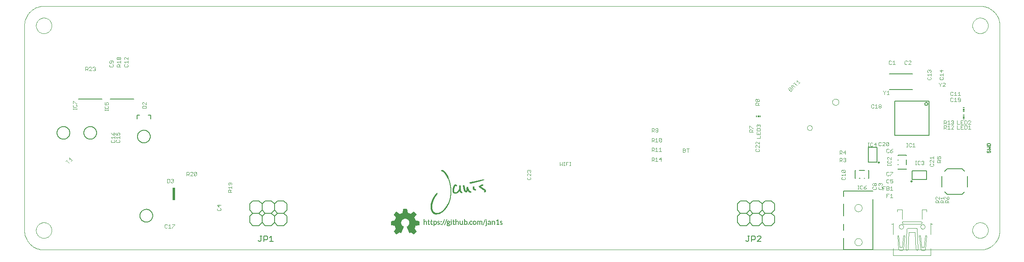
<source format=gto>
G75*
G70*
%OFA0B0*%
%FSLAX24Y24*%
%IPPOS*%
%LPD*%
%AMOC8*
5,1,8,0,0,1.08239X$1,22.5*
%
%ADD10C,0.0000*%
%ADD11C,0.0030*%
%ADD12R,0.0118X0.0059*%
%ADD13R,0.0118X0.0118*%
%ADD14R,0.0050X0.0010*%
%ADD15R,0.0040X0.0010*%
%ADD16R,0.0130X0.0010*%
%ADD17R,0.0070X0.0010*%
%ADD18R,0.0180X0.0010*%
%ADD19R,0.0080X0.0010*%
%ADD20R,0.0210X0.0010*%
%ADD21R,0.0090X0.0010*%
%ADD22R,0.0060X0.0010*%
%ADD23R,0.0010X0.0010*%
%ADD24R,0.0030X0.0010*%
%ADD25R,0.0020X0.0010*%
%ADD26R,0.0220X0.0010*%
%ADD27R,0.0100X0.0010*%
%ADD28R,0.0110X0.0010*%
%ADD29R,0.0120X0.0010*%
%ADD30R,0.0140X0.0010*%
%ADD31R,0.0150X0.0010*%
%ADD32R,0.0200X0.0010*%
%ADD33R,0.0170X0.0010*%
%ADD34R,0.0190X0.0010*%
%ADD35R,0.0160X0.0010*%
%ADD36C,0.0040*%
%ADD37C,0.0060*%
%ADD38C,0.0080*%
%ADD39R,0.0197X0.0984*%
%ADD40C,0.0050*%
%ADD41R,0.0003X0.0003*%
%ADD42R,0.0008X0.0003*%
%ADD43R,0.0005X0.0003*%
%ADD44R,0.0015X0.0003*%
%ADD45R,0.0020X0.0003*%
%ADD46R,0.0010X0.0003*%
%ADD47R,0.0018X0.0003*%
%ADD48R,0.0067X0.0003*%
%ADD49R,0.0013X0.0003*%
%ADD50R,0.0045X0.0003*%
%ADD51R,0.0077X0.0003*%
%ADD52R,0.0030X0.0003*%
%ADD53R,0.0032X0.0003*%
%ADD54R,0.0022X0.0003*%
%ADD55R,0.0127X0.0003*%
%ADD56R,0.0140X0.0003*%
%ADD57R,0.0025X0.0003*%
%ADD58R,0.0043X0.0003*%
%ADD59R,0.0053X0.0003*%
%ADD60R,0.0088X0.0003*%
%ADD61R,0.0035X0.0003*%
%ADD62R,0.0055X0.0003*%
%ADD63R,0.0040X0.0003*%
%ADD64R,0.0080X0.0003*%
%ADD65R,0.0065X0.0003*%
%ADD66R,0.0090X0.0003*%
%ADD67R,0.0143X0.0003*%
%ADD68R,0.0248X0.0003*%
%ADD69R,0.0293X0.0003*%
%ADD70R,0.0257X0.0003*%
%ADD71R,0.0037X0.0003*%
%ADD72R,0.0262X0.0003*%
%ADD73R,0.0027X0.0003*%
%ADD74R,0.0280X0.0003*%
%ADD75R,0.0070X0.0003*%
%ADD76R,0.0440X0.0003*%
%ADD77R,0.0315X0.0003*%
%ADD78R,0.0085X0.0003*%
%ADD79R,0.0330X0.0003*%
%ADD80R,0.0323X0.0003*%
%ADD81R,0.0107X0.0003*%
%ADD82R,0.0057X0.0003*%
%ADD83R,0.0490X0.0003*%
%ADD84R,0.0360X0.0003*%
%ADD85R,0.0512X0.0003*%
%ADD86R,0.0390X0.0003*%
%ADD87R,0.0565X0.0003*%
%ADD88R,0.0325X0.0003*%
%ADD89R,0.0168X0.0003*%
%ADD90R,0.0307X0.0003*%
%ADD91R,0.0152X0.0003*%
%ADD92R,0.0272X0.0003*%
%ADD93R,0.0132X0.0003*%
%ADD94R,0.0147X0.0003*%
%ADD95R,0.0243X0.0003*%
%ADD96R,0.0125X0.0003*%
%ADD97R,0.0240X0.0003*%
%ADD98R,0.0130X0.0003*%
%ADD99R,0.0225X0.0003*%
%ADD100R,0.0083X0.0003*%
%ADD101R,0.0222X0.0003*%
%ADD102R,0.0217X0.0003*%
%ADD103R,0.0120X0.0003*%
%ADD104R,0.0215X0.0003*%
%ADD105R,0.0118X0.0003*%
%ADD106R,0.0205X0.0003*%
%ADD107R,0.0103X0.0003*%
%ADD108R,0.0210X0.0003*%
%ADD109R,0.0097X0.0003*%
%ADD110R,0.0198X0.0003*%
%ADD111R,0.0100X0.0003*%
%ADD112R,0.0190X0.0003*%
%ADD113R,0.0187X0.0003*%
%ADD114R,0.0192X0.0003*%
%ADD115R,0.0170X0.0003*%
%ADD116R,0.0173X0.0003*%
%ADD117R,0.0182X0.0003*%
%ADD118R,0.0180X0.0003*%
%ADD119R,0.0047X0.0003*%
%ADD120R,0.0165X0.0003*%
%ADD121R,0.0163X0.0003*%
%ADD122R,0.0160X0.0003*%
%ADD123R,0.0158X0.0003*%
%ADD124R,0.0155X0.0003*%
%ADD125R,0.0092X0.0003*%
%ADD126R,0.0150X0.0003*%
%ADD127R,0.0105X0.0003*%
%ADD128R,0.0115X0.0003*%
%ADD129R,0.0145X0.0003*%
%ADD130R,0.0138X0.0003*%
%ADD131R,0.0135X0.0003*%
%ADD132R,0.0075X0.0003*%
%ADD133R,0.0063X0.0003*%
%ADD134R,0.0060X0.0003*%
%ADD135R,0.0050X0.0003*%
%ADD136R,0.0123X0.0003*%
%ADD137R,0.0112X0.0003*%
%ADD138R,0.0110X0.0003*%
%ADD139R,0.0073X0.0003*%
%ADD140R,0.0095X0.0003*%
%ADD141R,0.0185X0.0003*%
%ADD142R,0.0208X0.0003*%
%ADD143R,0.0235X0.0003*%
%ADD144R,0.0260X0.0003*%
%ADD145R,0.0267X0.0003*%
%ADD146R,0.0283X0.0003*%
%ADD147R,0.0295X0.0003*%
%ADD148R,0.0302X0.0003*%
%ADD149R,0.0320X0.0003*%
%ADD150R,0.0333X0.0003*%
%ADD151R,0.0338X0.0003*%
%ADD152R,0.0343X0.0003*%
%ADD153R,0.0350X0.0003*%
%ADD154R,0.0355X0.0003*%
%ADD155R,0.0365X0.0003*%
%ADD156R,0.0370X0.0003*%
%ADD157R,0.0375X0.0003*%
%ADD158R,0.0380X0.0003*%
%ADD159R,0.0382X0.0003*%
%ADD160R,0.0393X0.0003*%
%ADD161R,0.0398X0.0003*%
%ADD162R,0.0403X0.0003*%
%ADD163R,0.0405X0.0003*%
%ADD164R,0.0415X0.0003*%
%ADD165R,0.0177X0.0003*%
%ADD166R,0.0175X0.0003*%
%ADD167R,0.0195X0.0003*%
%ADD168R,0.0200X0.0003*%
%ADD169R,0.0203X0.0003*%
%ADD170R,0.0213X0.0003*%
%ADD171R,0.0220X0.0003*%
%ADD172R,0.0227X0.0003*%
%ADD173R,0.0230X0.0003*%
%ADD174R,0.0232X0.0003*%
%ADD175R,0.0238X0.0003*%
%ADD176R,0.0245X0.0003*%
%ADD177R,0.0250X0.0003*%
%ADD178R,0.0253X0.0003*%
%ADD179R,0.0255X0.0003*%
%ADD180R,0.0305X0.0003*%
%ADD181R,0.0318X0.0003*%
%ADD182R,0.0328X0.0003*%
%ADD183R,0.0335X0.0003*%
%ADD184R,0.0340X0.0003*%
%ADD185R,0.0352X0.0003*%
%ADD186R,0.0387X0.0003*%
%ADD187R,0.0410X0.0003*%
%ADD188R,0.0413X0.0003*%
%ADD189R,0.0430X0.0003*%
%ADD190R,0.0432X0.0003*%
%ADD191R,0.0428X0.0003*%
%ADD192R,0.0420X0.0003*%
%ADD193R,0.0435X0.0003*%
%ADD194R,0.0425X0.0003*%
%ADD195R,0.0423X0.0003*%
%ADD196R,0.0418X0.0003*%
%ADD197R,0.0372X0.0003*%
%ADD198R,0.0362X0.0003*%
%ADD199R,0.0348X0.0003*%
%ADD200R,0.0345X0.0003*%
%ADD201R,0.0310X0.0003*%
%ADD202R,0.0300X0.0003*%
%ADD203R,0.0297X0.0003*%
%ADD204R,0.0285X0.0003*%
%ADD205R,0.0278X0.0003*%
%ADD206R,0.0265X0.0003*%
%ADD207R,0.0059X0.0118*%
D10*
X001725Y000937D02*
X077315Y000937D01*
X076685Y002512D02*
X076687Y002562D01*
X076693Y002612D01*
X076703Y002661D01*
X076717Y002709D01*
X076734Y002756D01*
X076755Y002801D01*
X076780Y002845D01*
X076808Y002886D01*
X076840Y002925D01*
X076874Y002962D01*
X076911Y002996D01*
X076951Y003026D01*
X076993Y003053D01*
X077037Y003077D01*
X077083Y003098D01*
X077130Y003114D01*
X077178Y003127D01*
X077228Y003136D01*
X077277Y003141D01*
X077328Y003142D01*
X077378Y003139D01*
X077427Y003132D01*
X077476Y003121D01*
X077524Y003106D01*
X077570Y003088D01*
X077615Y003066D01*
X077658Y003040D01*
X077699Y003011D01*
X077738Y002979D01*
X077774Y002944D01*
X077806Y002906D01*
X077836Y002866D01*
X077863Y002823D01*
X077886Y002779D01*
X077905Y002733D01*
X077921Y002685D01*
X077933Y002636D01*
X077941Y002587D01*
X077945Y002537D01*
X077945Y002487D01*
X077941Y002437D01*
X077933Y002388D01*
X077921Y002339D01*
X077905Y002291D01*
X077886Y002245D01*
X077863Y002201D01*
X077836Y002158D01*
X077806Y002118D01*
X077774Y002080D01*
X077738Y002045D01*
X077699Y002013D01*
X077658Y001984D01*
X077615Y001958D01*
X077570Y001936D01*
X077524Y001918D01*
X077476Y001903D01*
X077427Y001892D01*
X077378Y001885D01*
X077328Y001882D01*
X077277Y001883D01*
X077228Y001888D01*
X077178Y001897D01*
X077130Y001910D01*
X077083Y001926D01*
X077037Y001947D01*
X076993Y001971D01*
X076951Y001998D01*
X076911Y002028D01*
X076874Y002062D01*
X076840Y002099D01*
X076808Y002138D01*
X076780Y002179D01*
X076755Y002223D01*
X076734Y002268D01*
X076717Y002315D01*
X076703Y002363D01*
X076693Y002412D01*
X076687Y002462D01*
X076685Y002512D01*
X077315Y000937D02*
X077392Y000939D01*
X077469Y000945D01*
X077546Y000954D01*
X077622Y000967D01*
X077698Y000984D01*
X077772Y001005D01*
X077846Y001029D01*
X077918Y001057D01*
X077988Y001088D01*
X078057Y001123D01*
X078125Y001161D01*
X078190Y001202D01*
X078253Y001247D01*
X078314Y001295D01*
X078373Y001345D01*
X078429Y001398D01*
X078482Y001454D01*
X078532Y001513D01*
X078580Y001574D01*
X078625Y001637D01*
X078666Y001702D01*
X078704Y001770D01*
X078739Y001839D01*
X078770Y001909D01*
X078798Y001981D01*
X078822Y002055D01*
X078843Y002129D01*
X078860Y002205D01*
X078873Y002281D01*
X078882Y002358D01*
X078888Y002435D01*
X078890Y002512D01*
X078890Y019048D01*
X076685Y019048D02*
X076687Y019098D01*
X076693Y019148D01*
X076703Y019197D01*
X076717Y019245D01*
X076734Y019292D01*
X076755Y019337D01*
X076780Y019381D01*
X076808Y019422D01*
X076840Y019461D01*
X076874Y019498D01*
X076911Y019532D01*
X076951Y019562D01*
X076993Y019589D01*
X077037Y019613D01*
X077083Y019634D01*
X077130Y019650D01*
X077178Y019663D01*
X077228Y019672D01*
X077277Y019677D01*
X077328Y019678D01*
X077378Y019675D01*
X077427Y019668D01*
X077476Y019657D01*
X077524Y019642D01*
X077570Y019624D01*
X077615Y019602D01*
X077658Y019576D01*
X077699Y019547D01*
X077738Y019515D01*
X077774Y019480D01*
X077806Y019442D01*
X077836Y019402D01*
X077863Y019359D01*
X077886Y019315D01*
X077905Y019269D01*
X077921Y019221D01*
X077933Y019172D01*
X077941Y019123D01*
X077945Y019073D01*
X077945Y019023D01*
X077941Y018973D01*
X077933Y018924D01*
X077921Y018875D01*
X077905Y018827D01*
X077886Y018781D01*
X077863Y018737D01*
X077836Y018694D01*
X077806Y018654D01*
X077774Y018616D01*
X077738Y018581D01*
X077699Y018549D01*
X077658Y018520D01*
X077615Y018494D01*
X077570Y018472D01*
X077524Y018454D01*
X077476Y018439D01*
X077427Y018428D01*
X077378Y018421D01*
X077328Y018418D01*
X077277Y018419D01*
X077228Y018424D01*
X077178Y018433D01*
X077130Y018446D01*
X077083Y018462D01*
X077037Y018483D01*
X076993Y018507D01*
X076951Y018534D01*
X076911Y018564D01*
X076874Y018598D01*
X076840Y018635D01*
X076808Y018674D01*
X076780Y018715D01*
X076755Y018759D01*
X076734Y018804D01*
X076717Y018851D01*
X076703Y018899D01*
X076693Y018948D01*
X076687Y018998D01*
X076685Y019048D01*
X077315Y020623D02*
X077392Y020621D01*
X077469Y020615D01*
X077546Y020606D01*
X077622Y020593D01*
X077698Y020576D01*
X077772Y020555D01*
X077846Y020531D01*
X077918Y020503D01*
X077988Y020472D01*
X078057Y020437D01*
X078125Y020399D01*
X078190Y020358D01*
X078253Y020313D01*
X078314Y020265D01*
X078373Y020215D01*
X078429Y020162D01*
X078482Y020106D01*
X078532Y020047D01*
X078580Y019986D01*
X078625Y019923D01*
X078666Y019858D01*
X078704Y019790D01*
X078739Y019721D01*
X078770Y019651D01*
X078798Y019579D01*
X078822Y019505D01*
X078843Y019431D01*
X078860Y019355D01*
X078873Y019279D01*
X078882Y019202D01*
X078888Y019125D01*
X078890Y019048D01*
X077315Y020622D02*
X001725Y020622D01*
X001095Y019048D02*
X001097Y019098D01*
X001103Y019148D01*
X001113Y019197D01*
X001127Y019245D01*
X001144Y019292D01*
X001165Y019337D01*
X001190Y019381D01*
X001218Y019422D01*
X001250Y019461D01*
X001284Y019498D01*
X001321Y019532D01*
X001361Y019562D01*
X001403Y019589D01*
X001447Y019613D01*
X001493Y019634D01*
X001540Y019650D01*
X001588Y019663D01*
X001638Y019672D01*
X001687Y019677D01*
X001738Y019678D01*
X001788Y019675D01*
X001837Y019668D01*
X001886Y019657D01*
X001934Y019642D01*
X001980Y019624D01*
X002025Y019602D01*
X002068Y019576D01*
X002109Y019547D01*
X002148Y019515D01*
X002184Y019480D01*
X002216Y019442D01*
X002246Y019402D01*
X002273Y019359D01*
X002296Y019315D01*
X002315Y019269D01*
X002331Y019221D01*
X002343Y019172D01*
X002351Y019123D01*
X002355Y019073D01*
X002355Y019023D01*
X002351Y018973D01*
X002343Y018924D01*
X002331Y018875D01*
X002315Y018827D01*
X002296Y018781D01*
X002273Y018737D01*
X002246Y018694D01*
X002216Y018654D01*
X002184Y018616D01*
X002148Y018581D01*
X002109Y018549D01*
X002068Y018520D01*
X002025Y018494D01*
X001980Y018472D01*
X001934Y018454D01*
X001886Y018439D01*
X001837Y018428D01*
X001788Y018421D01*
X001738Y018418D01*
X001687Y018419D01*
X001638Y018424D01*
X001588Y018433D01*
X001540Y018446D01*
X001493Y018462D01*
X001447Y018483D01*
X001403Y018507D01*
X001361Y018534D01*
X001321Y018564D01*
X001284Y018598D01*
X001250Y018635D01*
X001218Y018674D01*
X001190Y018715D01*
X001165Y018759D01*
X001144Y018804D01*
X001127Y018851D01*
X001113Y018899D01*
X001103Y018948D01*
X001097Y018998D01*
X001095Y019048D01*
X000150Y019048D02*
X000152Y019125D01*
X000158Y019202D01*
X000167Y019279D01*
X000180Y019355D01*
X000197Y019431D01*
X000218Y019505D01*
X000242Y019579D01*
X000270Y019651D01*
X000301Y019721D01*
X000336Y019790D01*
X000374Y019858D01*
X000415Y019923D01*
X000460Y019986D01*
X000508Y020047D01*
X000558Y020106D01*
X000611Y020162D01*
X000667Y020215D01*
X000726Y020265D01*
X000787Y020313D01*
X000850Y020358D01*
X000915Y020399D01*
X000983Y020437D01*
X001052Y020472D01*
X001122Y020503D01*
X001194Y020531D01*
X001268Y020555D01*
X001342Y020576D01*
X001418Y020593D01*
X001494Y020606D01*
X001571Y020615D01*
X001648Y020621D01*
X001725Y020623D01*
X000150Y019048D02*
X000150Y002512D01*
X001095Y002512D02*
X001097Y002562D01*
X001103Y002612D01*
X001113Y002661D01*
X001127Y002709D01*
X001144Y002756D01*
X001165Y002801D01*
X001190Y002845D01*
X001218Y002886D01*
X001250Y002925D01*
X001284Y002962D01*
X001321Y002996D01*
X001361Y003026D01*
X001403Y003053D01*
X001447Y003077D01*
X001493Y003098D01*
X001540Y003114D01*
X001588Y003127D01*
X001638Y003136D01*
X001687Y003141D01*
X001738Y003142D01*
X001788Y003139D01*
X001837Y003132D01*
X001886Y003121D01*
X001934Y003106D01*
X001980Y003088D01*
X002025Y003066D01*
X002068Y003040D01*
X002109Y003011D01*
X002148Y002979D01*
X002184Y002944D01*
X002216Y002906D01*
X002246Y002866D01*
X002273Y002823D01*
X002296Y002779D01*
X002315Y002733D01*
X002331Y002685D01*
X002343Y002636D01*
X002351Y002587D01*
X002355Y002537D01*
X002355Y002487D01*
X002351Y002437D01*
X002343Y002388D01*
X002331Y002339D01*
X002315Y002291D01*
X002296Y002245D01*
X002273Y002201D01*
X002246Y002158D01*
X002216Y002118D01*
X002184Y002080D01*
X002148Y002045D01*
X002109Y002013D01*
X002068Y001984D01*
X002025Y001958D01*
X001980Y001936D01*
X001934Y001918D01*
X001886Y001903D01*
X001837Y001892D01*
X001788Y001885D01*
X001738Y001882D01*
X001687Y001883D01*
X001638Y001888D01*
X001588Y001897D01*
X001540Y001910D01*
X001493Y001926D01*
X001447Y001947D01*
X001403Y001971D01*
X001361Y001998D01*
X001321Y002028D01*
X001284Y002062D01*
X001250Y002099D01*
X001218Y002138D01*
X001190Y002179D01*
X001165Y002223D01*
X001144Y002268D01*
X001127Y002315D01*
X001113Y002363D01*
X001103Y002412D01*
X001097Y002462D01*
X001095Y002512D01*
X000150Y002512D02*
X000152Y002435D01*
X000158Y002358D01*
X000167Y002281D01*
X000180Y002205D01*
X000197Y002129D01*
X000218Y002055D01*
X000242Y001981D01*
X000270Y001909D01*
X000301Y001839D01*
X000336Y001770D01*
X000374Y001702D01*
X000415Y001637D01*
X000460Y001574D01*
X000508Y001513D01*
X000558Y001454D01*
X000611Y001398D01*
X000667Y001345D01*
X000726Y001295D01*
X000787Y001247D01*
X000850Y001202D01*
X000915Y001161D01*
X000983Y001123D01*
X001052Y001088D01*
X001122Y001057D01*
X001194Y001029D01*
X001268Y001005D01*
X001342Y000984D01*
X001418Y000967D01*
X001494Y000954D01*
X001571Y000945D01*
X001648Y000939D01*
X001725Y000937D01*
X063349Y010790D02*
X063351Y010817D01*
X063357Y010844D01*
X063366Y010870D01*
X063379Y010894D01*
X063395Y010917D01*
X063414Y010936D01*
X063436Y010953D01*
X063460Y010967D01*
X063485Y010977D01*
X063512Y010984D01*
X063539Y010987D01*
X063567Y010986D01*
X063594Y010981D01*
X063620Y010973D01*
X063644Y010961D01*
X063667Y010945D01*
X063688Y010927D01*
X063705Y010906D01*
X063720Y010882D01*
X063731Y010857D01*
X063739Y010831D01*
X063743Y010804D01*
X063743Y010776D01*
X063739Y010749D01*
X063731Y010723D01*
X063720Y010698D01*
X063705Y010674D01*
X063688Y010653D01*
X063667Y010635D01*
X063645Y010619D01*
X063620Y010607D01*
X063594Y010599D01*
X063567Y010594D01*
X063539Y010593D01*
X063512Y010596D01*
X063485Y010603D01*
X063460Y010613D01*
X063436Y010627D01*
X063414Y010644D01*
X063395Y010663D01*
X063379Y010686D01*
X063366Y010710D01*
X063357Y010736D01*
X063351Y010763D01*
X063349Y010790D01*
X065378Y012878D02*
X065380Y012909D01*
X065386Y012940D01*
X065395Y012970D01*
X065408Y012999D01*
X065425Y013026D01*
X065445Y013050D01*
X065467Y013072D01*
X065493Y013091D01*
X065520Y013107D01*
X065549Y013119D01*
X065579Y013128D01*
X065610Y013133D01*
X065642Y013134D01*
X065673Y013131D01*
X065704Y013124D01*
X065734Y013114D01*
X065762Y013100D01*
X065788Y013082D01*
X065812Y013062D01*
X065833Y013038D01*
X065852Y013013D01*
X065867Y012985D01*
X065878Y012956D01*
X065886Y012925D01*
X065890Y012894D01*
X065890Y012862D01*
X065886Y012831D01*
X065878Y012800D01*
X065867Y012771D01*
X065852Y012743D01*
X065833Y012718D01*
X065812Y012694D01*
X065788Y012674D01*
X065762Y012656D01*
X065734Y012642D01*
X065704Y012632D01*
X065673Y012625D01*
X065642Y012622D01*
X065610Y012623D01*
X065579Y012628D01*
X065549Y012637D01*
X065520Y012649D01*
X065493Y012665D01*
X065467Y012684D01*
X065445Y012706D01*
X065425Y012730D01*
X065408Y012757D01*
X065395Y012786D01*
X065386Y012816D01*
X065380Y012847D01*
X065378Y012878D01*
X067178Y004323D02*
X067180Y004357D01*
X067186Y004391D01*
X067196Y004424D01*
X067209Y004455D01*
X067227Y004485D01*
X067247Y004513D01*
X067271Y004538D01*
X067297Y004560D01*
X067325Y004578D01*
X067356Y004594D01*
X067388Y004606D01*
X067422Y004614D01*
X067456Y004618D01*
X067490Y004618D01*
X067524Y004614D01*
X067558Y004606D01*
X067590Y004594D01*
X067620Y004578D01*
X067649Y004560D01*
X067675Y004538D01*
X067699Y004513D01*
X067719Y004485D01*
X067737Y004455D01*
X067750Y004424D01*
X067760Y004391D01*
X067766Y004357D01*
X067768Y004323D01*
X067766Y004289D01*
X067760Y004255D01*
X067750Y004222D01*
X067737Y004191D01*
X067719Y004161D01*
X067699Y004133D01*
X067675Y004108D01*
X067649Y004086D01*
X067621Y004068D01*
X067590Y004052D01*
X067558Y004040D01*
X067524Y004032D01*
X067490Y004028D01*
X067456Y004028D01*
X067422Y004032D01*
X067388Y004040D01*
X067356Y004052D01*
X067325Y004068D01*
X067297Y004086D01*
X067271Y004108D01*
X067247Y004133D01*
X067227Y004161D01*
X067209Y004191D01*
X067196Y004222D01*
X067186Y004255D01*
X067180Y004289D01*
X067178Y004323D01*
X070760Y002807D02*
X070762Y002833D01*
X070768Y002859D01*
X070778Y002884D01*
X070791Y002907D01*
X070807Y002927D01*
X070827Y002945D01*
X070849Y002960D01*
X070872Y002972D01*
X070898Y002980D01*
X070924Y002984D01*
X070950Y002984D01*
X070976Y002980D01*
X071002Y002972D01*
X071026Y002960D01*
X071047Y002945D01*
X071067Y002927D01*
X071083Y002907D01*
X071096Y002884D01*
X071106Y002859D01*
X071112Y002833D01*
X071114Y002807D01*
X071112Y002781D01*
X071106Y002755D01*
X071096Y002730D01*
X071083Y002707D01*
X071067Y002687D01*
X071047Y002669D01*
X071025Y002654D01*
X071002Y002642D01*
X070976Y002634D01*
X070950Y002630D01*
X070924Y002630D01*
X070898Y002634D01*
X070872Y002642D01*
X070848Y002654D01*
X070827Y002669D01*
X070807Y002687D01*
X070791Y002707D01*
X070778Y002730D01*
X070768Y002755D01*
X070762Y002781D01*
X070760Y002807D01*
X072493Y002807D02*
X072495Y002833D01*
X072501Y002859D01*
X072511Y002884D01*
X072524Y002907D01*
X072540Y002927D01*
X072560Y002945D01*
X072582Y002960D01*
X072605Y002972D01*
X072631Y002980D01*
X072657Y002984D01*
X072683Y002984D01*
X072709Y002980D01*
X072735Y002972D01*
X072759Y002960D01*
X072780Y002945D01*
X072800Y002927D01*
X072816Y002907D01*
X072829Y002884D01*
X072839Y002859D01*
X072845Y002833D01*
X072847Y002807D01*
X072845Y002781D01*
X072839Y002755D01*
X072829Y002730D01*
X072816Y002707D01*
X072800Y002687D01*
X072780Y002669D01*
X072758Y002654D01*
X072735Y002642D01*
X072709Y002634D01*
X072683Y002630D01*
X072657Y002630D01*
X072631Y002634D01*
X072605Y002642D01*
X072581Y002654D01*
X072560Y002669D01*
X072540Y002687D01*
X072524Y002707D01*
X072511Y002730D01*
X072501Y002755D01*
X072495Y002781D01*
X072493Y002807D01*
X067178Y001567D02*
X067180Y001601D01*
X067186Y001635D01*
X067196Y001668D01*
X067209Y001699D01*
X067227Y001729D01*
X067247Y001757D01*
X067271Y001782D01*
X067297Y001804D01*
X067325Y001822D01*
X067356Y001838D01*
X067388Y001850D01*
X067422Y001858D01*
X067456Y001862D01*
X067490Y001862D01*
X067524Y001858D01*
X067558Y001850D01*
X067590Y001838D01*
X067620Y001822D01*
X067649Y001804D01*
X067675Y001782D01*
X067699Y001757D01*
X067719Y001729D01*
X067737Y001699D01*
X067750Y001668D01*
X067760Y001635D01*
X067766Y001601D01*
X067768Y001567D01*
X067766Y001533D01*
X067760Y001499D01*
X067750Y001466D01*
X067737Y001435D01*
X067719Y001405D01*
X067699Y001377D01*
X067675Y001352D01*
X067649Y001330D01*
X067621Y001312D01*
X067590Y001296D01*
X067558Y001284D01*
X067524Y001276D01*
X067490Y001272D01*
X067456Y001272D01*
X067422Y001276D01*
X067388Y001284D01*
X067356Y001296D01*
X067325Y001312D01*
X067297Y001330D01*
X067271Y001352D01*
X067247Y001377D01*
X067227Y001405D01*
X067209Y001435D01*
X067196Y001466D01*
X067186Y001499D01*
X067180Y001533D01*
X067178Y001567D01*
D11*
X073709Y004738D02*
X073709Y004883D01*
X073757Y004931D01*
X073854Y004931D01*
X073902Y004883D01*
X073902Y004738D01*
X073902Y004835D02*
X073999Y004931D01*
X073999Y005032D02*
X073806Y005226D01*
X073757Y005226D01*
X073709Y005178D01*
X073709Y005081D01*
X073757Y005032D01*
X073999Y005032D02*
X073999Y005226D01*
X074103Y005129D02*
X074393Y005129D01*
X074393Y005032D02*
X074393Y005226D01*
X074496Y005226D02*
X074545Y005129D01*
X074641Y005032D01*
X074641Y005178D01*
X074690Y005226D01*
X074738Y005226D01*
X074787Y005178D01*
X074787Y005081D01*
X074738Y005032D01*
X074641Y005032D01*
X074641Y004931D02*
X074690Y004883D01*
X074690Y004738D01*
X074787Y004738D02*
X074496Y004738D01*
X074496Y004883D01*
X074545Y004931D01*
X074641Y004931D01*
X074690Y004835D02*
X074787Y004931D01*
X074393Y004931D02*
X074296Y004835D01*
X074296Y004883D02*
X074296Y004738D01*
X074393Y004738D02*
X074103Y004738D01*
X074103Y004883D01*
X074151Y004931D01*
X074248Y004931D01*
X074296Y004883D01*
X074199Y005032D02*
X074103Y005129D01*
X073999Y004738D02*
X073709Y004738D01*
X070241Y005160D02*
X070048Y005160D01*
X070144Y005160D02*
X070144Y005450D01*
X070048Y005353D01*
X069946Y005450D02*
X069753Y005450D01*
X069753Y005160D01*
X069753Y005305D02*
X069850Y005305D01*
X069898Y005751D02*
X069753Y005751D01*
X069753Y006041D01*
X069898Y006041D01*
X069946Y005992D01*
X069946Y005944D01*
X069898Y005896D01*
X069753Y005896D01*
X069898Y005896D02*
X069946Y005847D01*
X069946Y005799D01*
X069898Y005751D01*
X070048Y005751D02*
X070241Y005751D01*
X070144Y005751D02*
X070144Y006041D01*
X070048Y005944D01*
X069652Y006041D02*
X069458Y006041D01*
X069458Y005751D01*
X069357Y005830D02*
X069406Y005878D01*
X069406Y005975D01*
X069357Y006023D01*
X069357Y006124D02*
X069406Y006173D01*
X069406Y006269D01*
X069357Y006318D01*
X069309Y006318D01*
X069261Y006269D01*
X069261Y006221D01*
X069261Y006269D02*
X069212Y006318D01*
X069164Y006318D01*
X069116Y006269D01*
X069116Y006173D01*
X069164Y006124D01*
X069164Y006023D02*
X069116Y005975D01*
X069116Y005878D01*
X069164Y005830D01*
X069357Y005830D01*
X069458Y005896D02*
X069555Y005896D01*
X068914Y005878D02*
X068914Y005975D01*
X068865Y006023D01*
X068865Y006124D02*
X068817Y006124D01*
X068769Y006173D01*
X068769Y006269D01*
X068817Y006318D01*
X068865Y006318D01*
X068914Y006269D01*
X068914Y006173D01*
X068865Y006124D01*
X068769Y006173D02*
X068720Y006124D01*
X068672Y006124D01*
X068623Y006173D01*
X068623Y006269D01*
X068672Y006318D01*
X068720Y006318D01*
X068769Y006269D01*
X068111Y006127D02*
X068015Y006078D01*
X067918Y005981D01*
X068063Y005981D01*
X068111Y005933D01*
X068111Y005885D01*
X068063Y005836D01*
X067966Y005836D01*
X067918Y005885D01*
X067918Y005981D01*
X067817Y005885D02*
X067768Y005836D01*
X067672Y005836D01*
X067623Y005885D01*
X067623Y006078D01*
X067672Y006127D01*
X067768Y006127D01*
X067817Y006078D01*
X067524Y006127D02*
X067427Y006127D01*
X067475Y006127D02*
X067475Y005836D01*
X067427Y005836D02*
X067524Y005836D01*
X068623Y005878D02*
X068672Y005830D01*
X068865Y005830D01*
X068914Y005878D01*
X068672Y006023D02*
X068623Y005975D01*
X068623Y005878D01*
X069753Y006389D02*
X069801Y006341D01*
X069898Y006341D01*
X069946Y006389D01*
X070048Y006389D02*
X070096Y006341D01*
X070193Y006341D01*
X070241Y006389D01*
X070241Y006486D01*
X070193Y006535D01*
X070144Y006535D01*
X070048Y006486D01*
X070048Y006631D01*
X070241Y006631D01*
X069946Y006583D02*
X069898Y006631D01*
X069801Y006631D01*
X069753Y006583D01*
X069753Y006389D01*
X069801Y006932D02*
X069898Y006932D01*
X069946Y006980D01*
X070048Y006980D02*
X070048Y006932D01*
X070048Y006980D02*
X070241Y007173D01*
X070241Y007222D01*
X070048Y007222D01*
X069946Y007173D02*
X069898Y007222D01*
X069801Y007222D01*
X069753Y007173D01*
X069753Y006980D01*
X069801Y006932D01*
X069825Y007744D02*
X069825Y007840D01*
X069825Y007792D02*
X070115Y007792D01*
X070115Y007744D02*
X070115Y007840D01*
X070067Y007940D02*
X070115Y007989D01*
X070115Y008085D01*
X070067Y008134D01*
X070115Y008235D02*
X069922Y008428D01*
X069873Y008428D01*
X069825Y008380D01*
X069825Y008283D01*
X069873Y008235D01*
X069873Y008134D02*
X069825Y008085D01*
X069825Y007989D01*
X069873Y007940D01*
X070067Y007940D01*
X070115Y008235D02*
X070115Y008428D01*
X070096Y008802D02*
X070193Y008802D01*
X070241Y008850D01*
X070241Y008898D01*
X070193Y008947D01*
X070048Y008947D01*
X070048Y008850D01*
X070096Y008802D01*
X070048Y008947D02*
X070144Y009044D01*
X070241Y009092D01*
X069946Y009044D02*
X069898Y009092D01*
X069801Y009092D01*
X069753Y009044D01*
X069753Y008850D01*
X069801Y008802D01*
X069898Y008802D01*
X069946Y008850D01*
X069852Y009339D02*
X069755Y009339D01*
X069707Y009387D01*
X069900Y009581D01*
X069900Y009387D01*
X069852Y009339D01*
X069707Y009387D02*
X069707Y009581D01*
X069755Y009629D01*
X069852Y009629D01*
X069900Y009581D01*
X069606Y009581D02*
X069557Y009629D01*
X069461Y009629D01*
X069412Y009581D01*
X069311Y009581D02*
X069263Y009629D01*
X069166Y009629D01*
X069118Y009581D01*
X069118Y009387D01*
X069166Y009339D01*
X069263Y009339D01*
X069311Y009387D01*
X069412Y009339D02*
X069606Y009533D01*
X069606Y009581D01*
X068925Y009445D02*
X068732Y009445D01*
X068877Y009590D01*
X068877Y009300D01*
X068631Y009348D02*
X068582Y009300D01*
X068486Y009300D01*
X068437Y009348D01*
X068437Y009542D01*
X068486Y009590D01*
X068582Y009590D01*
X068631Y009542D01*
X068338Y009590D02*
X068241Y009590D01*
X068289Y009590D02*
X068289Y009300D01*
X068241Y009300D02*
X068338Y009300D01*
X069412Y009339D02*
X069606Y009339D01*
X071364Y009254D02*
X071460Y009254D01*
X071412Y009254D02*
X071412Y009545D01*
X071364Y009545D02*
X071460Y009545D01*
X071560Y009496D02*
X071560Y009303D01*
X071608Y009254D01*
X071705Y009254D01*
X071753Y009303D01*
X071855Y009254D02*
X072048Y009254D01*
X071951Y009254D02*
X071951Y009545D01*
X071855Y009448D01*
X071753Y009496D02*
X071705Y009545D01*
X071608Y009545D01*
X071560Y009496D01*
X073249Y008386D02*
X073540Y008386D01*
X073540Y008290D02*
X073540Y008483D01*
X073346Y008290D02*
X073249Y008386D01*
X073298Y008188D02*
X073249Y008140D01*
X073249Y008043D01*
X073298Y007995D01*
X073298Y007894D02*
X073249Y007845D01*
X073249Y007749D01*
X073298Y007700D01*
X073491Y007700D01*
X073540Y007749D01*
X073540Y007845D01*
X073491Y007894D01*
X073540Y007995D02*
X073346Y008188D01*
X073298Y008188D01*
X073540Y008188D02*
X073540Y007995D01*
X073840Y007995D02*
X073840Y008140D01*
X073888Y008188D01*
X073985Y008188D01*
X074033Y008140D01*
X074033Y007995D01*
X074033Y008092D02*
X074130Y008188D01*
X074082Y008290D02*
X074130Y008338D01*
X074130Y008435D01*
X074082Y008483D01*
X073985Y008483D01*
X073937Y008435D01*
X073937Y008386D01*
X073985Y008290D01*
X073840Y008290D01*
X073840Y008483D01*
X073840Y007995D02*
X074130Y007995D01*
X072764Y008017D02*
X072716Y007969D01*
X072764Y007920D01*
X072764Y007872D01*
X072716Y007823D01*
X072619Y007823D01*
X072570Y007872D01*
X072469Y007872D02*
X072421Y007823D01*
X072324Y007823D01*
X072276Y007872D01*
X072276Y008065D01*
X072324Y008114D01*
X072421Y008114D01*
X072469Y008065D01*
X072570Y008065D02*
X072619Y008114D01*
X072716Y008114D01*
X072764Y008065D01*
X072764Y008017D01*
X072716Y007969D02*
X072667Y007969D01*
X072176Y008114D02*
X072079Y008114D01*
X072128Y008114D02*
X072128Y007823D01*
X072176Y007823D02*
X072079Y007823D01*
X066456Y008108D02*
X066407Y008060D01*
X066310Y008060D01*
X066262Y008108D01*
X066161Y008060D02*
X066064Y008156D01*
X066113Y008156D02*
X065967Y008156D01*
X065967Y008060D02*
X065967Y008350D01*
X066113Y008350D01*
X066161Y008301D01*
X066161Y008205D01*
X066113Y008156D01*
X066262Y008301D02*
X066310Y008350D01*
X066407Y008350D01*
X066456Y008301D01*
X066456Y008253D01*
X066407Y008205D01*
X066456Y008156D01*
X066456Y008108D01*
X066407Y008205D02*
X066359Y008205D01*
X066407Y008650D02*
X066407Y008940D01*
X066262Y008795D01*
X066456Y008795D01*
X066161Y008795D02*
X066113Y008747D01*
X065967Y008747D01*
X065967Y008650D02*
X065967Y008940D01*
X066113Y008940D01*
X066161Y008892D01*
X066161Y008795D01*
X066064Y008747D02*
X066161Y008650D01*
X066179Y007391D02*
X066372Y007197D01*
X066420Y007246D01*
X066420Y007342D01*
X066372Y007391D01*
X066179Y007391D01*
X066130Y007342D01*
X066130Y007246D01*
X066179Y007197D01*
X066372Y007197D01*
X066420Y007096D02*
X066420Y006903D01*
X066420Y006999D02*
X066130Y006999D01*
X066227Y006903D01*
X066179Y006801D02*
X066130Y006753D01*
X066130Y006656D01*
X066179Y006608D01*
X066372Y006608D01*
X066420Y006656D01*
X066420Y006753D01*
X066372Y006801D01*
X059465Y008930D02*
X059465Y009027D01*
X059416Y009075D01*
X059465Y009176D02*
X059271Y009370D01*
X059223Y009370D01*
X059175Y009321D01*
X059175Y009224D01*
X059223Y009176D01*
X059223Y009075D02*
X059175Y009027D01*
X059175Y008930D01*
X059223Y008881D01*
X059416Y008881D01*
X059465Y008930D01*
X059465Y009176D02*
X059465Y009370D01*
X059465Y009471D02*
X059271Y009664D01*
X059223Y009664D01*
X059175Y009616D01*
X059175Y009519D01*
X059223Y009471D01*
X059465Y009471D02*
X059465Y009664D01*
X059563Y009965D02*
X059273Y009965D01*
X059563Y009965D02*
X059563Y010158D01*
X059563Y010259D02*
X059273Y010259D01*
X059273Y010453D01*
X059273Y010554D02*
X059273Y010699D01*
X059321Y010748D01*
X059515Y010748D01*
X059563Y010699D01*
X059563Y010554D01*
X059273Y010554D01*
X059418Y010356D02*
X059418Y010259D01*
X059563Y010259D02*
X059563Y010453D01*
X058973Y010456D02*
X058682Y010456D01*
X058682Y010601D01*
X058731Y010649D01*
X058828Y010649D01*
X058876Y010601D01*
X058876Y010456D01*
X058876Y010552D02*
X058973Y010649D01*
X058973Y010750D02*
X058924Y010750D01*
X058731Y010944D01*
X058682Y010944D01*
X058682Y010750D01*
X059273Y010897D02*
X059273Y010994D01*
X059321Y011042D01*
X059370Y011042D01*
X059418Y010994D01*
X059467Y011042D01*
X059515Y011042D01*
X059563Y010994D01*
X059563Y010897D01*
X059515Y010849D01*
X059418Y010945D02*
X059418Y010994D01*
X059321Y010849D02*
X059273Y010897D01*
X059368Y012621D02*
X059368Y012766D01*
X059320Y012814D01*
X059223Y012814D01*
X059175Y012766D01*
X059175Y012621D01*
X059465Y012621D01*
X059368Y012718D02*
X059465Y012814D01*
X059416Y012916D02*
X059368Y012916D01*
X059320Y012964D01*
X059320Y013061D01*
X059368Y013109D01*
X059416Y013109D01*
X059465Y013061D01*
X059465Y012964D01*
X059416Y012916D01*
X059320Y012964D02*
X059271Y012916D01*
X059223Y012916D01*
X059175Y012964D01*
X059175Y013061D01*
X059223Y013109D01*
X059271Y013109D01*
X059320Y013061D01*
X061809Y013939D02*
X062015Y013734D01*
X062117Y013837D01*
X062117Y013905D01*
X062083Y013939D01*
X062015Y013939D01*
X061912Y013837D01*
X062015Y013939D02*
X062015Y014008D01*
X061980Y014042D01*
X061912Y014042D01*
X061809Y013939D01*
X062086Y014079D02*
X062086Y014216D01*
X062223Y014216D01*
X062360Y014079D01*
X062257Y014182D02*
X062120Y014045D01*
X062086Y014079D02*
X062223Y013942D01*
X062500Y014219D02*
X062294Y014424D01*
X062226Y014356D02*
X062363Y014493D01*
X062503Y014496D02*
X062503Y014633D01*
X062708Y014428D01*
X062640Y014359D02*
X062776Y014496D01*
X068527Y012632D02*
X068575Y012681D01*
X068672Y012681D01*
X068721Y012632D01*
X068822Y012584D02*
X068919Y012681D01*
X068919Y012390D01*
X069015Y012390D02*
X068822Y012390D01*
X068721Y012439D02*
X068672Y012390D01*
X068575Y012390D01*
X068527Y012439D01*
X068527Y012632D01*
X069116Y012632D02*
X069165Y012681D01*
X069262Y012681D01*
X069310Y012632D01*
X069310Y012584D01*
X069262Y012535D01*
X069165Y012535D01*
X069116Y012584D01*
X069116Y012632D01*
X069165Y012535D02*
X069116Y012487D01*
X069116Y012439D01*
X069165Y012390D01*
X069262Y012390D01*
X069310Y012439D01*
X069310Y012487D01*
X069262Y012535D01*
X069570Y013497D02*
X069570Y013642D01*
X069667Y013738D01*
X069667Y013787D01*
X069768Y013690D02*
X069865Y013787D01*
X069865Y013497D01*
X069961Y013497D02*
X069768Y013497D01*
X069570Y013642D02*
X069473Y013738D01*
X069473Y013787D01*
X073053Y014737D02*
X073053Y014834D01*
X073101Y014882D01*
X073149Y014983D02*
X073053Y015080D01*
X073343Y015080D01*
X073343Y014983D02*
X073343Y015177D01*
X073294Y015278D02*
X073343Y015326D01*
X073343Y015423D01*
X073294Y015471D01*
X073246Y015471D01*
X073198Y015423D01*
X073198Y015375D01*
X073198Y015423D02*
X073149Y015471D01*
X073101Y015471D01*
X073053Y015423D01*
X073053Y015326D01*
X073101Y015278D01*
X074037Y015423D02*
X074182Y015278D01*
X074182Y015471D01*
X074327Y015423D02*
X074037Y015423D01*
X074327Y015177D02*
X074327Y014983D01*
X074327Y015080D02*
X074037Y015080D01*
X074134Y014983D01*
X074085Y014882D02*
X074037Y014834D01*
X074037Y014737D01*
X074085Y014689D01*
X074279Y014689D01*
X074327Y014737D01*
X074327Y014834D01*
X074279Y014882D01*
X073343Y014834D02*
X073343Y014737D01*
X073294Y014689D01*
X073101Y014689D01*
X073053Y014737D01*
X073294Y014882D02*
X073343Y014834D01*
X073984Y014432D02*
X073984Y014383D01*
X074081Y014287D01*
X074081Y014141D01*
X074081Y014287D02*
X074177Y014383D01*
X074177Y014432D01*
X074279Y014383D02*
X074327Y014432D01*
X074424Y014432D01*
X074472Y014383D01*
X074472Y014335D01*
X074279Y014141D01*
X074472Y014141D01*
X074963Y013697D02*
X074915Y013649D01*
X074915Y013455D01*
X074963Y013407D01*
X075060Y013407D01*
X075108Y013455D01*
X075210Y013407D02*
X075403Y013407D01*
X075306Y013407D02*
X075306Y013697D01*
X075210Y013601D01*
X075108Y013649D02*
X075060Y013697D01*
X074963Y013697D01*
X075504Y013601D02*
X075601Y013697D01*
X075601Y013407D01*
X075504Y013407D02*
X075698Y013407D01*
X075649Y013205D02*
X075553Y013205D01*
X075504Y013157D01*
X075504Y013108D01*
X075553Y013060D01*
X075698Y013060D01*
X075698Y012963D02*
X075698Y013157D01*
X075649Y013205D01*
X075698Y012963D02*
X075649Y012915D01*
X075553Y012915D01*
X075504Y012963D01*
X075403Y012915D02*
X075210Y012915D01*
X075306Y012915D02*
X075306Y013205D01*
X075210Y013108D01*
X075108Y013157D02*
X075060Y013205D01*
X074963Y013205D01*
X074915Y013157D01*
X074915Y012963D01*
X074963Y012915D01*
X075060Y012915D01*
X075108Y012963D01*
X075112Y011380D02*
X075015Y011380D01*
X074967Y011332D01*
X075064Y011235D02*
X075112Y011235D01*
X075160Y011187D01*
X075160Y011139D01*
X075112Y011090D01*
X075015Y011090D01*
X074967Y011139D01*
X074866Y011090D02*
X074672Y011090D01*
X074769Y011090D02*
X074769Y011380D01*
X074672Y011284D01*
X074571Y011332D02*
X074571Y011235D01*
X074523Y011187D01*
X074378Y011187D01*
X074474Y011187D02*
X074571Y011090D01*
X074523Y010987D02*
X074571Y010938D01*
X074571Y010842D01*
X074523Y010793D01*
X074378Y010793D01*
X074474Y010793D02*
X074571Y010696D01*
X074672Y010696D02*
X074866Y010696D01*
X074769Y010696D02*
X074769Y010987D01*
X074672Y010890D01*
X074523Y010987D02*
X074378Y010987D01*
X074378Y010696D01*
X074967Y010696D02*
X075160Y010890D01*
X075160Y010938D01*
X075112Y010987D01*
X075015Y010987D01*
X074967Y010938D01*
X074967Y010696D02*
X075160Y010696D01*
X075460Y010696D02*
X075654Y010696D01*
X075755Y010696D02*
X075948Y010696D01*
X076050Y010696D02*
X076195Y010696D01*
X076243Y010745D01*
X076243Y010938D01*
X076195Y010987D01*
X076050Y010987D01*
X076050Y010696D01*
X075852Y010842D02*
X075755Y010842D01*
X075755Y010987D02*
X075755Y010696D01*
X075755Y010987D02*
X075948Y010987D01*
X075948Y011090D02*
X075755Y011090D01*
X075755Y011380D01*
X075948Y011380D01*
X076050Y011380D02*
X076195Y011380D01*
X076243Y011332D01*
X076243Y011139D01*
X076195Y011090D01*
X076050Y011090D01*
X076050Y011380D01*
X075852Y011235D02*
X075755Y011235D01*
X075654Y011090D02*
X075460Y011090D01*
X075460Y011380D01*
X075160Y011332D02*
X075160Y011284D01*
X075112Y011235D01*
X075160Y011332D02*
X075112Y011380D01*
X074571Y011332D02*
X074523Y011380D01*
X074378Y011380D01*
X074378Y011090D01*
X075460Y010987D02*
X075460Y010696D01*
X076344Y010696D02*
X076538Y010696D01*
X076441Y010696D02*
X076441Y010987D01*
X076344Y010890D01*
X076344Y011090D02*
X076538Y011284D01*
X076538Y011332D01*
X076489Y011380D01*
X076393Y011380D01*
X076344Y011332D01*
X076344Y011090D02*
X076538Y011090D01*
X071716Y015913D02*
X071523Y015913D01*
X071716Y016107D01*
X071716Y016155D01*
X071668Y016203D01*
X071571Y016203D01*
X071523Y016155D01*
X071421Y016155D02*
X071373Y016203D01*
X071276Y016203D01*
X071228Y016155D01*
X071228Y015961D01*
X071276Y015913D01*
X071373Y015913D01*
X071421Y015961D01*
X070437Y015913D02*
X070243Y015913D01*
X070340Y015913D02*
X070340Y016203D01*
X070243Y016107D01*
X070142Y016155D02*
X070094Y016203D01*
X069997Y016203D01*
X069948Y016155D01*
X069948Y015961D01*
X069997Y015913D01*
X070094Y015913D01*
X070142Y015961D01*
X051289Y010696D02*
X051241Y010745D01*
X051144Y010745D01*
X051095Y010696D01*
X051095Y010648D01*
X051144Y010599D01*
X051289Y010599D01*
X051289Y010503D02*
X051289Y010696D01*
X051289Y010503D02*
X051241Y010454D01*
X051144Y010454D01*
X051095Y010503D01*
X050994Y010454D02*
X050898Y010551D01*
X050946Y010551D02*
X050801Y010551D01*
X050801Y010454D02*
X050801Y010745D01*
X050946Y010745D01*
X050994Y010696D01*
X050994Y010599D01*
X050946Y010551D01*
X050946Y009957D02*
X050994Y009909D01*
X050994Y009812D01*
X050946Y009764D01*
X050801Y009764D01*
X050898Y009764D02*
X050994Y009667D01*
X051095Y009667D02*
X051289Y009667D01*
X051192Y009667D02*
X051192Y009957D01*
X051095Y009860D01*
X050946Y009957D02*
X050801Y009957D01*
X050801Y009667D01*
X051390Y009715D02*
X051584Y009909D01*
X051584Y009715D01*
X051535Y009667D01*
X051439Y009667D01*
X051390Y009715D01*
X051390Y009909D01*
X051439Y009957D01*
X051535Y009957D01*
X051584Y009909D01*
X051487Y009170D02*
X051487Y008880D01*
X051390Y008880D02*
X051584Y008880D01*
X051390Y009073D02*
X051487Y009170D01*
X051192Y009170D02*
X051095Y009073D01*
X050994Y009025D02*
X050946Y008976D01*
X050801Y008976D01*
X050801Y008880D02*
X050801Y009170D01*
X050946Y009170D01*
X050994Y009121D01*
X050994Y009025D01*
X050898Y008976D02*
X050994Y008880D01*
X051095Y008880D02*
X051289Y008880D01*
X051192Y008880D02*
X051192Y009170D01*
X053315Y009117D02*
X053315Y008826D01*
X053460Y008826D01*
X053508Y008875D01*
X053508Y008923D01*
X053460Y008972D01*
X053315Y008972D01*
X053315Y009117D02*
X053460Y009117D01*
X053508Y009068D01*
X053508Y009020D01*
X053460Y008972D01*
X053609Y009117D02*
X053803Y009117D01*
X053706Y009117D02*
X053706Y008826D01*
X051535Y008382D02*
X051390Y008237D01*
X051584Y008237D01*
X051535Y008092D02*
X051535Y008382D01*
X051192Y008382D02*
X051095Y008286D01*
X050994Y008334D02*
X050994Y008237D01*
X050946Y008189D01*
X050801Y008189D01*
X050898Y008189D02*
X050994Y008092D01*
X051095Y008092D02*
X051289Y008092D01*
X051192Y008092D02*
X051192Y008382D01*
X050994Y008334D02*
X050946Y008382D01*
X050801Y008382D01*
X050801Y008092D01*
X044256Y008034D02*
X044159Y008034D01*
X044208Y008034D02*
X044208Y007744D01*
X044256Y007744D02*
X044159Y007744D01*
X043961Y007889D02*
X043865Y007889D01*
X043865Y007744D02*
X043865Y008034D01*
X044058Y008034D01*
X043765Y008034D02*
X043668Y008034D01*
X043717Y008034D02*
X043717Y007744D01*
X043765Y007744D02*
X043668Y007744D01*
X043567Y007744D02*
X043567Y008034D01*
X043374Y008034D02*
X043374Y007744D01*
X043470Y007840D01*
X043567Y007744D01*
X041027Y007342D02*
X041027Y007246D01*
X040978Y007197D01*
X041027Y007096D02*
X041027Y006903D01*
X040833Y007096D01*
X040785Y007096D01*
X040736Y007048D01*
X040736Y006951D01*
X040785Y006903D01*
X040785Y006801D02*
X040736Y006753D01*
X040736Y006656D01*
X040785Y006608D01*
X040978Y006608D01*
X041027Y006656D01*
X041027Y006753D01*
X040978Y006801D01*
X040785Y007197D02*
X040736Y007246D01*
X040736Y007342D01*
X040785Y007391D01*
X040833Y007391D01*
X040882Y007342D01*
X040930Y007391D01*
X040978Y007391D01*
X041027Y007342D01*
X040882Y007342D02*
X040882Y007294D01*
X016892Y006315D02*
X016892Y006218D01*
X016844Y006170D01*
X016747Y006218D02*
X016747Y006363D01*
X016844Y006363D02*
X016650Y006363D01*
X016602Y006315D01*
X016602Y006218D01*
X016650Y006170D01*
X016699Y006170D01*
X016747Y006218D01*
X016892Y006315D02*
X016844Y006363D01*
X016892Y006068D02*
X016892Y005875D01*
X016892Y005972D02*
X016602Y005972D01*
X016699Y005875D01*
X016747Y005774D02*
X016795Y005725D01*
X016795Y005580D01*
X016795Y005677D02*
X016892Y005774D01*
X016747Y005774D02*
X016650Y005774D01*
X016602Y005725D01*
X016602Y005580D01*
X016892Y005580D01*
X015861Y004591D02*
X015861Y004398D01*
X015716Y004543D01*
X016006Y004543D01*
X015958Y004297D02*
X016006Y004248D01*
X016006Y004152D01*
X015958Y004103D01*
X015764Y004103D01*
X015716Y004152D01*
X015716Y004248D01*
X015764Y004297D01*
X012269Y002990D02*
X012269Y002941D01*
X012075Y002748D01*
X012075Y002699D01*
X011974Y002699D02*
X011780Y002699D01*
X011877Y002699D02*
X011877Y002990D01*
X011780Y002893D01*
X011679Y002941D02*
X011631Y002990D01*
X011534Y002990D01*
X011486Y002941D01*
X011486Y002748D01*
X011534Y002699D01*
X011631Y002699D01*
X011679Y002748D01*
X012075Y002990D02*
X012269Y002990D01*
X012121Y006366D02*
X012024Y006366D01*
X011975Y006414D01*
X011874Y006414D02*
X011874Y006608D01*
X011826Y006656D01*
X011681Y006656D01*
X011681Y006366D01*
X011826Y006366D01*
X011874Y006414D01*
X011975Y006608D02*
X012024Y006656D01*
X012121Y006656D01*
X012169Y006608D01*
X012169Y006559D01*
X012121Y006511D01*
X012169Y006463D01*
X012169Y006414D01*
X012121Y006366D01*
X012121Y006511D02*
X012072Y006511D01*
X013257Y006932D02*
X013257Y007222D01*
X013403Y007222D01*
X013451Y007173D01*
X013451Y007077D01*
X013403Y007028D01*
X013257Y007028D01*
X013354Y007028D02*
X013451Y006932D01*
X013552Y006932D02*
X013746Y007125D01*
X013746Y007173D01*
X013697Y007222D01*
X013600Y007222D01*
X013552Y007173D01*
X013552Y006932D02*
X013746Y006932D01*
X013847Y006980D02*
X014040Y007173D01*
X014040Y006980D01*
X013992Y006932D01*
X013895Y006932D01*
X013847Y006980D01*
X013847Y007173D01*
X013895Y007222D01*
X013992Y007222D01*
X014040Y007173D01*
X007837Y009664D02*
X007837Y009761D01*
X007789Y009809D01*
X007837Y009910D02*
X007837Y010104D01*
X007837Y010007D02*
X007547Y010007D01*
X007643Y009910D01*
X007595Y009809D02*
X007547Y009761D01*
X007547Y009664D01*
X007595Y009616D01*
X007789Y009616D01*
X007837Y009664D01*
X007443Y009664D02*
X007443Y009761D01*
X007395Y009809D01*
X007443Y009910D02*
X007443Y010104D01*
X007443Y010007D02*
X007153Y010007D01*
X007250Y009910D01*
X007201Y009809D02*
X007153Y009761D01*
X007153Y009664D01*
X007201Y009616D01*
X007395Y009616D01*
X007443Y009664D01*
X007395Y010205D02*
X007443Y010253D01*
X007443Y010350D01*
X007395Y010398D01*
X007346Y010398D01*
X007298Y010350D01*
X007298Y010205D01*
X007395Y010205D01*
X007298Y010205D02*
X007201Y010302D01*
X007153Y010398D01*
X007547Y010398D02*
X007547Y010205D01*
X007692Y010205D01*
X007643Y010302D01*
X007643Y010350D01*
X007692Y010398D01*
X007789Y010398D01*
X007837Y010350D01*
X007837Y010253D01*
X007789Y010205D01*
X006926Y012173D02*
X006926Y012270D01*
X006926Y012221D02*
X006636Y012221D01*
X006636Y012173D02*
X006636Y012270D01*
X006684Y012369D02*
X006878Y012369D01*
X006926Y012418D01*
X006926Y012514D01*
X006878Y012563D01*
X006878Y012664D02*
X006926Y012712D01*
X006926Y012809D01*
X006878Y012857D01*
X006781Y012857D01*
X006733Y012809D01*
X006733Y012761D01*
X006781Y012664D01*
X006636Y012664D01*
X006636Y012857D01*
X006684Y012563D02*
X006636Y012514D01*
X006636Y012418D01*
X006684Y012369D01*
X004367Y012368D02*
X004367Y012271D01*
X004367Y012320D02*
X004077Y012320D01*
X004077Y012368D02*
X004077Y012271D01*
X004125Y012468D02*
X004319Y012468D01*
X004367Y012516D01*
X004367Y012613D01*
X004319Y012661D01*
X004319Y012762D02*
X004367Y012762D01*
X004319Y012762D02*
X004125Y012956D01*
X004077Y012956D01*
X004077Y012762D01*
X004125Y012661D02*
X004077Y012613D01*
X004077Y012516D01*
X004125Y012468D01*
X009687Y012515D02*
X009687Y012370D01*
X009978Y012370D01*
X009978Y012515D01*
X009929Y012563D01*
X009736Y012563D01*
X009687Y012515D01*
X009736Y012664D02*
X009687Y012713D01*
X009687Y012809D01*
X009736Y012858D01*
X009784Y012858D01*
X009978Y012664D01*
X009978Y012858D01*
X005869Y015469D02*
X005821Y015421D01*
X005724Y015421D01*
X005676Y015469D01*
X005574Y015421D02*
X005381Y015421D01*
X005574Y015614D01*
X005574Y015663D01*
X005526Y015711D01*
X005429Y015711D01*
X005381Y015663D01*
X005280Y015663D02*
X005280Y015566D01*
X005231Y015518D01*
X005086Y015518D01*
X005183Y015518D02*
X005280Y015421D01*
X005086Y015421D02*
X005086Y015711D01*
X005231Y015711D01*
X005280Y015663D01*
X005676Y015663D02*
X005724Y015711D01*
X005821Y015711D01*
X005869Y015663D01*
X005869Y015614D01*
X005821Y015566D01*
X005869Y015518D01*
X005869Y015469D01*
X005821Y015566D02*
X005772Y015566D01*
X007030Y015765D02*
X007078Y015716D01*
X007272Y015716D01*
X007320Y015765D01*
X007320Y015861D01*
X007272Y015910D01*
X007272Y016011D02*
X007320Y016059D01*
X007320Y016156D01*
X007272Y016204D01*
X007078Y016204D01*
X007030Y016156D01*
X007030Y016059D01*
X007078Y016011D01*
X007127Y016011D01*
X007175Y016059D01*
X007175Y016204D01*
X007620Y016108D02*
X007911Y016108D01*
X007911Y016204D02*
X007911Y016011D01*
X007911Y015910D02*
X007814Y015813D01*
X007814Y015861D02*
X007814Y015716D01*
X007911Y015716D02*
X007620Y015716D01*
X007620Y015861D01*
X007669Y015910D01*
X007765Y015910D01*
X007814Y015861D01*
X007717Y016011D02*
X007620Y016108D01*
X007669Y016305D02*
X007717Y016305D01*
X007765Y016354D01*
X007765Y016451D01*
X007814Y016499D01*
X007862Y016499D01*
X007911Y016451D01*
X007911Y016354D01*
X007862Y016305D01*
X007814Y016305D01*
X007765Y016354D01*
X007765Y016451D02*
X007717Y016499D01*
X007669Y016499D01*
X007620Y016451D01*
X007620Y016354D01*
X007669Y016305D01*
X008211Y016354D02*
X008211Y016451D01*
X008259Y016499D01*
X008308Y016499D01*
X008501Y016305D01*
X008501Y016499D01*
X008501Y016204D02*
X008501Y016011D01*
X008501Y016108D02*
X008211Y016108D01*
X008308Y016011D01*
X008259Y015910D02*
X008211Y015861D01*
X008211Y015765D01*
X008259Y015716D01*
X008453Y015716D01*
X008501Y015765D01*
X008501Y015861D01*
X008453Y015910D01*
X008259Y016305D02*
X008211Y016354D01*
X007078Y015910D02*
X007030Y015861D01*
X007030Y015765D01*
X003765Y008370D02*
X003970Y008165D01*
X003902Y008096D02*
X004038Y008233D01*
X003765Y008233D02*
X003765Y008370D01*
X003625Y008230D02*
X003488Y008093D01*
X003556Y008162D02*
X003762Y007956D01*
D12*
X075977Y011518D03*
X075977Y011813D03*
X075977Y012109D03*
X075977Y012404D03*
D13*
X075977Y012256D03*
X075977Y011666D03*
X059402Y011725D03*
D14*
X038375Y003356D03*
X038375Y003296D03*
X038375Y003286D03*
X038375Y003276D03*
X038375Y003266D03*
X038375Y003256D03*
X038375Y003246D03*
X038375Y003236D03*
X038375Y003226D03*
X038375Y003216D03*
X038375Y003206D03*
X038375Y003196D03*
X038375Y003186D03*
X038375Y003176D03*
X038375Y003166D03*
X038375Y003156D03*
X038375Y003146D03*
X038375Y003136D03*
X038375Y003126D03*
X038375Y003116D03*
X038375Y003106D03*
X038375Y003096D03*
X038375Y003086D03*
X038375Y003076D03*
X038375Y003066D03*
X038375Y003056D03*
X038375Y003046D03*
X038375Y003036D03*
X038375Y003026D03*
X038375Y003016D03*
X038375Y003006D03*
X038375Y002996D03*
X038375Y002986D03*
X038585Y003136D03*
X038575Y003156D03*
X038575Y003166D03*
X038595Y003206D03*
X038715Y003056D03*
X038725Y003046D03*
X038725Y003036D03*
X038715Y002996D03*
X038705Y002986D03*
X038285Y003276D03*
X038275Y003266D03*
X038265Y003256D03*
X038095Y003196D03*
X038095Y003186D03*
X038105Y003166D03*
X038105Y003156D03*
X038105Y003146D03*
X038105Y003136D03*
X038105Y003126D03*
X038105Y003116D03*
X038105Y003106D03*
X038105Y003096D03*
X038105Y003086D03*
X038105Y003076D03*
X038105Y003066D03*
X038105Y003056D03*
X038105Y003046D03*
X038105Y003036D03*
X038105Y003026D03*
X038105Y003016D03*
X038105Y003006D03*
X038105Y002996D03*
X038105Y002986D03*
X038105Y002976D03*
X038105Y002966D03*
X038105Y002956D03*
X038105Y002946D03*
X037915Y002946D03*
X037915Y002956D03*
X037915Y002966D03*
X037915Y002976D03*
X037915Y002986D03*
X037915Y002996D03*
X037915Y003006D03*
X037915Y003016D03*
X037915Y003026D03*
X037915Y003036D03*
X037915Y003046D03*
X037915Y003056D03*
X037915Y003066D03*
X037915Y003076D03*
X037915Y003086D03*
X037915Y003096D03*
X037915Y003106D03*
X037915Y003116D03*
X037915Y003126D03*
X037915Y003136D03*
X037915Y003146D03*
X037915Y003156D03*
X037915Y003166D03*
X037915Y003176D03*
X037775Y003146D03*
X037775Y003136D03*
X037775Y003126D03*
X037775Y003116D03*
X037775Y003076D03*
X037775Y003066D03*
X037775Y003056D03*
X037775Y003046D03*
X037775Y003036D03*
X037775Y003026D03*
X037775Y003016D03*
X037705Y002976D03*
X037595Y002986D03*
X037585Y003006D03*
X037585Y003016D03*
X037585Y003026D03*
X037615Y003066D03*
X037605Y003196D03*
X037455Y003196D03*
X037455Y003206D03*
X037455Y003216D03*
X037455Y003226D03*
X037455Y003236D03*
X037455Y003186D03*
X037455Y003176D03*
X037455Y003166D03*
X037455Y003156D03*
X037455Y003146D03*
X037455Y003136D03*
X037455Y003126D03*
X037455Y003116D03*
X037455Y003106D03*
X037455Y003096D03*
X037455Y003086D03*
X037455Y003076D03*
X037455Y003066D03*
X037455Y003056D03*
X037455Y003046D03*
X037455Y003036D03*
X037455Y003026D03*
X037455Y003016D03*
X037455Y003006D03*
X037455Y002996D03*
X037455Y002986D03*
X037455Y002976D03*
X037455Y002966D03*
X037455Y002956D03*
X037455Y002946D03*
X037455Y002936D03*
X037455Y002926D03*
X037455Y002916D03*
X037455Y002906D03*
X037445Y002886D03*
X037095Y002946D03*
X037095Y002956D03*
X037095Y002966D03*
X037095Y002976D03*
X037095Y002986D03*
X037095Y002996D03*
X037095Y003006D03*
X037095Y003016D03*
X037095Y003026D03*
X037095Y003036D03*
X037095Y003046D03*
X037095Y003056D03*
X037095Y003066D03*
X037095Y003076D03*
X037095Y003086D03*
X037095Y003096D03*
X037095Y003106D03*
X037095Y003116D03*
X037095Y003126D03*
X037095Y003136D03*
X037095Y003146D03*
X037095Y003156D03*
X037095Y003166D03*
X037085Y003186D03*
X037085Y003196D03*
X036915Y003166D03*
X036915Y003156D03*
X036915Y003146D03*
X036915Y003136D03*
X036915Y003126D03*
X036915Y003116D03*
X036915Y003106D03*
X036915Y003096D03*
X036915Y003086D03*
X036915Y003076D03*
X036915Y003066D03*
X036915Y003056D03*
X036915Y003046D03*
X036915Y003036D03*
X036915Y003026D03*
X036915Y003016D03*
X036915Y003006D03*
X036915Y002996D03*
X036915Y002986D03*
X036915Y002976D03*
X036915Y002966D03*
X036915Y002956D03*
X036915Y002946D03*
X036745Y002946D03*
X036745Y002956D03*
X036745Y002966D03*
X036745Y002976D03*
X036745Y002986D03*
X036745Y002996D03*
X036745Y003006D03*
X036745Y003016D03*
X036745Y003026D03*
X036745Y003036D03*
X036745Y003046D03*
X036745Y003056D03*
X036745Y003066D03*
X036745Y003076D03*
X036745Y003086D03*
X036745Y003096D03*
X036745Y003106D03*
X036745Y003116D03*
X036745Y003126D03*
X036745Y003136D03*
X036745Y003146D03*
X036745Y003156D03*
X036745Y003166D03*
X036745Y003176D03*
X036605Y003156D03*
X036605Y003146D03*
X036595Y003176D03*
X036585Y003186D03*
X036575Y003196D03*
X036615Y003106D03*
X036615Y003096D03*
X036615Y003086D03*
X036605Y003046D03*
X036605Y003036D03*
X036595Y003016D03*
X036585Y003006D03*
X036575Y002996D03*
X036415Y002996D03*
X036405Y003006D03*
X036395Y003016D03*
X036385Y003036D03*
X036385Y003046D03*
X036375Y003086D03*
X036375Y003096D03*
X036375Y003106D03*
X036385Y003146D03*
X036385Y003156D03*
X036395Y003176D03*
X036405Y003186D03*
X036415Y003196D03*
X036275Y003206D03*
X036125Y003186D03*
X036115Y003176D03*
X036105Y003156D03*
X036095Y003106D03*
X036095Y003096D03*
X036095Y003086D03*
X036105Y003036D03*
X036115Y003016D03*
X035985Y002996D03*
X035985Y002956D03*
X035865Y003026D03*
X035855Y003006D03*
X035845Y002996D03*
X035875Y003056D03*
X035875Y003066D03*
X035875Y003076D03*
X035875Y003086D03*
X035875Y003096D03*
X035875Y003106D03*
X035875Y003116D03*
X035875Y003126D03*
X035875Y003136D03*
X035875Y003146D03*
X035865Y003166D03*
X035865Y003176D03*
X035855Y003186D03*
X035665Y003176D03*
X035665Y003166D03*
X035665Y003156D03*
X035665Y003146D03*
X035665Y003136D03*
X035665Y003126D03*
X035665Y003116D03*
X035665Y003106D03*
X035665Y003096D03*
X035665Y003086D03*
X035665Y003076D03*
X035665Y003066D03*
X035665Y003056D03*
X035665Y003046D03*
X035665Y003036D03*
X035665Y003026D03*
X035665Y003016D03*
X035665Y003006D03*
X035525Y003016D03*
X035525Y003026D03*
X035525Y003036D03*
X035525Y003046D03*
X035525Y003056D03*
X035525Y003066D03*
X035525Y003076D03*
X035525Y003086D03*
X035525Y003096D03*
X035525Y003106D03*
X035525Y003116D03*
X035525Y003126D03*
X035525Y003136D03*
X035525Y003146D03*
X035525Y003156D03*
X035525Y003166D03*
X035525Y003176D03*
X035525Y003186D03*
X035525Y003196D03*
X035525Y003206D03*
X035525Y003216D03*
X035525Y003226D03*
X035525Y003236D03*
X035665Y003236D03*
X035665Y003246D03*
X035665Y003256D03*
X035665Y003266D03*
X035665Y003276D03*
X035665Y003286D03*
X035665Y003296D03*
X035665Y003306D03*
X035665Y003316D03*
X035665Y003326D03*
X035665Y003336D03*
X035665Y003346D03*
X035665Y003356D03*
X035665Y003366D03*
X035665Y003376D03*
X035665Y003226D03*
X035665Y003216D03*
X035665Y003206D03*
X035325Y003206D03*
X035325Y003216D03*
X035325Y003226D03*
X035325Y003236D03*
X035325Y003196D03*
X035325Y003186D03*
X035325Y003176D03*
X035325Y003166D03*
X035325Y003156D03*
X035325Y003146D03*
X035325Y003136D03*
X035325Y003126D03*
X035325Y003116D03*
X035325Y003106D03*
X035325Y003096D03*
X035325Y003086D03*
X035325Y003076D03*
X035325Y003066D03*
X035325Y003056D03*
X035325Y003046D03*
X035325Y003036D03*
X035325Y003026D03*
X035335Y003006D03*
X035335Y002996D03*
X035185Y002996D03*
X035185Y003006D03*
X035185Y003016D03*
X035185Y003026D03*
X035185Y003036D03*
X035185Y003046D03*
X035185Y003056D03*
X035185Y003066D03*
X035185Y003076D03*
X035185Y003086D03*
X035185Y003096D03*
X035185Y003106D03*
X035185Y003116D03*
X035185Y003126D03*
X035185Y003136D03*
X035185Y003146D03*
X035185Y003156D03*
X035185Y003166D03*
X035175Y003186D03*
X035175Y003196D03*
X034995Y003206D03*
X034995Y003216D03*
X034995Y003226D03*
X034995Y003236D03*
X034995Y003246D03*
X034995Y003256D03*
X034995Y003266D03*
X034995Y003276D03*
X034995Y003286D03*
X034995Y003296D03*
X034995Y003306D03*
X034995Y003316D03*
X034995Y003326D03*
X034995Y003336D03*
X034995Y003346D03*
X034995Y003356D03*
X034995Y003366D03*
X034995Y003376D03*
X034995Y003176D03*
X034995Y003166D03*
X034995Y003156D03*
X034995Y003146D03*
X034995Y003136D03*
X034995Y003126D03*
X034995Y003116D03*
X034995Y003106D03*
X034995Y003096D03*
X034995Y003086D03*
X034995Y003076D03*
X034995Y003066D03*
X034995Y003056D03*
X034995Y003046D03*
X034995Y003036D03*
X034995Y003026D03*
X034995Y003016D03*
X034995Y003006D03*
X034995Y002996D03*
X034995Y002986D03*
X034995Y002976D03*
X034995Y002966D03*
X034995Y002956D03*
X034995Y002946D03*
X035185Y002946D03*
X035185Y002956D03*
X035185Y002966D03*
X035185Y002976D03*
X035185Y002986D03*
X034795Y002986D03*
X034785Y003016D03*
X034785Y003026D03*
X034785Y003036D03*
X034785Y003046D03*
X034785Y003056D03*
X034785Y003066D03*
X034785Y003076D03*
X034785Y003086D03*
X034785Y003096D03*
X034785Y003106D03*
X034785Y003116D03*
X034785Y003126D03*
X034785Y003136D03*
X034785Y003146D03*
X034785Y003156D03*
X034785Y003166D03*
X034785Y003176D03*
X034785Y003186D03*
X034785Y003196D03*
X034615Y003196D03*
X034615Y003206D03*
X034615Y003216D03*
X034615Y003226D03*
X034615Y003236D03*
X034615Y003186D03*
X034615Y003176D03*
X034615Y003166D03*
X034615Y003156D03*
X034615Y003146D03*
X034615Y003136D03*
X034615Y003126D03*
X034615Y003116D03*
X034615Y003106D03*
X034615Y003096D03*
X034615Y003086D03*
X034615Y003076D03*
X034615Y003066D03*
X034615Y003056D03*
X034615Y003046D03*
X034615Y003036D03*
X034615Y003026D03*
X034615Y003016D03*
X034615Y003006D03*
X034615Y002996D03*
X034615Y002986D03*
X034615Y002976D03*
X034615Y002966D03*
X034615Y002956D03*
X034615Y002946D03*
X034505Y002946D03*
X034505Y002936D03*
X034495Y002956D03*
X034475Y002886D03*
X034385Y002846D03*
X034285Y002896D03*
X034305Y003016D03*
X034295Y003146D03*
X034295Y003156D03*
X034315Y003206D03*
X034465Y003196D03*
X034615Y003316D03*
X034615Y003356D03*
X033795Y003216D03*
X033795Y003176D03*
X033795Y002996D03*
X033795Y002956D03*
X033655Y002996D03*
X033645Y002986D03*
X033665Y003036D03*
X033665Y003046D03*
X033655Y003056D03*
X033525Y003136D03*
X033515Y003156D03*
X033515Y003166D03*
X033535Y003206D03*
X033405Y003166D03*
X033405Y003156D03*
X033395Y003186D03*
X033385Y003196D03*
X033415Y003116D03*
X033415Y003106D03*
X033415Y003096D03*
X033415Y003086D03*
X033405Y003046D03*
X033405Y003036D03*
X033395Y003016D03*
X033385Y003006D03*
X033205Y003006D03*
X033205Y003016D03*
X033205Y003026D03*
X033205Y003036D03*
X033205Y003046D03*
X033205Y003056D03*
X033205Y003066D03*
X033205Y003076D03*
X033205Y003086D03*
X033205Y003096D03*
X033205Y003106D03*
X033205Y003116D03*
X033205Y003126D03*
X033205Y003136D03*
X033205Y003146D03*
X033205Y003156D03*
X033205Y003166D03*
X033205Y003176D03*
X033205Y002976D03*
X033205Y002966D03*
X033205Y002956D03*
X033205Y002946D03*
X033205Y002936D03*
X033205Y002926D03*
X033205Y002916D03*
X033205Y002906D03*
X033205Y002896D03*
X033205Y002886D03*
X033205Y002876D03*
X033205Y002866D03*
X033205Y002856D03*
X033205Y002846D03*
X033005Y002986D03*
X032995Y003016D03*
X032995Y003026D03*
X032995Y003036D03*
X032995Y003046D03*
X032995Y003056D03*
X032995Y003066D03*
X032995Y003076D03*
X032995Y003086D03*
X032995Y003096D03*
X032995Y003106D03*
X032995Y003116D03*
X032995Y003126D03*
X032995Y003136D03*
X032995Y003146D03*
X032995Y003156D03*
X032995Y003166D03*
X032995Y003176D03*
X032995Y003186D03*
X032995Y003196D03*
X032765Y003196D03*
X032765Y003186D03*
X032765Y003176D03*
X032765Y003166D03*
X032765Y003156D03*
X032765Y003146D03*
X032765Y003136D03*
X032765Y003126D03*
X032765Y003116D03*
X032765Y003106D03*
X032765Y003096D03*
X032765Y003086D03*
X032765Y003076D03*
X032765Y003066D03*
X032765Y003056D03*
X032765Y003046D03*
X032765Y003036D03*
X032765Y003026D03*
X032765Y003016D03*
X032775Y002986D03*
X032615Y002986D03*
X032615Y002996D03*
X032615Y003006D03*
X032615Y003016D03*
X032615Y003026D03*
X032615Y003036D03*
X032615Y003046D03*
X032615Y003056D03*
X032615Y003066D03*
X032615Y003076D03*
X032615Y003086D03*
X032615Y003096D03*
X032615Y003106D03*
X032615Y003116D03*
X032615Y003126D03*
X032615Y003136D03*
X032615Y003146D03*
X032615Y003156D03*
X032615Y003166D03*
X032605Y003186D03*
X032605Y003196D03*
X032425Y003206D03*
X032425Y003216D03*
X032425Y003226D03*
X032425Y003236D03*
X032425Y003246D03*
X032425Y003256D03*
X032425Y003266D03*
X032425Y003276D03*
X032425Y003286D03*
X032425Y003296D03*
X032425Y003306D03*
X032425Y003316D03*
X032425Y003326D03*
X032425Y003336D03*
X032425Y003346D03*
X032425Y003356D03*
X032425Y003366D03*
X032425Y003376D03*
X032425Y003176D03*
X032425Y003166D03*
X032425Y003156D03*
X032425Y003146D03*
X032425Y003136D03*
X032425Y003126D03*
X032425Y003116D03*
X032425Y003106D03*
X032425Y003096D03*
X032425Y003086D03*
X032425Y003076D03*
X032425Y003066D03*
X032425Y003056D03*
X032425Y003046D03*
X032425Y003036D03*
X032425Y003026D03*
X032425Y003016D03*
X032425Y003006D03*
X032425Y002996D03*
X032425Y002986D03*
X032425Y002976D03*
X032425Y002966D03*
X032425Y002956D03*
X032425Y002946D03*
X032615Y002946D03*
X032615Y002956D03*
X032615Y002966D03*
X032615Y002976D03*
X036275Y002986D03*
X037455Y003316D03*
X037455Y003356D03*
X037755Y003196D03*
X037765Y003186D03*
D15*
X037770Y003176D03*
X037770Y003166D03*
X037770Y003156D03*
X037910Y003206D03*
X037910Y003216D03*
X037910Y003226D03*
X037910Y003236D03*
X038100Y003176D03*
X038380Y003366D03*
X038580Y003196D03*
X038580Y003186D03*
X038580Y003176D03*
X038580Y003146D03*
X038570Y002986D03*
X038720Y003006D03*
X038720Y003016D03*
X038720Y003026D03*
X037780Y002986D03*
X037780Y002976D03*
X037780Y002966D03*
X037780Y002956D03*
X037590Y002996D03*
X037590Y003036D03*
X037590Y003046D03*
X037600Y003056D03*
X037450Y002896D03*
X037390Y002846D03*
X037200Y002956D03*
X037220Y003006D03*
X037240Y003056D03*
X037260Y003106D03*
X037280Y003156D03*
X037290Y003186D03*
X037300Y003206D03*
X037310Y003236D03*
X037320Y003256D03*
X037330Y003286D03*
X037350Y003336D03*
X037090Y003176D03*
X036960Y003206D03*
X036900Y003196D03*
X036900Y003186D03*
X036890Y003206D03*
X036740Y003206D03*
X036740Y003216D03*
X036740Y003226D03*
X036740Y003236D03*
X036600Y003166D03*
X036610Y003136D03*
X036610Y003126D03*
X036610Y003116D03*
X036610Y003076D03*
X036610Y003066D03*
X036610Y003056D03*
X036600Y003026D03*
X036390Y003026D03*
X036380Y003056D03*
X036380Y003066D03*
X036380Y003076D03*
X036380Y003116D03*
X036380Y003126D03*
X036380Y003136D03*
X036390Y003166D03*
X036210Y003246D03*
X036110Y003166D03*
X036100Y003146D03*
X036100Y003136D03*
X036100Y003126D03*
X036100Y003116D03*
X036100Y003076D03*
X036100Y003066D03*
X036100Y003056D03*
X036100Y003046D03*
X036110Y003026D03*
X036120Y003006D03*
X035980Y003006D03*
X035870Y003036D03*
X035870Y003046D03*
X035860Y003016D03*
X035870Y003156D03*
X035660Y002976D03*
X035660Y002966D03*
X035660Y002956D03*
X035530Y002956D03*
X035530Y002966D03*
X035530Y002976D03*
X035530Y002986D03*
X035470Y002986D03*
X035330Y003016D03*
X035180Y003176D03*
X034790Y003236D03*
X034790Y003246D03*
X034790Y003256D03*
X034790Y003266D03*
X034790Y003276D03*
X034790Y003286D03*
X034790Y003296D03*
X034790Y003306D03*
X034790Y003006D03*
X034790Y002996D03*
X034500Y002926D03*
X034500Y002916D03*
X034500Y002906D03*
X034490Y002896D03*
X034450Y003096D03*
X034460Y003106D03*
X034470Y003116D03*
X034470Y003126D03*
X034480Y003146D03*
X034480Y003156D03*
X034470Y003176D03*
X034470Y003186D03*
X034310Y003196D03*
X034300Y003186D03*
X034300Y003176D03*
X034300Y003166D03*
X034300Y003136D03*
X034300Y003126D03*
X034300Y003116D03*
X034310Y003106D03*
X034320Y003096D03*
X034300Y003026D03*
X034290Y002956D03*
X034280Y002936D03*
X034280Y002926D03*
X034280Y002916D03*
X034280Y002906D03*
X034090Y002956D03*
X034110Y003006D03*
X034130Y003056D03*
X034150Y003106D03*
X034170Y003156D03*
X034180Y003186D03*
X034190Y003206D03*
X034200Y003236D03*
X034210Y003256D03*
X034220Y003286D03*
X034240Y003336D03*
X034060Y003336D03*
X034040Y003286D03*
X034030Y003256D03*
X034020Y003236D03*
X034010Y003206D03*
X034000Y003186D03*
X033990Y003156D03*
X033970Y003106D03*
X033950Y003056D03*
X033930Y003006D03*
X033910Y002956D03*
X033660Y003006D03*
X033660Y003016D03*
X033660Y003026D03*
X033510Y002986D03*
X033400Y003026D03*
X033410Y003056D03*
X033410Y003066D03*
X033410Y003076D03*
X033410Y003126D03*
X033410Y003136D03*
X033410Y003146D03*
X033400Y003176D03*
X033520Y003176D03*
X033520Y003186D03*
X033520Y003196D03*
X033520Y003146D03*
X033200Y003206D03*
X033200Y003216D03*
X033200Y003226D03*
X033200Y003236D03*
X033000Y003236D03*
X033000Y003246D03*
X033000Y003256D03*
X033000Y003266D03*
X033000Y003276D03*
X033000Y003286D03*
X033000Y003296D03*
X033000Y003306D03*
X032770Y003306D03*
X032770Y003296D03*
X032770Y003286D03*
X032770Y003276D03*
X032770Y003266D03*
X032770Y003256D03*
X032770Y003246D03*
X032770Y003236D03*
X032610Y003176D03*
X032770Y003006D03*
X032770Y002996D03*
X033000Y002996D03*
X033000Y003006D03*
D16*
X033045Y002976D03*
X032815Y002976D03*
X033315Y002966D03*
X033325Y003226D03*
X033595Y003226D03*
X034385Y003076D03*
X034465Y003216D03*
X034835Y002976D03*
X034385Y002856D03*
X035405Y002966D03*
X035775Y002966D03*
X035785Y003226D03*
X036845Y003216D03*
X037655Y002966D03*
X038655Y003226D03*
D17*
X038695Y003076D03*
X037925Y003196D03*
X037765Y003106D03*
X037765Y002996D03*
X037615Y003206D03*
X037455Y003336D03*
X036755Y003196D03*
X035985Y002976D03*
X035005Y003196D03*
X034615Y003336D03*
X034335Y003216D03*
X034485Y002966D03*
X033795Y002976D03*
X033635Y003076D03*
X033795Y003196D03*
X033215Y003196D03*
X032435Y003196D03*
X037405Y002856D03*
X038365Y003336D03*
D18*
X037710Y003086D03*
X036210Y003216D03*
X034810Y003216D03*
X034810Y003226D03*
X034810Y003206D03*
X034380Y002866D03*
X033020Y003206D03*
X033020Y003216D03*
X033020Y003226D03*
X032790Y003226D03*
X032790Y003216D03*
X032790Y003206D03*
D19*
X033220Y002986D03*
X033530Y002976D03*
X035510Y002996D03*
X035680Y002986D03*
X035680Y003196D03*
X036850Y003236D03*
X037410Y002866D03*
X038590Y002976D03*
X038360Y003326D03*
D20*
X034385Y002876D03*
D21*
X034335Y003006D03*
X034835Y002956D03*
X035115Y003236D03*
X035775Y002956D03*
X037415Y002876D03*
X037645Y003076D03*
X038035Y003236D03*
X038615Y003116D03*
X038675Y003086D03*
X038655Y003236D03*
X033615Y003086D03*
X033555Y003116D03*
X033595Y003236D03*
X033325Y003236D03*
X033045Y002956D03*
X032815Y002956D03*
X032545Y003236D03*
D22*
X032590Y003206D03*
X032430Y003186D03*
X033210Y003186D03*
X033380Y003206D03*
X033540Y003126D03*
X033650Y003066D03*
X033630Y002976D03*
X033800Y002986D03*
X033800Y002966D03*
X033800Y003186D03*
X033800Y003206D03*
X033380Y002996D03*
X033370Y002986D03*
X033210Y002996D03*
X034300Y002886D03*
X035350Y002986D03*
X035520Y003006D03*
X035670Y002996D03*
X035830Y002986D03*
X035980Y002986D03*
X035980Y002966D03*
X036130Y002996D03*
X036140Y002986D03*
X036130Y003196D03*
X036140Y003206D03*
X036420Y003206D03*
X036570Y003206D03*
X036750Y003186D03*
X036920Y003176D03*
X037070Y003206D03*
X037460Y003326D03*
X037460Y003346D03*
X037750Y003206D03*
X037920Y003186D03*
X038080Y003206D03*
X038300Y003286D03*
X038310Y003296D03*
X038370Y003346D03*
X038600Y003126D03*
X038710Y003066D03*
X038690Y002976D03*
X037770Y003006D03*
X037610Y002976D03*
X036570Y002986D03*
X036420Y002986D03*
X035850Y003196D03*
X035840Y003206D03*
X035670Y003186D03*
X035160Y003206D03*
X035000Y003186D03*
X034620Y003326D03*
X034620Y003346D03*
D23*
X034615Y003306D03*
X034385Y003246D03*
X034265Y003376D03*
X034085Y003376D03*
X033795Y003166D03*
X033665Y003196D03*
X033795Y002946D03*
X033885Y002916D03*
X034065Y002916D03*
X035985Y002946D03*
X036285Y003006D03*
X037175Y002916D03*
X037455Y003306D03*
X037375Y003376D03*
X038265Y003236D03*
X038725Y003196D03*
D24*
X038715Y003206D03*
X038655Y003246D03*
X038265Y003246D03*
X038035Y003246D03*
X037965Y003206D03*
X037695Y003246D03*
X037725Y002986D03*
X037785Y002946D03*
X037645Y002946D03*
X037255Y003086D03*
X037255Y003096D03*
X037265Y003116D03*
X037265Y003126D03*
X037275Y003136D03*
X037275Y003146D03*
X037285Y003166D03*
X037285Y003176D03*
X037295Y003196D03*
X037305Y003216D03*
X037305Y003226D03*
X037315Y003246D03*
X037325Y003266D03*
X037325Y003276D03*
X037335Y003296D03*
X037335Y003306D03*
X037345Y003316D03*
X037345Y003326D03*
X037355Y003346D03*
X037355Y003356D03*
X037365Y003366D03*
X037455Y003366D03*
X037025Y003246D03*
X036945Y003196D03*
X036785Y003206D03*
X036495Y003246D03*
X036495Y002946D03*
X036285Y002996D03*
X036205Y002946D03*
X035775Y002946D03*
X035655Y002946D03*
X035535Y002946D03*
X035395Y002946D03*
X035115Y003246D03*
X035045Y003206D03*
X034795Y003316D03*
X034795Y003326D03*
X034795Y003336D03*
X034615Y003366D03*
X034475Y003166D03*
X034475Y003136D03*
X034315Y003056D03*
X034305Y003046D03*
X034305Y003036D03*
X034305Y002966D03*
X034285Y002946D03*
X034125Y003036D03*
X034125Y003046D03*
X034135Y003066D03*
X034135Y003076D03*
X034145Y003086D03*
X034145Y003096D03*
X034155Y003116D03*
X034155Y003126D03*
X034165Y003136D03*
X034165Y003146D03*
X034175Y003166D03*
X034175Y003176D03*
X034185Y003196D03*
X034195Y003216D03*
X034195Y003226D03*
X034205Y003246D03*
X034215Y003266D03*
X034215Y003276D03*
X034225Y003296D03*
X034225Y003306D03*
X034235Y003316D03*
X034235Y003326D03*
X034245Y003346D03*
X034245Y003356D03*
X034255Y003366D03*
X034075Y003366D03*
X034065Y003356D03*
X034065Y003346D03*
X034055Y003326D03*
X034055Y003316D03*
X034045Y003306D03*
X034045Y003296D03*
X034035Y003276D03*
X034035Y003266D03*
X034025Y003246D03*
X034015Y003226D03*
X034015Y003216D03*
X034005Y003196D03*
X033995Y003176D03*
X033995Y003166D03*
X033985Y003146D03*
X033985Y003136D03*
X033975Y003126D03*
X033975Y003116D03*
X033965Y003096D03*
X033965Y003086D03*
X033955Y003076D03*
X033955Y003066D03*
X033945Y003046D03*
X033945Y003036D03*
X033935Y003026D03*
X033935Y003016D03*
X033925Y002996D03*
X033925Y002986D03*
X033915Y002976D03*
X033915Y002966D03*
X033905Y002946D03*
X033905Y002936D03*
X033895Y002926D03*
X033795Y003006D03*
X033795Y003226D03*
X033655Y003206D03*
X033595Y003246D03*
X033325Y003246D03*
X033255Y003206D03*
X033005Y003316D03*
X033005Y003326D03*
X033005Y003336D03*
X032775Y003336D03*
X032775Y003326D03*
X032775Y003316D03*
X032545Y003246D03*
X032475Y003206D03*
X032815Y002946D03*
X033045Y002946D03*
X034075Y002926D03*
X034085Y002936D03*
X034085Y002946D03*
X034095Y002966D03*
X034095Y002976D03*
X034105Y002986D03*
X034105Y002996D03*
X034115Y003016D03*
X034115Y003026D03*
X034835Y002946D03*
X035715Y003206D03*
X037185Y002926D03*
X037195Y002936D03*
X037195Y002946D03*
X037205Y002966D03*
X037205Y002976D03*
X037215Y002986D03*
X037215Y002996D03*
X037225Y003016D03*
X037225Y003026D03*
X037235Y003036D03*
X037235Y003046D03*
X037245Y003066D03*
X037245Y003076D03*
D25*
X037440Y003246D03*
X037600Y003186D03*
X036940Y003186D03*
X036850Y003246D03*
X036280Y003196D03*
X035790Y003246D03*
X034880Y002986D03*
X033580Y002946D03*
X033510Y002996D03*
X033310Y002946D03*
X033090Y002986D03*
X032860Y002986D03*
X038570Y002996D03*
X038640Y002946D03*
D26*
X038370Y002946D03*
X038370Y002956D03*
X038370Y002966D03*
X038370Y002976D03*
X034420Y003226D03*
D27*
X034480Y003206D03*
X034370Y003066D03*
X033580Y003106D03*
X033580Y002956D03*
X033310Y002956D03*
X035400Y002956D03*
X035790Y003236D03*
X036850Y003226D03*
X037020Y003236D03*
X037650Y002956D03*
X038350Y003316D03*
X038640Y003106D03*
X038640Y002956D03*
D28*
X038655Y003096D03*
X038345Y003306D03*
X037685Y003236D03*
X036495Y003236D03*
X036495Y002956D03*
X036205Y002956D03*
X036205Y003236D03*
X034385Y003236D03*
X033595Y003096D03*
D29*
X033050Y002966D03*
X032820Y002966D03*
X032540Y003226D03*
X034840Y002966D03*
X035110Y003226D03*
X037020Y003226D03*
X038030Y003226D03*
D30*
X038030Y003216D03*
X037730Y003096D03*
X037020Y003216D03*
X036210Y003226D03*
X035110Y003216D03*
X033580Y002966D03*
X032540Y003216D03*
X038640Y002966D03*
D31*
X037685Y003226D03*
X036495Y003226D03*
X036495Y002966D03*
X036205Y002966D03*
X035775Y002976D03*
X035785Y003216D03*
X035405Y002976D03*
X034385Y003086D03*
X033325Y003216D03*
X033315Y002976D03*
D32*
X034410Y002976D03*
D33*
X036205Y002976D03*
X037685Y003216D03*
D34*
X036495Y003216D03*
X036495Y002976D03*
X034405Y002986D03*
X034385Y002996D03*
D35*
X033600Y003216D03*
X038660Y003216D03*
D36*
X070148Y003012D02*
X070209Y003012D01*
X070225Y003014D01*
X070240Y003018D01*
X070255Y003026D01*
X070267Y003036D01*
X070277Y003048D01*
X070285Y003063D01*
X070289Y003078D01*
X070291Y003094D01*
X070291Y002184D01*
X070639Y002092D02*
X070720Y002092D01*
X070822Y001152D01*
X071027Y001152D01*
X071129Y002092D01*
X071211Y002092D01*
X071109Y001009D01*
X071105Y000990D01*
X071099Y000971D01*
X071089Y000954D01*
X071077Y000938D01*
X071062Y000925D01*
X071045Y000914D01*
X071027Y000907D01*
X070802Y000907D02*
X070784Y000914D01*
X070767Y000925D01*
X070752Y000938D01*
X070740Y000954D01*
X070730Y000971D01*
X070724Y000990D01*
X070720Y001009D01*
X070639Y002092D01*
X071558Y002358D02*
X072049Y002358D01*
X072130Y001009D01*
X072132Y000993D01*
X072136Y000978D01*
X072144Y000963D01*
X072154Y000951D01*
X072166Y000941D01*
X072181Y000933D01*
X072196Y000929D01*
X072212Y000927D01*
X072228Y000929D01*
X072243Y000933D01*
X072258Y000941D01*
X072270Y000951D01*
X072280Y000963D01*
X072288Y000978D01*
X072292Y000993D01*
X072294Y001009D01*
X072212Y002603D01*
X072213Y002603D02*
X072210Y002621D01*
X072203Y002638D01*
X072194Y002653D01*
X072181Y002666D01*
X072166Y002675D01*
X072149Y002682D01*
X072131Y002685D01*
X072130Y002685D02*
X071476Y002685D01*
X071458Y002682D01*
X071441Y002675D01*
X071426Y002666D01*
X071413Y002653D01*
X071404Y002638D01*
X071397Y002621D01*
X071394Y002603D01*
X071395Y002603D02*
X071313Y001009D01*
X071315Y000993D01*
X071319Y000978D01*
X071327Y000963D01*
X071337Y000951D01*
X071349Y000941D01*
X071364Y000933D01*
X071379Y000929D01*
X071395Y000927D01*
X071395Y000927D01*
X071411Y000929D01*
X071426Y000933D01*
X071441Y000941D01*
X071453Y000951D01*
X071463Y000963D01*
X071471Y000978D01*
X071475Y000993D01*
X071477Y001009D01*
X071558Y002358D01*
X072396Y002092D02*
X072478Y002092D01*
X072580Y001152D01*
X072785Y001152D01*
X072887Y002092D01*
X072968Y002092D01*
X072887Y001009D01*
X072883Y000990D01*
X072877Y000971D01*
X072867Y000954D01*
X072855Y000938D01*
X072840Y000925D01*
X072823Y000914D01*
X072805Y000907D01*
X072580Y000907D02*
X072562Y000914D01*
X072545Y000925D01*
X072530Y000938D01*
X072518Y000954D01*
X072508Y000971D01*
X072502Y000990D01*
X072498Y001009D01*
X072396Y002092D01*
X073316Y002184D02*
X073316Y003094D01*
X073318Y003078D01*
X073322Y003063D01*
X073330Y003048D01*
X073340Y003036D01*
X073352Y003026D01*
X073367Y003018D01*
X073382Y003014D01*
X073398Y003012D01*
X073459Y003012D01*
X072601Y003134D02*
X072599Y003150D01*
X072595Y003165D01*
X072587Y003180D01*
X072577Y003192D01*
X072565Y003202D01*
X072550Y003210D01*
X072535Y003214D01*
X072519Y003216D01*
X071088Y003216D01*
X071072Y003214D01*
X071057Y003210D01*
X071042Y003202D01*
X071030Y003192D01*
X071020Y003180D01*
X071012Y003165D01*
X071008Y003150D01*
X071006Y003134D01*
X071006Y003134D01*
X071007Y003134D02*
X071009Y003114D01*
X071015Y003095D01*
X071024Y003077D01*
X071037Y003062D01*
X071052Y003049D01*
X071070Y003040D01*
X071089Y003034D01*
X071109Y003032D01*
X072498Y003032D01*
X072498Y003033D02*
X072518Y003035D01*
X072537Y003041D01*
X072555Y003050D01*
X072570Y003063D01*
X072583Y003078D01*
X072592Y003096D01*
X072598Y003115D01*
X072600Y003135D01*
X072601Y003421D02*
X072601Y004156D01*
X072601Y004177D02*
X072989Y004177D01*
X072989Y004156D02*
X072989Y004013D01*
X071006Y004156D02*
X071006Y003421D01*
X070618Y004013D02*
X070618Y004156D01*
X070618Y004177D02*
X071006Y004177D01*
X071026Y000907D02*
X070989Y000898D01*
X070952Y000892D01*
X070914Y000890D01*
X070876Y000892D01*
X070839Y000898D01*
X070802Y000907D01*
X070291Y001069D02*
X070291Y000477D01*
X073316Y000477D01*
X073316Y000477D01*
X073316Y001069D01*
X072805Y000907D02*
X072768Y000898D01*
X072731Y000892D01*
X072693Y000890D01*
X072655Y000892D01*
X072618Y000898D01*
X072581Y000907D01*
D37*
X060705Y003140D02*
X060455Y002890D01*
X059955Y002890D01*
X059705Y003140D01*
X059455Y002890D01*
X058955Y002890D01*
X058705Y003140D01*
X058455Y002890D01*
X057955Y002890D01*
X057705Y003140D01*
X057705Y003640D01*
X057955Y003890D01*
X058455Y003890D01*
X058705Y003640D01*
X058955Y003890D01*
X058705Y004140D01*
X058455Y003890D01*
X058705Y003640D02*
X058705Y003140D01*
X059705Y003140D02*
X059705Y003640D01*
X059955Y003890D01*
X060455Y003890D01*
X060705Y003640D01*
X060705Y003140D01*
X059705Y003640D02*
X059455Y003890D01*
X058955Y003890D01*
X058705Y004140D02*
X058705Y004640D01*
X058955Y004890D01*
X059455Y004890D01*
X059705Y004640D01*
X059955Y004890D01*
X060455Y004890D01*
X060705Y004640D01*
X060705Y004140D01*
X060455Y003890D01*
X059955Y003890D02*
X059705Y004140D01*
X059455Y003890D01*
X059705Y004140D02*
X059705Y004640D01*
X058705Y004640D02*
X058455Y004890D01*
X057955Y004890D01*
X057705Y004640D01*
X057705Y004140D01*
X057955Y003890D01*
X067208Y006721D02*
X067245Y006721D01*
X067208Y006721D02*
X067208Y007359D01*
X067245Y007359D01*
X067562Y007359D02*
X067974Y007359D01*
X068291Y007359D02*
X068328Y007359D01*
X068328Y006721D01*
X068291Y006721D01*
X067974Y006721D02*
X067936Y006721D01*
X067600Y006721D02*
X067562Y006721D01*
X070697Y007464D02*
X070697Y007501D01*
X070697Y007464D02*
X071335Y007464D01*
X071335Y007501D01*
X071335Y007818D02*
X071335Y008230D01*
X070697Y008230D02*
X070697Y008192D01*
X070697Y007856D02*
X070697Y007818D01*
X071804Y007317D02*
X071804Y006629D01*
X072985Y006629D01*
X072985Y007317D01*
X071804Y007317D01*
X069078Y007990D02*
X069080Y008003D01*
X069085Y008015D01*
X069094Y008025D01*
X069105Y008032D01*
X069117Y008036D01*
X069131Y008036D01*
X069143Y008032D01*
X069154Y008025D01*
X069163Y008015D01*
X069168Y008003D01*
X069170Y007990D01*
X069168Y007977D01*
X069163Y007965D01*
X069154Y007955D01*
X069143Y007948D01*
X069131Y007944D01*
X069117Y007944D01*
X069105Y007948D01*
X069094Y007955D01*
X069085Y007965D01*
X069080Y007977D01*
X069078Y007990D01*
X068966Y008024D02*
X068279Y008024D01*
X068279Y009205D01*
X068966Y009205D01*
X068966Y008024D01*
X070697Y008547D02*
X070697Y008584D01*
X071335Y008584D01*
X071335Y008547D01*
X077880Y008815D02*
X077923Y008772D01*
X077967Y008772D01*
X078010Y008815D01*
X078010Y008902D01*
X078053Y008946D01*
X078097Y008946D01*
X078140Y008902D01*
X078140Y008815D01*
X078097Y008772D01*
X077880Y008815D02*
X077880Y008902D01*
X077923Y008946D01*
X077880Y009067D02*
X078140Y009067D01*
X078053Y009153D01*
X078140Y009240D01*
X077880Y009240D01*
X077880Y009361D02*
X077880Y009491D01*
X077923Y009535D01*
X078097Y009535D01*
X078140Y009491D01*
X078140Y009361D01*
X077880Y009361D01*
X071723Y006471D02*
X071725Y006484D01*
X071730Y006496D01*
X071739Y006506D01*
X071750Y006513D01*
X071762Y006517D01*
X071776Y006517D01*
X071788Y006513D01*
X071799Y006506D01*
X071808Y006496D01*
X071813Y006484D01*
X071815Y006471D01*
X071813Y006458D01*
X071808Y006446D01*
X071799Y006436D01*
X071788Y006429D01*
X071776Y006425D01*
X071762Y006425D01*
X071750Y006429D01*
X071739Y006436D01*
X071730Y006446D01*
X071725Y006458D01*
X071723Y006471D01*
X032006Y003227D02*
X032006Y002967D01*
X031706Y002917D01*
X031664Y002926D02*
X031235Y002926D01*
X031276Y002967D02*
X031276Y003217D01*
X031126Y003467D01*
X030876Y003517D01*
X030576Y003417D01*
X030626Y003417D01*
X030476Y003167D01*
X030576Y002867D01*
X030676Y002767D01*
X030526Y002367D01*
X030426Y002417D01*
X030226Y002267D01*
X030076Y002417D01*
X030226Y002667D01*
X030126Y002917D01*
X029826Y003017D01*
X029826Y002967D01*
X029826Y003217D01*
X030126Y003267D01*
X030226Y003567D01*
X030026Y003767D01*
X030176Y003917D01*
X030476Y003767D01*
X030776Y003917D01*
X030726Y003917D01*
X030776Y004167D01*
X031026Y004167D01*
X031026Y003867D01*
X031326Y003767D01*
X031576Y003917D01*
X031726Y003817D01*
X031576Y003517D01*
X031676Y003267D01*
X031976Y003217D01*
X031976Y002967D01*
X031676Y002967D01*
X031576Y002617D01*
X031726Y002417D01*
X031576Y002267D01*
X031376Y002417D01*
X031276Y002367D01*
X031076Y002767D01*
X031276Y002967D01*
X031276Y002985D02*
X031976Y002985D01*
X031976Y003043D02*
X031276Y003043D01*
X031276Y003102D02*
X031976Y003102D01*
X031976Y003160D02*
X031276Y003160D01*
X031275Y003219D02*
X031964Y003219D01*
X032006Y003227D02*
X031706Y003287D01*
X031672Y003277D02*
X031240Y003277D01*
X031205Y003336D02*
X031648Y003336D01*
X031625Y003394D02*
X031169Y003394D01*
X031134Y003453D02*
X031602Y003453D01*
X031578Y003511D02*
X030904Y003511D01*
X030859Y003511D02*
X030207Y003511D01*
X030186Y003537D02*
X030006Y003797D01*
X030196Y003977D01*
X030456Y003797D01*
X030402Y003804D02*
X030063Y003804D01*
X030048Y003745D02*
X031690Y003745D01*
X031661Y003687D02*
X030106Y003687D01*
X030165Y003628D02*
X031632Y003628D01*
X031602Y003570D02*
X030223Y003570D01*
X030188Y003453D02*
X030684Y003453D01*
X030612Y003394D02*
X030168Y003394D01*
X030149Y003336D02*
X030577Y003336D01*
X030542Y003277D02*
X030129Y003277D01*
X030076Y003287D02*
X029776Y003227D01*
X029776Y002967D01*
X030076Y002917D01*
X030098Y002926D02*
X030556Y002926D01*
X030576Y002868D02*
X030146Y002868D01*
X030169Y002809D02*
X030634Y002809D01*
X030670Y002751D02*
X030192Y002751D01*
X030216Y002692D02*
X030648Y002692D01*
X030626Y002634D02*
X030206Y002634D01*
X030176Y002647D02*
X030016Y002407D01*
X030196Y002217D01*
X030436Y002387D01*
X030536Y002327D01*
X030736Y002777D01*
X030604Y002575D02*
X030171Y002575D01*
X030136Y002517D02*
X030582Y002517D01*
X030560Y002458D02*
X030101Y002458D01*
X030093Y002400D02*
X030403Y002400D01*
X030460Y002400D02*
X030538Y002400D01*
X030325Y002341D02*
X030152Y002341D01*
X030210Y002283D02*
X030247Y002283D01*
X031056Y002777D02*
X031246Y002327D01*
X031346Y002387D01*
X031586Y002217D01*
X031776Y002407D01*
X031606Y002647D01*
X031581Y002634D02*
X031142Y002634D01*
X031113Y002692D02*
X031598Y002692D01*
X031614Y002751D02*
X031084Y002751D01*
X031118Y002809D02*
X031631Y002809D01*
X031648Y002868D02*
X031177Y002868D01*
X031172Y002575D02*
X031607Y002575D01*
X031651Y002517D02*
X031201Y002517D01*
X031230Y002458D02*
X031695Y002458D01*
X031709Y002400D02*
X031399Y002400D01*
X031342Y002400D02*
X031259Y002400D01*
X031477Y002341D02*
X031650Y002341D01*
X031592Y002283D02*
X031555Y002283D01*
X031606Y002647D02*
X031629Y002688D01*
X031650Y002731D01*
X031668Y002776D01*
X031683Y002821D01*
X031696Y002867D01*
X031706Y002914D01*
X031705Y003287D02*
X031690Y003339D01*
X031671Y003390D01*
X031649Y003440D01*
X031624Y003488D01*
X031595Y003535D01*
X031596Y003537D02*
X031776Y003797D01*
X031586Y003977D01*
X031326Y003797D01*
X031388Y003804D02*
X031719Y003804D01*
X031658Y003862D02*
X031485Y003862D01*
X031215Y003804D02*
X030550Y003804D01*
X030667Y003862D02*
X031040Y003862D01*
X031076Y003897D02*
X031026Y004217D01*
X030756Y004217D01*
X030706Y003897D01*
X030727Y003921D02*
X031026Y003921D01*
X031026Y003979D02*
X030738Y003979D01*
X030750Y004038D02*
X031026Y004038D01*
X031026Y004096D02*
X030762Y004096D01*
X030774Y004155D02*
X031026Y004155D01*
X030285Y003862D02*
X030121Y003862D01*
X029838Y003219D02*
X030507Y003219D01*
X030478Y003160D02*
X029826Y003160D01*
X029826Y003102D02*
X030498Y003102D01*
X030517Y003043D02*
X029826Y003043D01*
X029922Y002985D02*
X030537Y002985D01*
X030459Y003800D02*
X030504Y003825D01*
X030551Y003848D01*
X030599Y003867D01*
X030648Y003884D01*
X030698Y003897D01*
X030736Y002787D02*
X030703Y002805D01*
X030673Y002826D01*
X030644Y002850D01*
X030618Y002877D01*
X030596Y002906D01*
X030576Y002938D01*
X030559Y002971D01*
X030546Y003006D01*
X030537Y003042D01*
X030531Y003079D01*
X030529Y003116D01*
X030531Y003153D01*
X030536Y003190D01*
X030546Y003226D01*
X030558Y003261D01*
X030575Y003295D01*
X030594Y003326D01*
X030617Y003356D01*
X030643Y003383D01*
X030671Y003407D01*
X030702Y003428D01*
X030734Y003446D01*
X030768Y003461D01*
X030804Y003472D01*
X030840Y003480D01*
X030877Y003484D01*
X030915Y003484D01*
X030952Y003480D01*
X030988Y003472D01*
X031024Y003461D01*
X031058Y003446D01*
X031090Y003428D01*
X031121Y003407D01*
X031149Y003383D01*
X031175Y003356D01*
X031198Y003326D01*
X031217Y003295D01*
X031234Y003261D01*
X031246Y003226D01*
X031256Y003190D01*
X031261Y003153D01*
X031263Y003116D01*
X031261Y003079D01*
X031255Y003042D01*
X031246Y003006D01*
X031233Y002971D01*
X031216Y002938D01*
X031196Y002906D01*
X031174Y002877D01*
X031148Y002850D01*
X031119Y002826D01*
X031089Y002805D01*
X031056Y002787D01*
X030180Y002650D02*
X030152Y002700D01*
X030128Y002752D01*
X030107Y002805D01*
X030090Y002860D01*
X030077Y002916D01*
X030083Y003287D02*
X030097Y003338D01*
X030115Y003389D01*
X030136Y003438D01*
X030160Y003485D01*
X030187Y003532D01*
X031081Y003899D02*
X031133Y003885D01*
X031184Y003868D01*
X031234Y003848D01*
X031283Y003825D01*
X031330Y003798D01*
X021335Y003640D02*
X021335Y003140D01*
X021085Y002890D01*
X020585Y002890D01*
X020335Y003140D01*
X020085Y002890D01*
X019585Y002890D01*
X019335Y003140D01*
X019085Y002890D01*
X018585Y002890D01*
X018335Y003140D01*
X018335Y003640D01*
X018585Y003890D01*
X019085Y003890D01*
X019335Y003640D01*
X019585Y003890D01*
X019335Y004140D01*
X019085Y003890D01*
X019335Y003640D02*
X019335Y003140D01*
X020335Y003140D02*
X020335Y003640D01*
X020585Y003890D01*
X021085Y003890D01*
X021335Y003640D01*
X021085Y003890D02*
X021335Y004140D01*
X021335Y004640D01*
X021085Y004890D01*
X020585Y004890D01*
X020335Y004640D01*
X020085Y004890D01*
X019585Y004890D01*
X019335Y004640D01*
X019335Y004140D01*
X019585Y003890D02*
X020085Y003890D01*
X020335Y003640D01*
X020085Y003890D02*
X020335Y004140D01*
X020585Y003890D01*
X020335Y004140D02*
X020335Y004640D01*
X019335Y004640D02*
X019085Y004890D01*
X018585Y004890D01*
X018335Y004640D01*
X018335Y004140D01*
X018585Y003890D01*
X010356Y011507D02*
X010356Y011827D01*
X010136Y011827D01*
X009456Y011827D02*
X009236Y011827D01*
X009236Y011507D01*
D38*
X004952Y010386D02*
X004954Y010431D01*
X004960Y010475D01*
X004969Y010519D01*
X004983Y010561D01*
X005000Y010603D01*
X005021Y010642D01*
X005045Y010680D01*
X005072Y010716D01*
X005102Y010749D01*
X005135Y010779D01*
X005171Y010806D01*
X005208Y010830D01*
X005248Y010851D01*
X005290Y010868D01*
X005332Y010882D01*
X005376Y010891D01*
X005420Y010897D01*
X005465Y010899D01*
X005510Y010897D01*
X005554Y010891D01*
X005598Y010882D01*
X005640Y010868D01*
X005682Y010851D01*
X005721Y010830D01*
X005759Y010806D01*
X005795Y010779D01*
X005828Y010749D01*
X005858Y010716D01*
X005885Y010680D01*
X005909Y010642D01*
X005930Y010603D01*
X005947Y010561D01*
X005961Y010519D01*
X005970Y010475D01*
X005976Y010431D01*
X005978Y010386D01*
X005976Y010341D01*
X005970Y010297D01*
X005961Y010253D01*
X005947Y010211D01*
X005930Y010169D01*
X005909Y010130D01*
X005885Y010092D01*
X005858Y010056D01*
X005828Y010023D01*
X005795Y009993D01*
X005759Y009966D01*
X005722Y009942D01*
X005682Y009921D01*
X005640Y009904D01*
X005598Y009890D01*
X005554Y009881D01*
X005510Y009875D01*
X005465Y009873D01*
X005420Y009875D01*
X005376Y009881D01*
X005332Y009890D01*
X005290Y009904D01*
X005248Y009921D01*
X005208Y009942D01*
X005171Y009966D01*
X005135Y009993D01*
X005102Y010023D01*
X005072Y010056D01*
X005045Y010092D01*
X005021Y010129D01*
X005000Y010169D01*
X004983Y010211D01*
X004969Y010253D01*
X004960Y010297D01*
X004954Y010341D01*
X004952Y010386D01*
X002787Y010386D02*
X002789Y010431D01*
X002795Y010475D01*
X002804Y010519D01*
X002818Y010561D01*
X002835Y010603D01*
X002856Y010642D01*
X002880Y010680D01*
X002907Y010716D01*
X002937Y010749D01*
X002970Y010779D01*
X003006Y010806D01*
X003043Y010830D01*
X003083Y010851D01*
X003125Y010868D01*
X003167Y010882D01*
X003211Y010891D01*
X003255Y010897D01*
X003300Y010899D01*
X003345Y010897D01*
X003389Y010891D01*
X003433Y010882D01*
X003475Y010868D01*
X003517Y010851D01*
X003556Y010830D01*
X003594Y010806D01*
X003630Y010779D01*
X003663Y010749D01*
X003693Y010716D01*
X003720Y010680D01*
X003744Y010642D01*
X003765Y010603D01*
X003782Y010561D01*
X003796Y010519D01*
X003805Y010475D01*
X003811Y010431D01*
X003813Y010386D01*
X003811Y010341D01*
X003805Y010297D01*
X003796Y010253D01*
X003782Y010211D01*
X003765Y010169D01*
X003744Y010130D01*
X003720Y010092D01*
X003693Y010056D01*
X003663Y010023D01*
X003630Y009993D01*
X003594Y009966D01*
X003557Y009942D01*
X003517Y009921D01*
X003475Y009904D01*
X003433Y009890D01*
X003389Y009881D01*
X003345Y009875D01*
X003300Y009873D01*
X003255Y009875D01*
X003211Y009881D01*
X003167Y009890D01*
X003125Y009904D01*
X003083Y009921D01*
X003043Y009942D01*
X003006Y009966D01*
X002970Y009993D01*
X002937Y010023D01*
X002907Y010056D01*
X002880Y010092D01*
X002856Y010129D01*
X002835Y010169D01*
X002818Y010211D01*
X002804Y010253D01*
X002795Y010297D01*
X002789Y010341D01*
X002787Y010386D01*
X009283Y010091D02*
X009285Y010136D01*
X009291Y010180D01*
X009300Y010224D01*
X009314Y010266D01*
X009331Y010308D01*
X009352Y010347D01*
X009376Y010385D01*
X009403Y010421D01*
X009433Y010454D01*
X009466Y010484D01*
X009502Y010511D01*
X009539Y010535D01*
X009579Y010556D01*
X009621Y010573D01*
X009663Y010587D01*
X009707Y010596D01*
X009751Y010602D01*
X009796Y010604D01*
X009841Y010602D01*
X009885Y010596D01*
X009929Y010587D01*
X009971Y010573D01*
X010013Y010556D01*
X010052Y010535D01*
X010090Y010511D01*
X010126Y010484D01*
X010159Y010454D01*
X010189Y010421D01*
X010216Y010385D01*
X010240Y010347D01*
X010261Y010308D01*
X010278Y010266D01*
X010292Y010224D01*
X010301Y010180D01*
X010307Y010136D01*
X010309Y010091D01*
X010307Y010046D01*
X010301Y010002D01*
X010292Y009958D01*
X010278Y009916D01*
X010261Y009874D01*
X010240Y009835D01*
X010216Y009797D01*
X010189Y009761D01*
X010159Y009728D01*
X010126Y009698D01*
X010090Y009671D01*
X010053Y009647D01*
X010013Y009626D01*
X009971Y009609D01*
X009929Y009595D01*
X009885Y009586D01*
X009841Y009580D01*
X009796Y009578D01*
X009751Y009580D01*
X009707Y009586D01*
X009663Y009595D01*
X009621Y009609D01*
X009579Y009626D01*
X009539Y009647D01*
X009502Y009671D01*
X009466Y009698D01*
X009433Y009728D01*
X009403Y009761D01*
X009376Y009797D01*
X009352Y009834D01*
X009331Y009874D01*
X009314Y009916D01*
X009300Y009958D01*
X009291Y010002D01*
X009285Y010046D01*
X009283Y010091D01*
X008969Y013103D02*
X007079Y013103D01*
X006410Y013103D02*
X004520Y013103D01*
X009480Y003693D02*
X009482Y003738D01*
X009488Y003782D01*
X009497Y003826D01*
X009511Y003868D01*
X009528Y003910D01*
X009549Y003949D01*
X009573Y003987D01*
X009600Y004023D01*
X009630Y004056D01*
X009663Y004086D01*
X009699Y004113D01*
X009736Y004137D01*
X009776Y004158D01*
X009818Y004175D01*
X009860Y004189D01*
X009904Y004198D01*
X009948Y004204D01*
X009993Y004206D01*
X010038Y004204D01*
X010082Y004198D01*
X010126Y004189D01*
X010168Y004175D01*
X010210Y004158D01*
X010249Y004137D01*
X010287Y004113D01*
X010323Y004086D01*
X010356Y004056D01*
X010386Y004023D01*
X010413Y003987D01*
X010437Y003949D01*
X010458Y003910D01*
X010475Y003868D01*
X010489Y003826D01*
X010498Y003782D01*
X010504Y003738D01*
X010506Y003693D01*
X010504Y003648D01*
X010498Y003604D01*
X010489Y003560D01*
X010475Y003518D01*
X010458Y003476D01*
X010437Y003437D01*
X010413Y003399D01*
X010386Y003363D01*
X010356Y003330D01*
X010323Y003300D01*
X010287Y003273D01*
X010250Y003249D01*
X010210Y003228D01*
X010168Y003211D01*
X010126Y003197D01*
X010082Y003188D01*
X010038Y003182D01*
X009993Y003180D01*
X009948Y003182D01*
X009904Y003188D01*
X009860Y003197D01*
X009818Y003211D01*
X009776Y003228D01*
X009736Y003249D01*
X009699Y003273D01*
X009663Y003300D01*
X009630Y003330D01*
X009600Y003363D01*
X009573Y003399D01*
X009549Y003436D01*
X009528Y003476D01*
X009511Y003518D01*
X009497Y003560D01*
X009488Y003604D01*
X009482Y003648D01*
X009480Y003693D01*
D39*
X012217Y005465D03*
D40*
X019175Y002055D02*
X019325Y002055D01*
X019250Y002055D02*
X019250Y001680D01*
X019175Y001605D01*
X019100Y001605D01*
X019025Y001680D01*
X019485Y001755D02*
X019710Y001755D01*
X019785Y001830D01*
X019785Y001980D01*
X019710Y002055D01*
X019485Y002055D01*
X019485Y001605D01*
X019945Y001605D02*
X020246Y001605D01*
X020096Y001605D02*
X020096Y002055D01*
X019945Y001905D01*
X058395Y001680D02*
X058470Y001605D01*
X058545Y001605D01*
X058620Y001680D01*
X058620Y002055D01*
X058545Y002055D02*
X058695Y002055D01*
X058855Y002055D02*
X059080Y002055D01*
X059155Y001980D01*
X059155Y001830D01*
X059080Y001755D01*
X058855Y001755D01*
X058855Y001605D02*
X058855Y002055D01*
X059315Y001980D02*
X059391Y002055D01*
X059541Y002055D01*
X059616Y001980D01*
X059616Y001905D01*
X059315Y001605D01*
X059616Y001605D01*
X066292Y001882D02*
X066292Y000937D01*
X068654Y000937D01*
X068654Y005032D01*
X068654Y005701D02*
X066292Y005701D01*
X066292Y005268D01*
X066292Y004638D02*
X066292Y003693D01*
X066292Y003024D02*
X066292Y002512D01*
X074461Y005622D02*
X074658Y005426D01*
X075839Y005426D01*
X076036Y005622D01*
X076272Y006016D02*
X076272Y006882D01*
X076036Y007276D02*
X075839Y007473D01*
X074658Y007473D01*
X074461Y007276D01*
X074225Y006882D02*
X074225Y006016D01*
X073181Y010189D02*
X070426Y010189D01*
X070426Y012945D01*
X073181Y012945D01*
X073181Y012863D01*
X073181Y012859D02*
X073181Y010189D01*
X072836Y012725D02*
X072838Y012747D01*
X072844Y012768D01*
X072853Y012787D01*
X072866Y012805D01*
X072882Y012820D01*
X072900Y012832D01*
X072920Y012840D01*
X072941Y012845D01*
X072962Y012846D01*
X072984Y012843D01*
X073005Y012836D01*
X073024Y012826D01*
X073041Y012812D01*
X073055Y012796D01*
X073066Y012777D01*
X073074Y012757D01*
X073078Y012736D01*
X073078Y012714D01*
X073074Y012693D01*
X073066Y012673D01*
X073055Y012654D01*
X073041Y012638D01*
X073024Y012624D01*
X073005Y012614D01*
X072984Y012607D01*
X072962Y012604D01*
X072941Y012605D01*
X072920Y012610D01*
X072900Y012618D01*
X072882Y012630D01*
X072866Y012645D01*
X072853Y012663D01*
X072844Y012682D01*
X072838Y012703D01*
X072836Y012725D01*
X071863Y013890D02*
X069973Y013890D01*
X069973Y015150D02*
X071863Y015150D01*
D41*
X037280Y006596D03*
X037212Y006596D03*
X037152Y006588D03*
X036980Y006553D03*
X036837Y006441D03*
X036767Y006423D03*
X037115Y006188D03*
X036400Y006031D03*
X036197Y006276D03*
X035615Y006131D03*
X035590Y006121D03*
X035340Y006103D03*
X035000Y006198D03*
X036537Y005728D03*
X035430Y005516D03*
X034950Y005468D03*
X034860Y005478D03*
X034432Y004651D03*
X034427Y004641D03*
X034425Y004636D03*
X034422Y004633D03*
X034422Y004631D03*
X034415Y004631D03*
X034407Y004608D03*
X034407Y004606D03*
X034410Y004603D03*
X034410Y004601D03*
X034400Y004586D03*
X034395Y004586D03*
X034395Y004581D03*
X034387Y004578D03*
X034387Y004571D03*
X034387Y004568D03*
X034382Y004566D03*
X034377Y004561D03*
X034372Y004563D03*
X034372Y004553D03*
X034370Y004551D03*
X034365Y004548D03*
X034372Y004543D03*
X034370Y004538D03*
X034370Y004536D03*
X034377Y004553D03*
X034385Y004558D03*
X034392Y004593D03*
X034332Y004568D03*
X034315Y004576D03*
X034310Y004538D03*
X034335Y004533D03*
X034340Y004533D03*
X034350Y004541D03*
X034355Y004521D03*
X034357Y004518D03*
X034357Y004516D03*
X034350Y004516D03*
X034350Y004508D03*
X034347Y004506D03*
X034352Y004503D03*
X034350Y004501D03*
X034352Y004498D03*
X034355Y004506D03*
X034340Y004501D03*
X034337Y004503D03*
X034335Y004496D03*
X034332Y004491D03*
X034330Y004488D03*
X034325Y004486D03*
X034325Y004493D03*
X034317Y004506D03*
X034320Y004513D03*
X034332Y004513D03*
X034332Y004511D03*
X034337Y004511D03*
X034340Y004513D03*
X034345Y004493D03*
X034342Y004488D03*
X034330Y004478D03*
X034327Y004471D03*
X034322Y004471D03*
X034317Y004471D03*
X034317Y004466D03*
X034322Y004458D03*
X034322Y004453D03*
X034322Y004451D03*
X034315Y004453D03*
X034312Y004451D03*
X034315Y004448D03*
X034312Y004443D03*
X034310Y004441D03*
X034305Y004443D03*
X034300Y004441D03*
X034295Y004441D03*
X034302Y004436D03*
X034312Y004433D03*
X034305Y004423D03*
X034297Y004426D03*
X034292Y004423D03*
X034290Y004421D03*
X034290Y004418D03*
X034295Y004418D03*
X034290Y004413D03*
X034287Y004411D03*
X034290Y004408D03*
X034292Y004406D03*
X034287Y004406D03*
X034287Y004403D03*
X034277Y004403D03*
X034272Y004403D03*
X034272Y004406D03*
X034267Y004406D03*
X034265Y004403D03*
X034270Y004401D03*
X034272Y004396D03*
X034275Y004393D03*
X034272Y004388D03*
X034270Y004383D03*
X034265Y004383D03*
X034262Y004386D03*
X034255Y004388D03*
X034255Y004383D03*
X034250Y004388D03*
X034245Y004388D03*
X034245Y004391D03*
X034255Y004393D03*
X034260Y004403D03*
X034265Y004411D03*
X034287Y004423D03*
X034297Y004406D03*
X034302Y004408D03*
X034277Y004378D03*
X034262Y004378D03*
X034262Y004376D03*
X034257Y004366D03*
X034250Y004371D03*
X034237Y004366D03*
X034232Y004366D03*
X034227Y004368D03*
X034230Y004361D03*
X034230Y004353D03*
X034235Y004353D03*
X034240Y004348D03*
X034242Y004351D03*
X034247Y004348D03*
X034265Y004358D03*
X034265Y004361D03*
X034267Y004353D03*
X034225Y004353D03*
X034225Y004351D03*
X034220Y004346D03*
X034222Y004341D03*
X034225Y004338D03*
X034222Y004336D03*
X034225Y004333D03*
X034232Y004326D03*
X034217Y004311D03*
X034212Y004313D03*
X034207Y004316D03*
X034202Y004318D03*
X034200Y004323D03*
X034210Y004323D03*
X034205Y004333D03*
X034210Y004338D03*
X034202Y004343D03*
X034197Y004341D03*
X034192Y004341D03*
X034187Y004341D03*
X034195Y004336D03*
X034190Y004321D03*
X034185Y004323D03*
X034180Y004323D03*
X034180Y004318D03*
X034187Y004308D03*
X034185Y004303D03*
X034180Y004303D03*
X034177Y004298D03*
X034177Y004293D03*
X034182Y004293D03*
X034182Y004283D03*
X034187Y004276D03*
X034180Y004266D03*
X034185Y004261D03*
X034167Y004253D03*
X034160Y004256D03*
X034157Y004251D03*
X034157Y004246D03*
X034155Y004243D03*
X034155Y004241D03*
X034157Y004238D03*
X034160Y004243D03*
X034167Y004243D03*
X034172Y004246D03*
X034160Y004231D03*
X034157Y004228D03*
X034150Y004226D03*
X034150Y004231D03*
X034142Y004231D03*
X034142Y004233D03*
X034137Y004231D03*
X034137Y004228D03*
X034137Y004236D03*
X034147Y004246D03*
X034147Y004251D03*
X034150Y004256D03*
X034135Y004266D03*
X034130Y004266D03*
X034147Y004278D03*
X034152Y004288D03*
X034152Y004291D03*
X034157Y004291D03*
X034162Y004293D03*
X034165Y004296D03*
X034170Y004303D03*
X034172Y004306D03*
X034172Y004286D03*
X034172Y004281D03*
X034170Y004276D03*
X034162Y004271D03*
X034137Y004293D03*
X034147Y004303D03*
X034172Y004328D03*
X034165Y004336D03*
X034172Y004341D03*
X034180Y004351D03*
X034182Y004358D03*
X034190Y004363D03*
X034190Y004366D03*
X034195Y004366D03*
X034195Y004356D03*
X034207Y004358D03*
X034212Y004358D03*
X034212Y004356D03*
X034210Y004351D03*
X034205Y004381D03*
X034200Y004381D03*
X034195Y004378D03*
X034205Y004391D03*
X034215Y004401D03*
X034217Y004408D03*
X034222Y004383D03*
X034230Y004381D03*
X034205Y004303D03*
X034197Y004306D03*
X034192Y004303D03*
X034192Y004298D03*
X034200Y004281D03*
X034165Y004226D03*
X034150Y004221D03*
X034140Y004213D03*
X034140Y004211D03*
X034135Y004213D03*
X034137Y004218D03*
X034127Y004216D03*
X034127Y004206D03*
X034132Y004206D03*
X034132Y004198D03*
X034127Y004198D03*
X034127Y004196D03*
X034130Y004193D03*
X034127Y004191D03*
X034127Y004186D03*
X034130Y004183D03*
X034137Y004183D03*
X034140Y004191D03*
X034140Y004193D03*
X034137Y004196D03*
X034122Y004183D03*
X034120Y004176D03*
X034115Y004178D03*
X034127Y004173D03*
X034102Y004173D03*
X034100Y004166D03*
X034100Y004163D03*
X034100Y004161D03*
X034105Y004158D03*
X034102Y004153D03*
X034097Y004156D03*
X034095Y004158D03*
X034087Y004163D03*
X034082Y004163D03*
X034082Y004161D03*
X034077Y004163D03*
X034077Y004158D03*
X034067Y004156D03*
X034065Y004146D03*
X034065Y004141D03*
X034070Y004141D03*
X034077Y004141D03*
X034077Y004143D03*
X034082Y004143D03*
X034087Y004146D03*
X034095Y004141D03*
X034097Y004143D03*
X034077Y004128D03*
X034075Y004131D03*
X034067Y004131D03*
X034067Y004128D03*
X034065Y004133D03*
X034060Y004133D03*
X034060Y004138D03*
X034060Y004141D03*
X034052Y004128D03*
X034057Y004123D03*
X034060Y004118D03*
X034050Y004111D03*
X034042Y004111D03*
X034042Y004113D03*
X034042Y004116D03*
X034040Y004121D03*
X034040Y004131D03*
X034040Y004133D03*
X034040Y004136D03*
X034040Y004138D03*
X034037Y004141D03*
X034032Y004141D03*
X034025Y004138D03*
X034020Y004131D03*
X034012Y004138D03*
X034005Y004131D03*
X034000Y004131D03*
X034002Y004123D03*
X034002Y004121D03*
X034000Y004118D03*
X034005Y004118D03*
X034010Y004118D03*
X034015Y004113D03*
X034020Y004113D03*
X034020Y004111D03*
X034017Y004108D03*
X034025Y004101D03*
X034022Y004093D03*
X034017Y004091D03*
X034010Y004088D03*
X034010Y004083D03*
X034012Y004081D03*
X034007Y004076D03*
X034005Y004073D03*
X034005Y004071D03*
X034010Y004073D03*
X034010Y004066D03*
X034010Y004063D03*
X034005Y004063D03*
X034002Y004061D03*
X034002Y004058D03*
X034005Y004053D03*
X033997Y004061D03*
X033987Y004063D03*
X033982Y004063D03*
X033977Y004063D03*
X033980Y004058D03*
X033990Y004048D03*
X033990Y004046D03*
X033992Y004051D03*
X033995Y004043D03*
X033997Y004033D03*
X033987Y004028D03*
X033987Y004026D03*
X033985Y004023D03*
X033985Y004036D03*
X033972Y004041D03*
X033970Y004026D03*
X033970Y004021D03*
X033972Y004018D03*
X033967Y004013D03*
X033967Y004008D03*
X033962Y004008D03*
X033960Y004003D03*
X033957Y003998D03*
X033952Y003998D03*
X033947Y004001D03*
X033942Y004008D03*
X033937Y003983D03*
X033932Y003983D03*
X033927Y003971D03*
X033917Y003971D03*
X033912Y003971D03*
X033915Y003966D03*
X033912Y003963D03*
X033902Y003958D03*
X033892Y003963D03*
X033900Y003971D03*
X033877Y003948D03*
X033872Y003948D03*
X033867Y003948D03*
X033867Y003943D03*
X033865Y003941D03*
X033860Y003938D03*
X033860Y003936D03*
X033862Y003931D03*
X033852Y003933D03*
X033847Y003936D03*
X033850Y003941D03*
X033845Y003943D03*
X033847Y003951D03*
X033855Y003951D03*
X033860Y003948D03*
X033862Y003951D03*
X033840Y003956D03*
X033832Y003958D03*
X033812Y003966D03*
X033805Y003966D03*
X033797Y003956D03*
X033792Y003968D03*
X033782Y003966D03*
X033772Y003956D03*
X033767Y003956D03*
X033757Y003951D03*
X033757Y003948D03*
X033752Y003948D03*
X033740Y003943D03*
X033737Y003941D03*
X033725Y003936D03*
X033760Y003931D03*
X033765Y003936D03*
X033767Y003928D03*
X033767Y003921D03*
X033762Y003921D03*
X033772Y003921D03*
X033777Y003918D03*
X033777Y003916D03*
X033775Y003913D03*
X033772Y003911D03*
X033767Y003908D03*
X033762Y003908D03*
X033760Y003906D03*
X033755Y003901D03*
X033762Y003898D03*
X033767Y003893D03*
X033770Y003896D03*
X033775Y003906D03*
X033780Y003908D03*
X033780Y003911D03*
X033782Y003913D03*
X033782Y003918D03*
X033785Y003923D03*
X033785Y003926D03*
X033785Y003928D03*
X033795Y003931D03*
X033797Y003928D03*
X033802Y003928D03*
X033802Y003933D03*
X033807Y003933D03*
X033812Y003933D03*
X033817Y003926D03*
X033822Y003923D03*
X033820Y003921D03*
X033827Y003923D03*
X033827Y003926D03*
X033827Y003928D03*
X033832Y003921D03*
X033837Y003921D03*
X033837Y003918D03*
X033842Y003916D03*
X033842Y003923D03*
X033842Y003926D03*
X033835Y003933D03*
X033835Y003936D03*
X033822Y003936D03*
X033817Y003906D03*
X033795Y003911D03*
X033790Y003908D03*
X033785Y003908D03*
X033782Y003906D03*
X033785Y003891D03*
X033795Y003896D03*
X033760Y003886D03*
X033755Y003886D03*
X033752Y003888D03*
X033750Y003886D03*
X033747Y003883D03*
X033747Y003881D03*
X033747Y003873D03*
X033737Y003871D03*
X033732Y003871D03*
X033730Y003873D03*
X033727Y003871D03*
X033727Y003868D03*
X033725Y003866D03*
X033722Y003863D03*
X033720Y003861D03*
X033715Y003858D03*
X033715Y003856D03*
X033707Y003858D03*
X033702Y003858D03*
X033700Y003856D03*
X033700Y003853D03*
X033705Y003853D03*
X033702Y003846D03*
X033700Y003841D03*
X033692Y003851D03*
X033692Y003861D03*
X033702Y003866D03*
X033705Y003881D03*
X033717Y003871D03*
X033730Y003866D03*
X033725Y003888D03*
X033727Y003891D03*
X033687Y003838D03*
X033682Y003841D03*
X033680Y003838D03*
X033670Y003836D03*
X033667Y003833D03*
X033660Y003836D03*
X033660Y003838D03*
X033660Y003843D03*
X033655Y003843D03*
X033652Y003838D03*
X033650Y003833D03*
X033647Y003836D03*
X033642Y003841D03*
X033647Y003846D03*
X033657Y003833D03*
X033655Y003831D03*
X033647Y003828D03*
X033645Y003826D03*
X033637Y003831D03*
X033630Y003831D03*
X033630Y003838D03*
X033625Y003841D03*
X033617Y003838D03*
X033615Y003836D03*
X033615Y003831D03*
X033620Y003826D03*
X033622Y003828D03*
X033605Y003831D03*
X033597Y003831D03*
X033592Y003833D03*
X033590Y003828D03*
X033590Y003826D03*
X033585Y003821D03*
X033592Y003816D03*
X033587Y003836D03*
X033585Y003838D03*
X033580Y003838D03*
X033577Y003843D03*
X033570Y003831D03*
X033562Y003836D03*
X033560Y003826D03*
X033555Y003826D03*
X033547Y003831D03*
X033540Y003831D03*
X033535Y003836D03*
X033542Y003838D03*
X033527Y003836D03*
X033527Y003833D03*
X033525Y003826D03*
X033522Y003823D03*
X033515Y003823D03*
X033510Y003823D03*
X033505Y003823D03*
X033510Y003816D03*
X033507Y003811D03*
X033500Y003811D03*
X033495Y003818D03*
X033492Y003823D03*
X033487Y003821D03*
X033482Y003823D03*
X033482Y003826D03*
X033477Y003816D03*
X033477Y003813D03*
X033472Y003813D03*
X033470Y003811D03*
X033470Y003808D03*
X033467Y003801D03*
X033455Y003816D03*
X033457Y003821D03*
X033460Y003823D03*
X033465Y003821D03*
X033452Y003821D03*
X033447Y003823D03*
X033440Y003816D03*
X033437Y003813D03*
X033432Y003811D03*
X033435Y003801D03*
X033427Y003801D03*
X033427Y003798D03*
X033427Y003796D03*
X033420Y003796D03*
X033420Y003793D03*
X033420Y003791D03*
X033420Y003801D03*
X033420Y003806D03*
X033415Y003813D03*
X033417Y003818D03*
X033417Y003821D03*
X033412Y003821D03*
X033412Y003818D03*
X033410Y003811D03*
X033405Y003806D03*
X033410Y003803D03*
X033397Y003801D03*
X033392Y003803D03*
X033387Y003811D03*
X033382Y003806D03*
X033382Y003803D03*
X033380Y003808D03*
X033375Y003801D03*
X033367Y003803D03*
X033362Y003803D03*
X033360Y003801D03*
X033367Y003796D03*
X033380Y003791D03*
X033350Y003801D03*
X033345Y003803D03*
X033342Y003801D03*
X033340Y003806D03*
X033335Y003803D03*
X033332Y003806D03*
X033330Y003803D03*
X033330Y003796D03*
X033337Y003798D03*
X033320Y003811D03*
X033315Y003811D03*
X033307Y003808D03*
X033300Y003811D03*
X033295Y003811D03*
X033287Y003816D03*
X033287Y003821D03*
X033282Y003816D03*
X033275Y003816D03*
X033270Y003818D03*
X033265Y003821D03*
X033267Y003828D03*
X033252Y003831D03*
X033230Y003833D03*
X033230Y003836D03*
X033222Y003841D03*
X033217Y003848D03*
X033210Y003848D03*
X033210Y003846D03*
X033197Y003861D03*
X033200Y003863D03*
X033197Y003866D03*
X033172Y003863D03*
X033322Y003836D03*
X033315Y003801D03*
X033422Y003816D03*
X033422Y003821D03*
X033447Y003806D03*
X033450Y003811D03*
X033497Y003831D03*
X033502Y003833D03*
X033507Y003833D03*
X033520Y003831D03*
X033527Y003846D03*
X033527Y003848D03*
X033535Y003818D03*
X033535Y003813D03*
X033532Y003811D03*
X033530Y003813D03*
X033540Y003813D03*
X033540Y003816D03*
X033560Y003813D03*
X033567Y003821D03*
X033565Y003823D03*
X033572Y003811D03*
X033605Y003841D03*
X033607Y003848D03*
X033667Y003846D03*
X033672Y003848D03*
X033555Y003883D03*
X033540Y003881D03*
X033532Y003878D03*
X033497Y003881D03*
X033485Y003881D03*
X033520Y003808D03*
X033777Y003938D03*
X033825Y003981D03*
X033965Y004026D03*
X034000Y004073D03*
X033997Y004083D03*
X034005Y004086D03*
X034010Y004096D03*
X034005Y004101D03*
X033997Y004101D03*
X033975Y004106D03*
X034030Y004116D03*
X034035Y004111D03*
X034040Y004103D03*
X034045Y004103D03*
X034037Y004096D03*
X034040Y004091D03*
X034050Y004086D03*
X034015Y004066D03*
X034030Y004123D03*
X034035Y004133D03*
X034047Y004133D03*
X034047Y004156D03*
X034050Y004173D03*
X034025Y004148D03*
X034020Y004148D03*
X034020Y004146D03*
X034020Y004153D03*
X034090Y004168D03*
X034097Y004181D03*
X034097Y004188D03*
X034100Y004198D03*
X034117Y004196D03*
X034095Y004238D03*
X034307Y004451D03*
X034315Y004481D03*
X034265Y004491D03*
X034335Y004626D03*
D42*
X034372Y004568D03*
X034380Y004571D03*
X034380Y004573D03*
X034365Y004546D03*
X034365Y004543D03*
X034357Y004541D03*
X034357Y004538D03*
X034352Y004531D03*
X034347Y004538D03*
X034340Y004541D03*
X034330Y004528D03*
X034347Y004521D03*
X034347Y004513D03*
X034347Y004511D03*
X034330Y004508D03*
X034325Y004506D03*
X034322Y004478D03*
X034325Y004473D03*
X034317Y004461D03*
X034315Y004458D03*
X034305Y004453D03*
X034280Y004423D03*
X034282Y004408D03*
X034252Y004391D03*
X034245Y004386D03*
X034240Y004383D03*
X034242Y004378D03*
X034242Y004376D03*
X034237Y004371D03*
X034237Y004361D03*
X034227Y004363D03*
X034230Y004383D03*
X034240Y004401D03*
X034210Y004343D03*
X034202Y004338D03*
X034195Y004343D03*
X034190Y004338D03*
X034177Y004338D03*
X034175Y004333D03*
X034172Y004336D03*
X034180Y004328D03*
X034177Y004308D03*
X034185Y004298D03*
X034182Y004296D03*
X034165Y004306D03*
X034160Y004303D03*
X034157Y004298D03*
X034157Y004296D03*
X034155Y004293D03*
X034147Y004296D03*
X034145Y004293D03*
X034145Y004291D03*
X034140Y004276D03*
X034132Y004281D03*
X034130Y004278D03*
X034157Y004268D03*
X034160Y004266D03*
X034132Y004233D03*
X034135Y004223D03*
X034115Y004193D03*
X034115Y004191D03*
X034115Y004183D03*
X034107Y004198D03*
X034090Y004188D03*
X034057Y004173D03*
X034055Y004166D03*
X034042Y004171D03*
X034032Y004148D03*
X034032Y004138D03*
X034032Y004136D03*
X034027Y004126D03*
X034012Y004131D03*
X034010Y004136D03*
X034047Y004138D03*
X034050Y004131D03*
X034062Y004143D03*
X034065Y004151D03*
X034075Y004151D03*
X034077Y004146D03*
X034070Y004138D03*
X033997Y004098D03*
X033990Y004096D03*
X033990Y004091D03*
X033987Y004083D03*
X033982Y004088D03*
X033977Y004096D03*
X033995Y004071D03*
X034005Y004081D03*
X033987Y004056D03*
X033990Y004053D03*
X033965Y004031D03*
X033952Y004003D03*
X033947Y003991D03*
X033905Y003961D03*
X033892Y003958D03*
X033887Y003951D03*
X033860Y003946D03*
X033860Y003943D03*
X033852Y003938D03*
X033850Y003953D03*
X033817Y003941D03*
X033795Y003938D03*
X033795Y003933D03*
X033785Y003933D03*
X033785Y003938D03*
X033780Y003946D03*
X033770Y003938D03*
X033767Y003951D03*
X033785Y003963D03*
X033820Y003986D03*
X033790Y003916D03*
X033760Y003913D03*
X033755Y003921D03*
X033762Y003903D03*
X033752Y003893D03*
X033732Y003876D03*
X033720Y003873D03*
X033705Y003871D03*
X033705Y003863D03*
X033692Y003858D03*
X033680Y003848D03*
X033682Y003843D03*
X033672Y003843D03*
X033675Y003853D03*
X033660Y003858D03*
X033637Y003838D03*
X033632Y003841D03*
X033617Y003851D03*
X033595Y003851D03*
X033572Y003838D03*
X033560Y003833D03*
X033560Y003831D03*
X033560Y003828D03*
X033550Y003838D03*
X033535Y003846D03*
X033527Y003841D03*
X033527Y003853D03*
X033515Y003841D03*
X033512Y003826D03*
X033530Y003828D03*
X033490Y003836D03*
X033467Y003823D03*
X033460Y003811D03*
X033447Y003816D03*
X033445Y003818D03*
X033442Y003826D03*
X033452Y003826D03*
X033415Y003816D03*
X033407Y003813D03*
X033410Y003808D03*
X033400Y003803D03*
X033397Y003816D03*
X033412Y003836D03*
X033375Y003803D03*
X033367Y003793D03*
X033355Y003803D03*
X033307Y003803D03*
X033305Y003806D03*
X033307Y003811D03*
X033302Y003816D03*
X033242Y003828D03*
X033242Y003831D03*
X033230Y003831D03*
X033532Y003881D03*
X034165Y004313D03*
X034290Y004533D03*
X034967Y005551D03*
X033475Y005508D03*
X033472Y005501D03*
X033467Y005493D03*
X033467Y005491D03*
X033467Y005488D03*
X035340Y006101D03*
X036552Y005728D03*
D43*
X036568Y005728D03*
X035928Y005998D03*
X036441Y006033D03*
X036281Y006298D03*
X036186Y006386D03*
X036393Y006426D03*
X037033Y006566D03*
X037238Y006598D03*
X037161Y006188D03*
X037143Y006191D03*
X037133Y006098D03*
X034968Y006201D03*
X035428Y005518D03*
X035463Y005508D03*
X035821Y005568D03*
X035858Y005583D03*
X033471Y005498D03*
X033468Y005496D03*
X034438Y004668D03*
X034413Y004616D03*
X034403Y004603D03*
X034398Y004593D03*
X034393Y004583D03*
X034391Y004576D03*
X034388Y004573D03*
X034383Y004576D03*
X034381Y004568D03*
X034381Y004556D03*
X034368Y004558D03*
X034366Y004553D03*
X034366Y004541D03*
X034351Y004528D03*
X034346Y004518D03*
X034326Y004511D03*
X034331Y004493D03*
X034321Y004483D03*
X034323Y004481D03*
X034311Y004473D03*
X034306Y004466D03*
X034308Y004463D03*
X034303Y004446D03*
X034313Y004446D03*
X034301Y004431D03*
X034296Y004428D03*
X034283Y004418D03*
X034276Y004411D03*
X034281Y004406D03*
X034276Y004401D03*
X034273Y004398D03*
X034266Y004396D03*
X034266Y004393D03*
X034263Y004391D03*
X034256Y004396D03*
X034246Y004396D03*
X034238Y004388D03*
X034233Y004378D03*
X034231Y004373D03*
X034228Y004371D03*
X034223Y004366D03*
X034221Y004368D03*
X034221Y004356D03*
X034231Y004356D03*
X034218Y004343D03*
X034208Y004353D03*
X034203Y004341D03*
X034191Y004323D03*
X034186Y004318D03*
X034183Y004321D03*
X034178Y004313D03*
X034178Y004306D03*
X034171Y004298D03*
X034163Y004301D03*
X034156Y004313D03*
X034163Y004316D03*
X034163Y004323D03*
X034168Y004326D03*
X034173Y004331D03*
X034178Y004341D03*
X034176Y004348D03*
X034191Y004361D03*
X034196Y004363D03*
X034193Y004371D03*
X034203Y004383D03*
X034248Y004383D03*
X034251Y004376D03*
X034251Y004373D03*
X034266Y004408D03*
X034271Y004501D03*
X034301Y004541D03*
X034301Y004556D03*
X034318Y004536D03*
X034338Y004476D03*
X034383Y004598D03*
X034171Y004288D03*
X034163Y004283D03*
X034148Y004276D03*
X034141Y004273D03*
X034138Y004278D03*
X034138Y004286D03*
X034143Y004266D03*
X034151Y004266D03*
X034158Y004253D03*
X034166Y004256D03*
X034171Y004251D03*
X034166Y004263D03*
X034186Y004268D03*
X034158Y004236D03*
X034136Y004238D03*
X034133Y004216D03*
X034128Y004211D03*
X034126Y004203D03*
X034116Y004198D03*
X034106Y004191D03*
X034103Y004186D03*
X034103Y004183D03*
X034106Y004181D03*
X034106Y004178D03*
X034106Y004176D03*
X034113Y004176D03*
X034108Y004168D03*
X034098Y004168D03*
X034093Y004166D03*
X034083Y004168D03*
X034083Y004158D03*
X034083Y004153D03*
X034086Y004151D03*
X034086Y004138D03*
X034078Y004136D03*
X034068Y004136D03*
X034058Y004128D03*
X034043Y004118D03*
X034033Y004118D03*
X034036Y004126D03*
X034033Y004131D03*
X034028Y004128D03*
X034018Y004128D03*
X034018Y004136D03*
X034018Y004138D03*
X034013Y004141D03*
X034013Y004146D03*
X034008Y004133D03*
X033996Y004123D03*
X033996Y004121D03*
X033993Y004118D03*
X033981Y004108D03*
X033981Y004091D03*
X033991Y004088D03*
X033998Y004088D03*
X033998Y004086D03*
X033998Y004091D03*
X034001Y004093D03*
X033998Y004096D03*
X034008Y004098D03*
X034013Y004101D03*
X034008Y004106D03*
X034018Y004106D03*
X034023Y004116D03*
X034033Y004108D03*
X034033Y004106D03*
X034041Y004108D03*
X034018Y004086D03*
X034008Y004091D03*
X034003Y004083D03*
X034006Y004078D03*
X033996Y004063D03*
X033991Y004066D03*
X033996Y004056D03*
X033981Y004053D03*
X033986Y004043D03*
X033981Y004041D03*
X033973Y004031D03*
X033963Y004021D03*
X033961Y004023D03*
X033956Y004018D03*
X033958Y004013D03*
X033946Y003993D03*
X033938Y003993D03*
X033926Y003983D03*
X033921Y003976D03*
X033906Y003971D03*
X033906Y003963D03*
X033898Y003963D03*
X033883Y003943D03*
X033858Y003953D03*
X033851Y003948D03*
X033846Y003956D03*
X033841Y003951D03*
X033838Y003953D03*
X033831Y003956D03*
X033828Y003946D03*
X033831Y003943D03*
X033831Y003941D03*
X033828Y003936D03*
X033828Y003933D03*
X033831Y003931D03*
X033821Y003933D03*
X033816Y003951D03*
X033796Y003941D03*
X033786Y003931D03*
X033791Y003923D03*
X033801Y003918D03*
X033803Y003923D03*
X033788Y003911D03*
X033778Y003923D03*
X033776Y003933D03*
X033771Y003946D03*
X033748Y003943D03*
X033753Y003931D03*
X033768Y003913D03*
X033753Y003896D03*
X033753Y003891D03*
X033741Y003886D03*
X033731Y003886D03*
X033718Y003888D03*
X033721Y003876D03*
X033721Y003868D03*
X033711Y003861D03*
X033708Y003848D03*
X033693Y003848D03*
X033688Y003846D03*
X033681Y003846D03*
X033673Y003846D03*
X033673Y003841D03*
X033683Y003853D03*
X033686Y003861D03*
X033678Y003861D03*
X033693Y003856D03*
X033696Y003866D03*
X033736Y003868D03*
X033741Y003866D03*
X033741Y003873D03*
X033743Y003876D03*
X033653Y003841D03*
X033648Y003843D03*
X033646Y003838D03*
X033638Y003833D03*
X033631Y003833D03*
X033628Y003836D03*
X033623Y003838D03*
X033623Y003831D03*
X033628Y003828D03*
X033611Y003833D03*
X033611Y003838D03*
X033606Y003836D03*
X033601Y003838D03*
X033598Y003841D03*
X033593Y003838D03*
X033593Y003836D03*
X033588Y003831D03*
X033583Y003833D03*
X033581Y003826D03*
X033596Y003828D03*
X033601Y003833D03*
X033608Y003851D03*
X033626Y003858D03*
X033581Y003846D03*
X033558Y003838D03*
X033541Y003826D03*
X033523Y003818D03*
X033508Y003818D03*
X033508Y003821D03*
X033503Y003826D03*
X033503Y003831D03*
X033498Y003836D03*
X033491Y003831D03*
X033493Y003826D03*
X033483Y003831D03*
X033488Y003838D03*
X033471Y003821D03*
X033473Y003818D03*
X033466Y003818D03*
X033453Y003823D03*
X033441Y003821D03*
X033428Y003816D03*
X033426Y003813D03*
X033426Y003811D03*
X033428Y003803D03*
X033421Y003823D03*
X033406Y003818D03*
X033406Y003816D03*
X033401Y003811D03*
X033401Y003808D03*
X033393Y003806D03*
X033393Y003811D03*
X033356Y003806D03*
X033348Y003806D03*
X033338Y003816D03*
X033331Y003808D03*
X033326Y003806D03*
X033318Y003803D03*
X033316Y003808D03*
X033313Y003816D03*
X033293Y003816D03*
X033293Y003813D03*
X033281Y003821D03*
X033278Y003826D03*
X033271Y003823D03*
X033263Y003823D03*
X033258Y003826D03*
X033261Y003828D03*
X033253Y003828D03*
X033241Y003833D03*
X033236Y003836D03*
X033218Y003851D03*
X033203Y003848D03*
X033138Y003888D03*
X033286Y003826D03*
X033333Y003801D03*
X033453Y003806D03*
X033838Y003943D03*
X033848Y003963D03*
X033963Y004093D03*
X033968Y004096D03*
X034031Y004163D03*
X034048Y004143D03*
X034056Y004146D03*
X034063Y004166D03*
X034091Y004181D03*
X034096Y004183D03*
X034096Y004186D03*
X034088Y004186D03*
X034093Y004196D03*
X034138Y004206D03*
X034146Y004213D03*
X034146Y004216D03*
D44*
X034123Y004213D03*
X034071Y004173D03*
X034071Y004153D03*
X034021Y004118D03*
X034013Y004126D03*
X033988Y004093D03*
X033986Y004078D03*
X033986Y004073D03*
X033901Y003966D03*
X033888Y003968D03*
X033843Y003958D03*
X033821Y003958D03*
X033808Y003936D03*
X033766Y003941D03*
X033758Y003946D03*
X033748Y003941D03*
X033738Y003936D03*
X033738Y003891D03*
X033613Y003846D03*
X033593Y003846D03*
X033511Y003843D03*
X033511Y003836D03*
X033461Y003813D03*
X033458Y003808D03*
X033428Y003818D03*
X033373Y003811D03*
X033371Y003806D03*
X033326Y003816D03*
X033301Y003818D03*
X033208Y003858D03*
X033108Y003921D03*
X034151Y004301D03*
X034206Y004378D03*
X034218Y004381D03*
X034226Y004401D03*
X034276Y004421D03*
X034333Y004518D03*
X034326Y004523D03*
X034336Y004531D03*
X034356Y004533D03*
X034356Y004558D03*
X034366Y004571D03*
X034396Y004598D03*
X033486Y005438D03*
X033486Y005441D03*
X033488Y005446D03*
X033491Y005448D03*
X033481Y005436D03*
X033506Y005468D03*
X035926Y005996D03*
D45*
X033501Y005461D03*
X033468Y005426D03*
X033463Y005418D03*
X033461Y005416D03*
X034318Y004568D03*
X034308Y004553D03*
X034323Y004538D03*
X034348Y004546D03*
X034286Y004431D03*
X034231Y004411D03*
X034208Y004371D03*
X034208Y004366D03*
X034211Y004363D03*
X034193Y004351D03*
X034148Y004281D03*
X034111Y004203D03*
X034076Y004181D03*
X034061Y004186D03*
X034053Y004181D03*
X034048Y004148D03*
X034016Y004123D03*
X033978Y004101D03*
X033966Y004091D03*
X033966Y004088D03*
X033861Y003956D03*
X033771Y003948D03*
X033753Y003938D03*
X033701Y003873D03*
X033676Y003858D03*
X033633Y003846D03*
X033511Y003853D03*
X033498Y003841D03*
X033506Y003828D03*
X033353Y003811D03*
X033353Y003808D03*
X033303Y003821D03*
X033186Y003863D03*
X033183Y003861D03*
D46*
X033201Y003851D03*
X033261Y003831D03*
X033268Y003826D03*
X033306Y003813D03*
X033371Y003808D03*
X033396Y003818D03*
X033431Y003821D03*
X033466Y003816D03*
X033493Y003833D03*
X033498Y003838D03*
X033511Y003838D03*
X033506Y003848D03*
X033518Y003848D03*
X033526Y003843D03*
X033536Y003833D03*
X033546Y003836D03*
X033548Y003833D03*
X033518Y003821D03*
X033493Y003851D03*
X033613Y003841D03*
X033638Y003836D03*
X033656Y003846D03*
X033658Y003848D03*
X033663Y003841D03*
X033668Y003838D03*
X033668Y003861D03*
X033696Y003868D03*
X033701Y003861D03*
X033716Y003886D03*
X033736Y003938D03*
X033776Y003928D03*
X033806Y003941D03*
X033831Y003951D03*
X033836Y003948D03*
X033871Y003946D03*
X033871Y003938D03*
X033871Y003966D03*
X033903Y003968D03*
X033971Y004023D03*
X033988Y004058D03*
X033988Y004061D03*
X033988Y004086D03*
X033973Y004093D03*
X033998Y004126D03*
X034013Y004116D03*
X034023Y004141D03*
X034046Y004141D03*
X034041Y004173D03*
X034078Y004186D03*
X034078Y004188D03*
X034086Y004173D03*
X034093Y004171D03*
X034108Y004188D03*
X034121Y004188D03*
X034121Y004266D03*
X034128Y004271D03*
X034128Y004276D03*
X034141Y004283D03*
X034138Y004288D03*
X034153Y004283D03*
X034156Y004278D03*
X034158Y004276D03*
X034161Y004288D03*
X034153Y004306D03*
X034163Y004318D03*
X034176Y004316D03*
X034186Y004331D03*
X034183Y004336D03*
X034198Y004346D03*
X034203Y004356D03*
X034211Y004346D03*
X034213Y004341D03*
X034203Y004336D03*
X034186Y004356D03*
X034213Y004383D03*
X034223Y004378D03*
X034231Y004376D03*
X034241Y004373D03*
X034248Y004403D03*
X034256Y004401D03*
X034238Y004438D03*
X034293Y004456D03*
X034306Y004456D03*
X034306Y004461D03*
X034323Y004516D03*
X034311Y004518D03*
X034298Y004538D03*
X034293Y004536D03*
X034328Y004536D03*
X034341Y004528D03*
X034338Y004516D03*
X034368Y004573D03*
X034378Y004578D03*
X033798Y003971D03*
X033106Y003923D03*
X035803Y005568D03*
X035311Y006106D03*
D47*
X035037Y006066D03*
X037140Y006188D03*
X037182Y006591D03*
X037275Y006598D03*
X033502Y005466D03*
X033502Y005463D03*
X033492Y005456D03*
X033492Y005453D03*
X033492Y005451D03*
X033487Y005443D03*
X033475Y005428D03*
X034397Y004601D03*
X034357Y004536D03*
X034252Y004411D03*
X034260Y004398D03*
X034195Y004358D03*
X034182Y004346D03*
X034180Y004343D03*
X034190Y004333D03*
X034160Y004308D03*
X034145Y004271D03*
X034137Y004256D03*
X034135Y004251D03*
X034115Y004251D03*
X034120Y004201D03*
X034100Y004201D03*
X034077Y004166D03*
X034080Y004148D03*
X034040Y004166D03*
X034037Y004161D03*
X034022Y004133D03*
X034017Y004103D03*
X033977Y004048D03*
X033825Y003953D03*
X033812Y003943D03*
X033810Y003938D03*
X033785Y003956D03*
X033772Y003931D03*
X033737Y003888D03*
X033650Y003856D03*
X033592Y003848D03*
X033592Y003843D03*
X033540Y003848D03*
X033435Y003823D03*
X033332Y003811D03*
X033332Y003841D03*
X033255Y003833D03*
X033200Y003853D03*
X033190Y003858D03*
D48*
X033347Y003813D03*
X033450Y003838D03*
X033882Y003976D03*
X034332Y004551D03*
X035457Y005521D03*
X035310Y006096D03*
X035035Y006083D03*
X033885Y007343D03*
D49*
X035040Y006063D03*
X035460Y005511D03*
X033495Y005458D03*
X033480Y005433D03*
X033480Y005431D03*
X033475Y005503D03*
X033475Y005506D03*
X034397Y004588D03*
X034330Y004546D03*
X034307Y004536D03*
X034320Y004503D03*
X034315Y004476D03*
X034297Y004448D03*
X034277Y004413D03*
X034252Y004438D03*
X034232Y004386D03*
X034245Y004381D03*
X034237Y004368D03*
X034225Y004358D03*
X034195Y004328D03*
X034170Y004321D03*
X034182Y004301D03*
X034145Y004298D03*
X034152Y004273D03*
X034130Y004273D03*
X034120Y004256D03*
X034122Y004236D03*
X034107Y004196D03*
X034102Y004193D03*
X034095Y004191D03*
X034080Y004183D03*
X034072Y004168D03*
X034077Y004156D03*
X034057Y004156D03*
X034027Y004121D03*
X034012Y004121D03*
X034007Y004128D03*
X033950Y004081D03*
X033980Y004046D03*
X033952Y004008D03*
X033937Y003986D03*
X033885Y003966D03*
X033880Y003958D03*
X033872Y003951D03*
X033865Y003958D03*
X033847Y003946D03*
X033820Y003973D03*
X033815Y003981D03*
X033805Y003973D03*
X033795Y003966D03*
X033792Y003943D03*
X033792Y003936D03*
X033795Y003926D03*
X033782Y003941D03*
X033775Y003936D03*
X033772Y003926D03*
X033755Y003936D03*
X033632Y003856D03*
X033585Y003841D03*
X033577Y003836D03*
X033525Y003838D03*
X033487Y003848D03*
X033470Y003826D03*
X033427Y003826D03*
X033395Y003813D03*
X033522Y003878D03*
X033187Y003866D03*
X033172Y003866D03*
X034117Y004186D03*
X034347Y004523D03*
D50*
X034323Y004558D03*
X034298Y004511D03*
X034263Y004448D03*
X034246Y004413D03*
X034241Y004406D03*
X034131Y004253D03*
X034123Y004241D03*
X034108Y004228D03*
X033701Y003916D03*
X033366Y003816D03*
X033421Y005436D03*
X033448Y005473D03*
X033448Y005476D03*
X033451Y005478D03*
X035463Y005516D03*
X034966Y006198D03*
X033881Y007348D03*
D51*
X035307Y006088D03*
X035922Y005986D03*
X036420Y006021D03*
X036542Y005736D03*
X035805Y005578D03*
X037142Y006181D03*
X034377Y004633D03*
X034377Y004628D03*
X033372Y003833D03*
X033350Y003818D03*
X033280Y003836D03*
D52*
X033333Y003821D03*
X033558Y003846D03*
X033566Y003848D03*
X033638Y003851D03*
X033758Y003918D03*
X033878Y003953D03*
X033883Y003961D03*
X033958Y004078D03*
X033963Y004083D03*
X033966Y004086D03*
X034038Y004153D03*
X034048Y004168D03*
X034063Y004161D03*
X034081Y004203D03*
X034211Y004361D03*
X034263Y004458D03*
X034351Y004568D03*
D53*
X034362Y004566D03*
X034375Y004581D03*
X034232Y004398D03*
X034217Y004388D03*
X034135Y004268D03*
X034115Y004238D03*
X034072Y004196D03*
X034037Y004151D03*
X033975Y004081D03*
X033732Y003931D03*
X033725Y003881D03*
X033560Y003841D03*
X033557Y003843D03*
X033367Y003821D03*
X033177Y003868D03*
X035467Y005513D03*
X035925Y005993D03*
D54*
X036437Y006031D03*
X035037Y006068D03*
X033467Y005423D03*
X033465Y005421D03*
X034362Y004561D03*
X034347Y004543D03*
X034295Y004473D03*
X034297Y004458D03*
X034287Y004446D03*
X034212Y004386D03*
X034190Y004353D03*
X034187Y004326D03*
X034155Y004286D03*
X034102Y004236D03*
X034060Y004188D03*
X034032Y004156D03*
X033995Y004116D03*
X033992Y004106D03*
X033922Y004051D03*
X033952Y004006D03*
X033802Y003963D03*
X033685Y003871D03*
X033642Y003858D03*
X033617Y003853D03*
X033490Y003843D03*
X033397Y003821D03*
X033887Y007351D03*
D55*
X033887Y007333D03*
X034077Y007171D03*
X034080Y007168D03*
X034085Y007163D03*
X034087Y007161D03*
X034090Y007158D03*
X034095Y007153D03*
X034100Y007148D03*
X034102Y007143D03*
X034882Y006098D03*
X035307Y005891D03*
X035307Y005888D03*
X035307Y005886D03*
X035307Y005883D03*
X035307Y005881D03*
X035192Y005636D03*
X035190Y005631D03*
X035187Y005628D03*
X035415Y005573D03*
X035417Y005571D03*
X035420Y005568D03*
X035427Y005558D03*
X035707Y005706D03*
X035705Y005711D03*
X035705Y005713D03*
X035697Y005728D03*
X035697Y005731D03*
X035697Y005733D03*
X035920Y005953D03*
X035622Y006063D03*
X035622Y006066D03*
X035617Y006086D03*
X035617Y006088D03*
X035617Y006091D03*
X035617Y006093D03*
X035617Y006096D03*
X036407Y005881D03*
X036415Y005866D03*
X036417Y005861D03*
X036417Y005858D03*
X036537Y005743D03*
X037345Y005691D03*
X037345Y005688D03*
X037347Y005686D03*
X037347Y005683D03*
X037352Y005633D03*
X037120Y006161D03*
X033062Y004093D03*
X033062Y004091D03*
X033070Y004076D03*
X033072Y004071D03*
X033075Y004066D03*
X033077Y004061D03*
X033077Y004058D03*
X033080Y004056D03*
X033080Y004053D03*
X033352Y003823D03*
X033355Y003826D03*
X033597Y003861D03*
X033622Y003868D03*
D56*
X033676Y003893D03*
X033341Y003828D03*
X033106Y004006D03*
X033103Y004011D03*
X033103Y004013D03*
X034813Y005571D03*
X035128Y005576D03*
X035136Y005578D03*
X035148Y005591D03*
X035726Y005681D03*
X036011Y005706D03*
X036013Y005701D03*
X036023Y005686D03*
X036026Y005683D03*
X036028Y005681D03*
X035921Y005928D03*
X036436Y005833D03*
X036531Y005748D03*
X037331Y005711D03*
X037336Y005618D03*
X037323Y005598D03*
X035306Y005836D03*
X035306Y005838D03*
X035306Y005841D03*
X035306Y005843D03*
X035306Y005846D03*
X035306Y005848D03*
X035306Y005851D03*
X036201Y006298D03*
X034043Y007206D03*
X034041Y007208D03*
X033891Y007328D03*
D57*
X035306Y006103D03*
X034383Y004591D03*
X034311Y004548D03*
X034308Y004546D03*
X034291Y004518D03*
X034268Y004473D03*
X034288Y004443D03*
X034243Y004436D03*
X034228Y004403D03*
X034171Y004311D03*
X034076Y004201D03*
X034058Y004183D03*
X034036Y004146D03*
X033998Y004108D03*
X033993Y004113D03*
X033828Y003963D03*
X033813Y003956D03*
X033766Y003943D03*
X033673Y003856D03*
X033466Y003831D03*
X033431Y003833D03*
X033426Y003828D03*
D58*
X033462Y003828D03*
X033717Y003883D03*
X033727Y003896D03*
X033805Y003948D03*
X033817Y003968D03*
X034065Y004178D03*
X034110Y004231D03*
X034122Y004246D03*
X034122Y004248D03*
X034252Y004431D03*
X034282Y004438D03*
X034290Y004503D03*
X034292Y004506D03*
X034335Y004581D03*
X033420Y005433D03*
X033432Y005448D03*
X033432Y005451D03*
X033432Y005453D03*
X033452Y005481D03*
X037330Y005573D03*
D59*
X035805Y005573D03*
X033445Y005468D03*
X034295Y004491D03*
X034287Y004483D03*
X034102Y004218D03*
X034097Y004211D03*
X034067Y004176D03*
X033715Y003918D03*
X033297Y003831D03*
D60*
X033370Y003831D03*
X033370Y003838D03*
X033545Y003851D03*
X033892Y004006D03*
X033895Y004008D03*
X033915Y004021D03*
X034380Y004638D03*
X034385Y004646D03*
X034390Y004656D03*
X034392Y004661D03*
X034395Y004663D03*
X034395Y004666D03*
X034397Y004671D03*
X034400Y004673D03*
X034410Y004696D03*
X034420Y004721D03*
X034420Y004723D03*
X034422Y004731D03*
X034425Y004733D03*
X034437Y004761D03*
X034437Y004763D03*
X034437Y004766D03*
X034437Y004768D03*
X034440Y004776D03*
X034442Y004781D03*
X034447Y004788D03*
X034452Y004803D03*
X034452Y004806D03*
X034455Y004816D03*
X034462Y004828D03*
X034462Y004831D03*
X034462Y004833D03*
X034462Y004836D03*
X034465Y004841D03*
X034467Y004846D03*
X034470Y004853D03*
X034470Y004856D03*
X034475Y004871D03*
X034475Y004873D03*
X034482Y004886D03*
X034482Y004888D03*
X034482Y004891D03*
X034482Y004893D03*
X034490Y004913D03*
X034490Y004916D03*
X034490Y004918D03*
X034490Y004921D03*
X034490Y004923D03*
X034492Y004928D03*
X034492Y004931D03*
X034497Y004938D03*
X034497Y004941D03*
X034497Y004943D03*
X034497Y004946D03*
X034497Y004948D03*
X034500Y004951D03*
X034502Y004956D03*
X034502Y004958D03*
X034502Y004961D03*
X034502Y004963D03*
X034502Y004966D03*
X034505Y004971D03*
X034505Y004973D03*
X034507Y004976D03*
X034507Y004978D03*
X034507Y004981D03*
X034507Y004983D03*
X034510Y004986D03*
X034515Y005008D03*
X034517Y005013D03*
X034517Y005016D03*
X034517Y005026D03*
X034522Y005038D03*
X034530Y005068D03*
X034530Y005071D03*
X034530Y005073D03*
X034530Y005076D03*
X034530Y005078D03*
X034535Y005096D03*
X034535Y005098D03*
X034535Y005101D03*
X034537Y005103D03*
X034542Y005128D03*
X034540Y005136D03*
X034542Y005138D03*
X034542Y005141D03*
X034542Y005143D03*
X034545Y005151D03*
X034545Y005153D03*
X034545Y005156D03*
X034555Y005201D03*
X034555Y005203D03*
X034555Y005206D03*
X034555Y005208D03*
X034555Y005211D03*
X034555Y005213D03*
X034555Y005216D03*
X034555Y005226D03*
X034557Y005228D03*
X034557Y005231D03*
X034557Y005233D03*
X034560Y005256D03*
X034560Y005258D03*
X034560Y005261D03*
X034560Y005263D03*
X034560Y005266D03*
X034560Y005268D03*
X034560Y005271D03*
X034567Y005311D03*
X034567Y005313D03*
X034567Y005316D03*
X034567Y005318D03*
X034570Y005353D03*
X034570Y005356D03*
X034572Y005373D03*
X034572Y005386D03*
X034572Y005388D03*
X034575Y005408D03*
X034577Y005413D03*
X034577Y005416D03*
X034577Y005418D03*
X034577Y005421D03*
X034577Y005423D03*
X034577Y005426D03*
X034577Y005428D03*
X034577Y005433D03*
X034577Y005436D03*
X034577Y005441D03*
X034577Y005443D03*
X034577Y005446D03*
X034577Y005463D03*
X034577Y005466D03*
X034577Y005468D03*
X034577Y005471D03*
X034580Y005486D03*
X034580Y005488D03*
X034580Y005498D03*
X034580Y005501D03*
X034580Y005503D03*
X034580Y005506D03*
X034580Y005516D03*
X034580Y005518D03*
X034580Y005521D03*
X034580Y005536D03*
X034582Y005561D03*
X034582Y005563D03*
X034582Y005566D03*
X034580Y005571D03*
X034580Y005573D03*
X034580Y005576D03*
X034582Y005581D03*
X034582Y005583D03*
X034582Y005586D03*
X034582Y005588D03*
X034582Y005591D03*
X034582Y005593D03*
X034582Y005596D03*
X034582Y005598D03*
X034582Y005601D03*
X034582Y005603D03*
X034582Y005606D03*
X034582Y005618D03*
X034582Y005621D03*
X034582Y005623D03*
X034582Y005626D03*
X034582Y005628D03*
X034582Y005631D03*
X034582Y005633D03*
X034582Y005651D03*
X034582Y005653D03*
X034582Y005663D03*
X034582Y005666D03*
X034582Y005668D03*
X034577Y005681D03*
X034577Y005683D03*
X034580Y005686D03*
X034580Y005691D03*
X034580Y005693D03*
X034580Y005696D03*
X034580Y005698D03*
X034580Y005701D03*
X034580Y005703D03*
X034580Y005706D03*
X034580Y005708D03*
X034580Y005713D03*
X034580Y005716D03*
X034580Y005718D03*
X034580Y005721D03*
X034580Y005723D03*
X034580Y005726D03*
X034580Y005728D03*
X034580Y005731D03*
X034577Y005743D03*
X034577Y005746D03*
X034577Y005748D03*
X034577Y005763D03*
X034575Y005771D03*
X034577Y005793D03*
X034577Y005796D03*
X034577Y005798D03*
X034577Y005801D03*
X034577Y005803D03*
X034575Y005828D03*
X034572Y005836D03*
X034572Y005846D03*
X034572Y005858D03*
X034572Y005861D03*
X034572Y005863D03*
X034570Y005876D03*
X034570Y005878D03*
X034570Y005881D03*
X034570Y005883D03*
X034570Y005886D03*
X034567Y005891D03*
X034567Y005893D03*
X034567Y005908D03*
X034567Y005911D03*
X034567Y005913D03*
X034567Y005916D03*
X034567Y005918D03*
X034562Y005961D03*
X034562Y005963D03*
X034560Y005968D03*
X034560Y005971D03*
X034560Y005973D03*
X034560Y005986D03*
X034560Y005988D03*
X034552Y006031D03*
X034552Y006033D03*
X034552Y006036D03*
X034550Y006053D03*
X034550Y006056D03*
X034547Y006071D03*
X034547Y006073D03*
X034547Y006076D03*
X034547Y006078D03*
X034547Y006081D03*
X034545Y006086D03*
X034545Y006088D03*
X034545Y006091D03*
X034545Y006093D03*
X034545Y006096D03*
X034542Y006101D03*
X034542Y006103D03*
X034540Y006118D03*
X034540Y006121D03*
X034540Y006123D03*
X034537Y006136D03*
X034535Y006151D03*
X034532Y006158D03*
X034530Y006171D03*
X034530Y006173D03*
X034527Y006188D03*
X034525Y006211D03*
X034522Y006218D03*
X034522Y006221D03*
X034522Y006223D03*
X034520Y006233D03*
X034517Y006241D03*
X034517Y006243D03*
X034517Y006246D03*
X034512Y006263D03*
X034495Y006338D03*
X034487Y006368D03*
X034485Y006376D03*
X034460Y006458D03*
X034457Y006468D03*
X034457Y006471D03*
X034457Y006473D03*
X034450Y006493D03*
X034972Y006191D03*
X035622Y006116D03*
X036417Y006016D03*
X036417Y006013D03*
D61*
X035631Y006128D03*
X035308Y006101D03*
X037253Y006596D03*
X034343Y004548D03*
X034313Y004533D03*
X034256Y004446D03*
X034246Y004421D03*
X034208Y004373D03*
X034068Y004191D03*
X034066Y004171D03*
X033988Y004103D03*
X033871Y003963D03*
X033803Y003946D03*
X033621Y003843D03*
X033496Y003878D03*
X033433Y003831D03*
D62*
X033301Y003833D03*
X033721Y003921D03*
X033948Y004058D03*
X033951Y004061D03*
X033958Y004071D03*
X034093Y004206D03*
X034143Y004258D03*
X034141Y004261D03*
X034251Y004418D03*
X034261Y004441D03*
X034271Y004453D03*
X034276Y004463D03*
X034288Y004486D03*
X033411Y005421D03*
X035041Y006076D03*
X035316Y006098D03*
X035631Y006126D03*
X037226Y006591D03*
D63*
X035806Y005571D03*
X033438Y005466D03*
X033438Y005463D03*
X033436Y005458D03*
X033433Y005456D03*
X033431Y005446D03*
X034313Y004543D03*
X034306Y004531D03*
X034303Y004528D03*
X034296Y004516D03*
X034341Y004553D03*
X034278Y004436D03*
X034241Y004408D03*
X034073Y004193D03*
X033846Y003961D03*
X033826Y003976D03*
X033746Y003916D03*
X033466Y003833D03*
D64*
X033366Y003836D03*
X034363Y004606D03*
X034368Y004611D03*
X034373Y004618D03*
X034393Y004668D03*
X034403Y004686D03*
X034406Y004688D03*
X034508Y004993D03*
X034508Y004996D03*
X034548Y005168D03*
X036163Y005551D03*
X034578Y005648D03*
X034576Y005646D03*
X034576Y005643D03*
X034576Y005641D03*
X035028Y006086D03*
X036186Y006286D03*
D65*
X036181Y006281D03*
X035631Y006121D03*
X034971Y006196D03*
X037146Y006186D03*
X034353Y004593D03*
X034336Y004563D03*
X034338Y004556D03*
X033961Y004068D03*
X033943Y004053D03*
X033933Y004046D03*
X033731Y003923D03*
X033451Y003836D03*
D66*
X033278Y003838D03*
X033276Y003841D03*
X033851Y003971D03*
X034388Y004653D03*
X034391Y004658D03*
X034438Y004771D03*
X034438Y004773D03*
X034441Y004778D03*
X034453Y004808D03*
X034453Y004811D03*
X034453Y004813D03*
X034463Y004838D03*
X034466Y004843D03*
X034468Y004848D03*
X034468Y004851D03*
X034471Y004858D03*
X034471Y004861D03*
X034473Y004868D03*
X034491Y004926D03*
X034493Y004933D03*
X034516Y005011D03*
X034561Y005273D03*
X034561Y005276D03*
X034561Y005278D03*
X034563Y005286D03*
X034563Y005288D03*
X034563Y005291D03*
X034563Y005296D03*
X034563Y005298D03*
X034563Y005301D03*
X034563Y005303D03*
X034566Y005308D03*
X034566Y005333D03*
X034566Y005336D03*
X034566Y005338D03*
X034568Y005346D03*
X034568Y005348D03*
X034568Y005351D03*
X034573Y005391D03*
X034573Y005393D03*
X034573Y005396D03*
X034573Y005398D03*
X034573Y005401D03*
X034573Y005403D03*
X034573Y005406D03*
X034578Y005431D03*
X034576Y005438D03*
X034576Y005448D03*
X034578Y005473D03*
X034578Y005476D03*
X034578Y005478D03*
X034578Y005481D03*
X034578Y005483D03*
X034578Y005508D03*
X034581Y005523D03*
X034578Y005526D03*
X034578Y005528D03*
X034578Y005531D03*
X034581Y005578D03*
X034581Y005608D03*
X034581Y005611D03*
X034581Y005613D03*
X034581Y005616D03*
X034581Y005656D03*
X034581Y005658D03*
X034581Y005661D03*
X034581Y005688D03*
X034581Y005711D03*
X034578Y005733D03*
X034578Y005736D03*
X034578Y005738D03*
X034578Y005741D03*
X034576Y005766D03*
X034576Y005768D03*
X034576Y005806D03*
X034573Y005838D03*
X034573Y005841D03*
X034571Y005848D03*
X034571Y005851D03*
X034571Y005853D03*
X034571Y005856D03*
X034571Y005866D03*
X034571Y005868D03*
X034566Y005906D03*
X034566Y005921D03*
X034566Y005923D03*
X034563Y005938D03*
X034563Y005941D03*
X034563Y005943D03*
X034561Y005948D03*
X034561Y005951D03*
X034561Y005953D03*
X034561Y005958D03*
X034561Y005976D03*
X034561Y005978D03*
X034558Y005981D03*
X034558Y005983D03*
X034556Y006003D03*
X034556Y006006D03*
X034553Y006013D03*
X034553Y006016D03*
X034553Y006018D03*
X034553Y006021D03*
X034553Y006023D03*
X034553Y006026D03*
X034553Y006028D03*
X034551Y006038D03*
X034551Y006041D03*
X034551Y006043D03*
X034551Y006046D03*
X034551Y006048D03*
X034551Y006051D03*
X034548Y006058D03*
X034548Y006061D03*
X034548Y006063D03*
X034548Y006066D03*
X034548Y006068D03*
X034546Y006083D03*
X034543Y006098D03*
X034541Y006106D03*
X034541Y006108D03*
X034541Y006111D03*
X034541Y006113D03*
X034541Y006116D03*
X034538Y006126D03*
X034538Y006128D03*
X034538Y006131D03*
X034538Y006133D03*
X034536Y006138D03*
X034536Y006141D03*
X034536Y006143D03*
X034536Y006146D03*
X034536Y006148D03*
X034533Y006153D03*
X034533Y006156D03*
X034531Y006161D03*
X034531Y006163D03*
X034531Y006166D03*
X034531Y006168D03*
X034528Y006176D03*
X034528Y006178D03*
X034528Y006181D03*
X034528Y006183D03*
X034528Y006186D03*
X034526Y006191D03*
X034526Y006193D03*
X034526Y006196D03*
X034523Y006201D03*
X034523Y006203D03*
X034523Y006206D03*
X034523Y006208D03*
X034521Y006226D03*
X034521Y006228D03*
X034521Y006231D03*
X034518Y006236D03*
X034518Y006238D03*
X034516Y006248D03*
X034516Y006251D03*
X034516Y006253D03*
X034513Y006258D03*
X034513Y006261D03*
X034511Y006266D03*
X034511Y006268D03*
X034508Y006276D03*
X034508Y006278D03*
X034508Y006281D03*
X034508Y006283D03*
X034508Y006286D03*
X034506Y006288D03*
X034506Y006291D03*
X034503Y006293D03*
X034503Y006296D03*
X034503Y006298D03*
X034501Y006313D03*
X034501Y006316D03*
X034501Y006318D03*
X034498Y006321D03*
X034498Y006323D03*
X034496Y006326D03*
X034496Y006328D03*
X034496Y006331D03*
X034496Y006333D03*
X034496Y006336D03*
X034493Y006341D03*
X034491Y006348D03*
X034488Y006361D03*
X034488Y006363D03*
X034488Y006366D03*
X034486Y006371D03*
X034486Y006373D03*
X034483Y006378D03*
X034481Y006386D03*
X034481Y006388D03*
X034478Y006393D03*
X034473Y006411D03*
X034473Y006413D03*
X034473Y006416D03*
X034473Y006418D03*
X034468Y006428D03*
X034468Y006431D03*
X034468Y006433D03*
X034466Y006438D03*
X034463Y006441D03*
X034463Y006443D03*
X034463Y006446D03*
X034461Y006453D03*
X034461Y006456D03*
X034458Y006461D03*
X034458Y006463D03*
X034458Y006466D03*
X034456Y006476D03*
X034451Y006488D03*
X034451Y006491D03*
X034448Y006496D03*
X034448Y006498D03*
X034448Y006501D03*
X034446Y006506D03*
X034428Y006553D03*
X034428Y006556D03*
X034428Y006558D03*
X034426Y006561D03*
X034426Y006563D03*
X035311Y006086D03*
X035621Y006113D03*
X035921Y005981D03*
X037136Y006178D03*
X033881Y007341D03*
D67*
X034037Y007213D03*
X034040Y007211D03*
X035920Y005926D03*
X035920Y005923D03*
X036030Y005678D03*
X036032Y005676D03*
X036035Y005673D03*
X036435Y005836D03*
X035120Y005568D03*
X033110Y004003D03*
X033415Y003841D03*
X033617Y003873D03*
D68*
X033352Y003843D03*
X034947Y005493D03*
X035790Y005661D03*
X034950Y006108D03*
D69*
X036867Y006493D03*
X036922Y006506D03*
X036962Y006516D03*
X033375Y003846D03*
D70*
X033350Y003848D03*
D71*
X033630Y003848D03*
X033650Y003853D03*
X033792Y003951D03*
X033792Y003958D03*
X033860Y003968D03*
X033955Y004073D03*
X034055Y004163D03*
X034077Y004198D03*
X034095Y004213D03*
X034107Y004233D03*
X034230Y004393D03*
X034255Y004443D03*
X034267Y004456D03*
X034295Y004513D03*
X034297Y004523D03*
X034325Y004566D03*
X033437Y005461D03*
D72*
X035787Y005678D03*
X033355Y003851D03*
X033270Y003886D03*
D73*
X033670Y003851D03*
X033722Y003878D03*
X033887Y003956D03*
X033977Y004098D03*
X033995Y004111D03*
X034030Y004143D03*
X034197Y004348D03*
X034202Y004368D03*
X034207Y004376D03*
X034225Y004391D03*
X034225Y004396D03*
X034320Y004541D03*
X033462Y005483D03*
X033465Y005486D03*
X035037Y006071D03*
X036172Y005546D03*
D74*
X036248Y006331D03*
X036991Y006523D03*
X033358Y003853D03*
D75*
X033568Y003853D03*
X033933Y004041D03*
X034266Y004433D03*
X037326Y005578D03*
X036541Y005733D03*
X036423Y006026D03*
X036183Y006283D03*
X035308Y006093D03*
X034971Y006193D03*
D76*
X033403Y003856D03*
D77*
X033376Y003858D03*
X036756Y006463D03*
D78*
X037206Y006588D03*
X036416Y006018D03*
X035921Y005983D03*
X035028Y006091D03*
X034558Y005993D03*
X034558Y005991D03*
X034556Y005996D03*
X034556Y005998D03*
X034556Y006001D03*
X034561Y005966D03*
X034568Y005903D03*
X034568Y005901D03*
X034568Y005898D03*
X034568Y005896D03*
X034568Y005888D03*
X034573Y005833D03*
X034573Y005831D03*
X034573Y005826D03*
X034573Y005823D03*
X034573Y005821D03*
X034573Y005818D03*
X034573Y005816D03*
X034573Y005813D03*
X034573Y005811D03*
X034573Y005808D03*
X034576Y005791D03*
X034576Y005788D03*
X034576Y005786D03*
X034576Y005783D03*
X034576Y005781D03*
X034576Y005778D03*
X034576Y005776D03*
X034576Y005773D03*
X034576Y005761D03*
X034576Y005758D03*
X034578Y005753D03*
X034578Y005751D03*
X034578Y005678D03*
X034578Y005676D03*
X034578Y005673D03*
X034578Y005638D03*
X034581Y005636D03*
X034581Y005568D03*
X034583Y005558D03*
X034583Y005556D03*
X034581Y005551D03*
X034583Y005546D03*
X034581Y005538D03*
X034581Y005496D03*
X034581Y005493D03*
X034581Y005491D03*
X034578Y005461D03*
X034578Y005458D03*
X034578Y005456D03*
X034576Y005411D03*
X034571Y005383D03*
X034571Y005381D03*
X034571Y005378D03*
X034571Y005376D03*
X034571Y005371D03*
X034571Y005368D03*
X034568Y005358D03*
X034566Y005328D03*
X034566Y005326D03*
X034566Y005323D03*
X034566Y005321D03*
X034561Y005253D03*
X034558Y005243D03*
X034558Y005241D03*
X034558Y005238D03*
X034558Y005236D03*
X034553Y005223D03*
X034553Y005221D03*
X034553Y005218D03*
X034553Y005198D03*
X034551Y005191D03*
X034551Y005188D03*
X034551Y005186D03*
X034551Y005183D03*
X034551Y005181D03*
X034546Y005158D03*
X034543Y005148D03*
X034543Y005146D03*
X034541Y005133D03*
X034541Y005131D03*
X034541Y005126D03*
X034541Y005123D03*
X034538Y005111D03*
X034538Y005108D03*
X034538Y005106D03*
X034533Y005093D03*
X034533Y005091D03*
X034533Y005088D03*
X034531Y005086D03*
X034531Y005083D03*
X034531Y005081D03*
X034528Y005066D03*
X034528Y005063D03*
X034528Y005061D03*
X034528Y005058D03*
X034526Y005056D03*
X034526Y005053D03*
X034526Y005051D03*
X034523Y005043D03*
X034523Y005041D03*
X034521Y005036D03*
X034521Y005033D03*
X034521Y005031D03*
X034521Y005028D03*
X034518Y005023D03*
X034518Y005021D03*
X034518Y005018D03*
X034513Y005006D03*
X034513Y005003D03*
X034513Y005001D03*
X034508Y004988D03*
X034503Y004968D03*
X034501Y004953D03*
X034488Y004911D03*
X034488Y004908D03*
X034486Y004901D03*
X034483Y004896D03*
X034481Y004883D03*
X034478Y004881D03*
X034478Y004878D03*
X034476Y004876D03*
X034461Y004826D03*
X034458Y004823D03*
X034456Y004821D03*
X034456Y004818D03*
X034451Y004801D03*
X034448Y004798D03*
X034448Y004796D03*
X034448Y004793D03*
X034448Y004791D03*
X034443Y004783D03*
X034436Y004758D03*
X034433Y004756D03*
X034431Y004753D03*
X034431Y004751D03*
X034431Y004748D03*
X034431Y004746D03*
X034421Y004728D03*
X034421Y004726D03*
X034418Y004718D03*
X034418Y004716D03*
X034416Y004713D03*
X034416Y004711D03*
X034416Y004708D03*
X034413Y004706D03*
X034413Y004703D03*
X034413Y004701D03*
X034411Y004698D03*
X034408Y004693D03*
X034408Y004691D03*
X034406Y004683D03*
X034403Y004678D03*
X034386Y004651D03*
X034383Y004648D03*
X034381Y004641D03*
X034373Y004623D03*
X034373Y004621D03*
X033933Y004036D03*
X033931Y004033D03*
X033908Y004018D03*
X033578Y003858D03*
X034523Y006213D03*
X034523Y006216D03*
D79*
X033366Y003861D03*
D80*
X033365Y003863D03*
D81*
X033582Y003863D03*
X033887Y003996D03*
X033892Y003998D03*
X033015Y004498D03*
X033020Y004531D03*
X033020Y004533D03*
X033020Y004536D03*
X033025Y004591D03*
X033032Y004626D03*
X033032Y004628D03*
X033032Y004631D03*
X033047Y004703D03*
X033052Y004718D03*
X033062Y004746D03*
X033062Y004748D03*
X033062Y004751D03*
X033072Y004778D03*
X033072Y004786D03*
X033072Y004788D03*
X033072Y004791D03*
X033075Y004793D03*
X033082Y004818D03*
X033085Y004826D03*
X033085Y004828D03*
X033110Y004886D03*
X033142Y004963D03*
X033142Y004966D03*
X033145Y004968D03*
X033152Y004988D03*
X033160Y005008D03*
X033162Y005013D03*
X033177Y005038D03*
X033177Y005041D03*
X033185Y005051D03*
X033185Y005053D03*
X033202Y005088D03*
X033205Y005091D03*
X033250Y005178D03*
X033252Y005181D03*
X033287Y005233D03*
X033290Y005238D03*
X033295Y005246D03*
X033305Y005261D03*
X033307Y005263D03*
X033312Y005268D03*
X034780Y005621D03*
X034777Y005636D03*
X034777Y005638D03*
X034777Y005641D03*
X034777Y005643D03*
X034775Y005646D03*
X034775Y005648D03*
X034775Y005651D03*
X034775Y005653D03*
X034772Y005678D03*
X034772Y005721D03*
X034772Y005723D03*
X034802Y005913D03*
X034802Y005916D03*
X034817Y005963D03*
X034822Y005973D03*
X034822Y005976D03*
X034822Y005978D03*
X034822Y005981D03*
X034825Y005986D03*
X034827Y005988D03*
X034827Y005991D03*
X034830Y005996D03*
X035020Y006103D03*
X035350Y005683D03*
X035350Y005681D03*
X035352Y005676D03*
X035352Y005673D03*
X035357Y005658D03*
X035362Y005648D03*
X035362Y005646D03*
X035362Y005643D03*
X035370Y005631D03*
X035370Y005628D03*
X035372Y005626D03*
X035377Y005618D03*
X035380Y005616D03*
X035867Y005691D03*
X035867Y005693D03*
X035870Y005698D03*
X037127Y006168D03*
X037322Y005588D03*
X037322Y005586D03*
X034285Y006871D03*
X034282Y006876D03*
X034280Y006878D03*
X034280Y006881D03*
X034277Y006883D03*
X034275Y006888D03*
X034272Y006893D03*
X034270Y006896D03*
X034270Y006898D03*
X034267Y006901D03*
X034267Y006903D03*
X034257Y006916D03*
X034257Y006918D03*
X034247Y006931D03*
X034245Y006936D03*
X034242Y006943D03*
X034240Y006946D03*
X034237Y006951D03*
X034235Y006953D03*
X034232Y006958D03*
X034230Y006963D03*
X034227Y006966D03*
X034222Y006973D03*
X034220Y006981D03*
D82*
X033887Y007346D03*
X035040Y006078D03*
X035927Y005991D03*
X036427Y006028D03*
X037327Y005576D03*
X034350Y004598D03*
X034342Y004578D03*
X034347Y004576D03*
X034307Y004521D03*
X034300Y004498D03*
X034295Y004496D03*
X034282Y004471D03*
X034282Y004468D03*
X034097Y004208D03*
X033957Y004066D03*
X033732Y003926D03*
X033667Y003863D03*
X033410Y005416D03*
X033410Y005418D03*
D83*
X033446Y003866D03*
D84*
X033376Y003868D03*
X036626Y006433D03*
X036643Y006438D03*
D85*
X033415Y003871D03*
D86*
X033348Y003873D03*
X036318Y006358D03*
D87*
X033433Y003876D03*
D88*
X033313Y003878D03*
X036728Y006456D03*
D89*
X036940Y005998D03*
X037207Y005821D03*
X037222Y005806D03*
X037227Y005803D03*
X037230Y005801D03*
X037262Y005776D03*
X037267Y005773D03*
X037277Y005766D03*
X036462Y005816D03*
X036070Y005641D03*
X035925Y005841D03*
X035925Y005843D03*
X035925Y005846D03*
X035925Y005848D03*
X035927Y005858D03*
X035927Y005861D03*
X035300Y005776D03*
X035802Y005603D03*
X033620Y003878D03*
X033162Y003946D03*
X033895Y007321D03*
D90*
X036792Y006473D03*
X036842Y006486D03*
X034955Y005508D03*
X033297Y003881D03*
D91*
X033135Y003973D03*
X033135Y003976D03*
X033127Y003981D03*
X033120Y003988D03*
X033625Y003881D03*
X034820Y005566D03*
X035110Y005561D03*
X035302Y005806D03*
X035800Y005596D03*
X036052Y005653D03*
X035922Y005898D03*
X035922Y005901D03*
X035922Y005903D03*
X036450Y005823D03*
X036452Y005821D03*
X036530Y005753D03*
X036917Y006018D03*
X036925Y006013D03*
X037112Y006153D03*
X037320Y005728D03*
X034017Y007228D03*
X034015Y007231D03*
X033995Y007246D03*
D92*
X036245Y006328D03*
X033277Y003883D03*
D93*
X033092Y004028D03*
X033092Y004031D03*
X033090Y004033D03*
X033090Y004036D03*
X033085Y004043D03*
X033627Y003883D03*
X033687Y003898D03*
X034807Y005576D03*
X035152Y005593D03*
X035160Y005601D03*
X035162Y005603D03*
X035175Y005613D03*
X035177Y005616D03*
X035180Y005621D03*
X035310Y005861D03*
X035310Y005863D03*
X035310Y005866D03*
X035307Y005871D03*
X035307Y005873D03*
X035620Y006071D03*
X035620Y006073D03*
X035620Y006076D03*
X035620Y006078D03*
X035917Y005948D03*
X035715Y005696D03*
X035715Y005693D03*
X035717Y005691D03*
X036425Y005848D03*
X037342Y005693D03*
X037350Y005631D03*
X037345Y005626D03*
X037322Y005596D03*
X034887Y006103D03*
X034070Y007176D03*
X034067Y007181D03*
X034065Y007183D03*
X034060Y007188D03*
X034057Y007191D03*
D94*
X034027Y007221D03*
X034025Y007223D03*
X036912Y006031D03*
X036912Y006028D03*
X036912Y006026D03*
X036915Y006023D03*
X036915Y006021D03*
X037115Y006156D03*
X036445Y005826D03*
X037327Y005718D03*
X037327Y005716D03*
X037327Y005713D03*
X037330Y005611D03*
X037325Y005606D03*
X037325Y005603D03*
X035305Y005821D03*
X035305Y005823D03*
X035305Y005826D03*
X033117Y003996D03*
X033117Y003993D03*
X033120Y003991D03*
X033125Y003983D03*
X033115Y003998D03*
X033635Y003886D03*
D95*
X033265Y003888D03*
X035790Y005656D03*
X035945Y005726D03*
X034950Y006116D03*
X034950Y006118D03*
D96*
X034878Y006096D03*
X035308Y005921D03*
X035308Y005918D03*
X035308Y005916D03*
X035308Y005913D03*
X035308Y005898D03*
X035308Y005896D03*
X035308Y005893D03*
X035213Y005663D03*
X035201Y005646D03*
X035198Y005643D03*
X035196Y005641D03*
X035193Y005638D03*
X035191Y005633D03*
X035413Y005576D03*
X035423Y005563D03*
X035423Y005561D03*
X035426Y005556D03*
X035701Y005716D03*
X035698Y005726D03*
X035696Y005736D03*
X035686Y005758D03*
X035711Y005701D03*
X035636Y006006D03*
X035636Y006008D03*
X035631Y006028D03*
X035631Y006031D03*
X035631Y006033D03*
X035631Y006036D03*
X035628Y006041D03*
X035628Y006043D03*
X035626Y006046D03*
X035626Y006048D03*
X035626Y006051D03*
X035626Y006053D03*
X035626Y006056D03*
X035626Y006058D03*
X035918Y005956D03*
X036406Y005883D03*
X036408Y005878D03*
X036408Y005876D03*
X036411Y005873D03*
X036411Y005871D03*
X036413Y005868D03*
X037348Y005681D03*
X037353Y005676D03*
X037353Y005673D03*
X037356Y005658D03*
X037356Y005656D03*
X037356Y005653D03*
X037353Y005638D03*
X037353Y005636D03*
X037323Y005593D03*
X036153Y005561D03*
X034803Y005581D03*
X034801Y005583D03*
X033883Y003988D03*
X033648Y003888D03*
X033071Y004073D03*
X033068Y004078D03*
X033066Y004083D03*
X033066Y004086D03*
X033063Y004088D03*
X033058Y004098D03*
X033058Y004101D03*
X033058Y004103D03*
X033048Y004126D03*
X033041Y004148D03*
X034116Y007126D03*
X034111Y007131D03*
X034106Y007138D03*
X034103Y007141D03*
X034101Y007146D03*
X034096Y007151D03*
X034083Y007166D03*
D97*
X034948Y006121D03*
X035791Y005653D03*
X035943Y005728D03*
X035943Y005731D03*
X033253Y003891D03*
D98*
X033083Y004046D03*
X033081Y004048D03*
X033081Y004051D03*
X033076Y004063D03*
X033073Y004068D03*
X033658Y003891D03*
X034806Y005578D03*
X034948Y005476D03*
X035166Y005606D03*
X035166Y005608D03*
X035171Y005611D03*
X035178Y005618D03*
X035181Y005623D03*
X035183Y005626D03*
X035421Y005566D03*
X035706Y005708D03*
X035708Y005703D03*
X035713Y005698D03*
X035718Y005688D03*
X035803Y005588D03*
X035918Y005951D03*
X035623Y006061D03*
X035621Y006068D03*
X035618Y006081D03*
X035618Y006083D03*
X035306Y005878D03*
X035306Y005876D03*
X035308Y005868D03*
X034883Y006101D03*
X036416Y005863D03*
X036418Y005856D03*
X036421Y005853D03*
X036423Y005851D03*
X037346Y005628D03*
X037183Y006583D03*
X034093Y007156D03*
X034073Y007173D03*
D99*
X036228Y006316D03*
X034956Y006138D03*
X035288Y005696D03*
X035288Y005693D03*
X035941Y005748D03*
X033246Y003893D03*
X033241Y003896D03*
D100*
X033662Y003896D03*
X033712Y003913D03*
X033915Y004023D03*
X033920Y004026D03*
X033925Y004028D03*
X033940Y004043D03*
X034362Y004596D03*
X034377Y004636D03*
X034382Y004643D03*
X034400Y004676D03*
X034402Y004681D03*
X034425Y004736D03*
X034427Y004738D03*
X034427Y004741D03*
X034430Y004743D03*
X034445Y004786D03*
X034485Y004898D03*
X034487Y004903D03*
X034487Y004906D03*
X034507Y004991D03*
X034512Y004998D03*
X034525Y005046D03*
X034525Y005048D03*
X034540Y005113D03*
X034540Y005116D03*
X034540Y005118D03*
X034540Y005121D03*
X034547Y005161D03*
X034547Y005163D03*
X034547Y005166D03*
X034550Y005171D03*
X034550Y005173D03*
X034550Y005176D03*
X034550Y005178D03*
X034552Y005193D03*
X034552Y005196D03*
X034560Y005246D03*
X034560Y005248D03*
X034560Y005251D03*
X034570Y005361D03*
X034570Y005363D03*
X034570Y005366D03*
X034582Y005541D03*
X034582Y005543D03*
X034582Y005548D03*
X034582Y005553D03*
X034580Y005671D03*
X034577Y005756D03*
X034947Y005471D03*
X035030Y006088D03*
X035625Y006118D03*
X037320Y005581D03*
D101*
X035940Y005751D03*
X035940Y005753D03*
X035940Y005756D03*
X035940Y005758D03*
X035792Y005638D03*
X034950Y005488D03*
X034957Y006141D03*
X037062Y006546D03*
X033237Y003898D03*
D102*
X033232Y003901D03*
X035290Y005701D03*
X035795Y005633D03*
X036117Y005616D03*
X036120Y005611D03*
X034957Y006143D03*
X033937Y007273D03*
D103*
X034131Y007106D03*
X034138Y007096D03*
X034141Y007091D03*
X034168Y007056D03*
X034171Y007053D03*
X034873Y006086D03*
X034868Y006078D03*
X034868Y006076D03*
X034863Y006068D03*
X035303Y006046D03*
X035303Y006043D03*
X035303Y006041D03*
X035303Y006038D03*
X035306Y006051D03*
X035306Y006053D03*
X035306Y006056D03*
X035306Y006058D03*
X035303Y006021D03*
X035303Y006003D03*
X035306Y006001D03*
X035306Y005998D03*
X035306Y005996D03*
X035306Y005993D03*
X035306Y005991D03*
X035306Y005988D03*
X035306Y005973D03*
X035306Y005971D03*
X035306Y005968D03*
X035306Y005966D03*
X035308Y005953D03*
X035308Y005951D03*
X035308Y005948D03*
X035308Y005936D03*
X035308Y005933D03*
X035308Y005908D03*
X035308Y005906D03*
X035641Y005976D03*
X035643Y005966D03*
X035646Y005961D03*
X035646Y005958D03*
X035646Y005956D03*
X035646Y005953D03*
X035646Y005951D03*
X035646Y005948D03*
X035646Y005946D03*
X035648Y005941D03*
X035648Y005938D03*
X035651Y005936D03*
X035651Y005933D03*
X035651Y005931D03*
X035651Y005928D03*
X035653Y005916D03*
X035638Y005988D03*
X035638Y005991D03*
X035633Y006018D03*
X035633Y006021D03*
X035618Y006098D03*
X035918Y005961D03*
X035676Y005801D03*
X035676Y005798D03*
X035676Y005796D03*
X035676Y005793D03*
X035681Y005773D03*
X035686Y005766D03*
X035686Y005763D03*
X035688Y005756D03*
X035688Y005753D03*
X035688Y005751D03*
X035691Y005748D03*
X035691Y005746D03*
X035691Y005743D03*
X035691Y005741D03*
X035803Y005586D03*
X035428Y005551D03*
X035398Y005588D03*
X036401Y005896D03*
X036401Y005898D03*
X036401Y005901D03*
X036401Y005913D03*
X036401Y005916D03*
X036401Y005918D03*
X036401Y005921D03*
X036403Y005888D03*
X036406Y005963D03*
X036406Y005966D03*
X036411Y005978D03*
X036411Y005981D03*
X036411Y005983D03*
X036538Y005741D03*
X037353Y005646D03*
X037356Y005663D03*
X037356Y005666D03*
X037121Y006163D03*
X033016Y004276D03*
X033016Y004263D03*
X033018Y004261D03*
X033018Y004258D03*
X033021Y004256D03*
X033021Y004253D03*
X033023Y004218D03*
X033026Y004208D03*
X033026Y004206D03*
X033028Y004203D03*
X033033Y004178D03*
X033036Y004173D03*
X033036Y004171D03*
X033036Y004168D03*
X033036Y004166D03*
X033038Y004163D03*
X033041Y004156D03*
X033041Y004153D03*
X033043Y004146D03*
X033043Y004143D03*
X033043Y004141D03*
X033043Y004138D03*
X033053Y004116D03*
X033056Y004111D03*
X033686Y003901D03*
X033866Y003978D03*
D104*
X033226Y003903D03*
X035288Y005703D03*
X035938Y005763D03*
X035938Y005766D03*
X035938Y005768D03*
X036113Y005618D03*
X036118Y005613D03*
X034956Y006146D03*
X033943Y007268D03*
X033938Y007271D03*
X033931Y007278D03*
X033926Y007281D03*
D105*
X034135Y007101D03*
X034147Y007083D03*
X034155Y007076D03*
X034160Y007068D03*
X034162Y007066D03*
X034165Y007063D03*
X034165Y007061D03*
X034167Y007058D03*
X034172Y007051D03*
X034962Y006186D03*
X034872Y006083D03*
X034867Y006073D03*
X034865Y006071D03*
X034862Y006066D03*
X034860Y006063D03*
X034860Y006061D03*
X034852Y006051D03*
X035305Y006048D03*
X035305Y006036D03*
X035305Y006033D03*
X035305Y006031D03*
X035305Y006028D03*
X035305Y006018D03*
X035305Y006016D03*
X035305Y006013D03*
X035305Y006011D03*
X035305Y006008D03*
X035305Y006006D03*
X035305Y005986D03*
X035305Y005983D03*
X035305Y005981D03*
X035305Y005978D03*
X035305Y005976D03*
X035307Y005963D03*
X035307Y005961D03*
X035307Y005958D03*
X035307Y005956D03*
X035307Y005946D03*
X035307Y005943D03*
X035307Y005941D03*
X035307Y005938D03*
X035305Y006061D03*
X035305Y006063D03*
X035305Y006066D03*
X035652Y005926D03*
X035652Y005923D03*
X035652Y005921D03*
X035652Y005918D03*
X035655Y005913D03*
X035655Y005911D03*
X035655Y005908D03*
X035655Y005906D03*
X035655Y005903D03*
X035657Y005901D03*
X035657Y005898D03*
X035657Y005896D03*
X035657Y005893D03*
X035657Y005891D03*
X035657Y005888D03*
X035657Y005886D03*
X035657Y005883D03*
X035660Y005876D03*
X035662Y005863D03*
X035662Y005861D03*
X035662Y005858D03*
X035665Y005853D03*
X035665Y005851D03*
X035667Y005843D03*
X035667Y005841D03*
X035672Y005823D03*
X035672Y005821D03*
X035672Y005818D03*
X035672Y005816D03*
X035672Y005813D03*
X035675Y005806D03*
X035675Y005803D03*
X035677Y005791D03*
X035677Y005788D03*
X035682Y005778D03*
X035682Y005776D03*
X035920Y005963D03*
X036400Y005933D03*
X036400Y005931D03*
X036400Y005928D03*
X036400Y005926D03*
X036400Y005923D03*
X036400Y005911D03*
X036400Y005908D03*
X036400Y005906D03*
X036400Y005903D03*
X036402Y005893D03*
X036402Y005891D03*
X036402Y005938D03*
X036402Y005941D03*
X036402Y005943D03*
X036402Y005946D03*
X036402Y005948D03*
X036402Y005951D03*
X036405Y005953D03*
X036405Y005956D03*
X036405Y005958D03*
X036405Y005961D03*
X036407Y005968D03*
X036407Y005971D03*
X036410Y005976D03*
X036412Y005986D03*
X036412Y005988D03*
X036412Y005991D03*
X036412Y005993D03*
X036157Y005558D03*
X035440Y005541D03*
X035435Y005543D03*
X035432Y005546D03*
X035432Y005548D03*
X035390Y005598D03*
X035387Y005603D03*
X035225Y005678D03*
X033032Y004648D03*
X033032Y004646D03*
X033032Y004643D03*
X033032Y004641D03*
X033010Y004368D03*
X033010Y004366D03*
X033010Y004363D03*
X033012Y004326D03*
X033017Y004283D03*
X033017Y004281D03*
X033017Y004278D03*
X033017Y004273D03*
X033017Y004271D03*
X033017Y004268D03*
X033017Y004266D03*
X033020Y004251D03*
X033020Y004248D03*
X033020Y004246D03*
X033020Y004243D03*
X033022Y004238D03*
X033022Y004236D03*
X033022Y004233D03*
X033022Y004231D03*
X033025Y004226D03*
X033025Y004223D03*
X033025Y004221D03*
X033025Y004216D03*
X033025Y004213D03*
X033025Y004211D03*
X033030Y004201D03*
X033030Y004198D03*
X033032Y004191D03*
X033032Y004188D03*
X033032Y004186D03*
X033032Y004183D03*
X033032Y004181D03*
X033035Y004176D03*
X033055Y004113D03*
X033695Y003903D03*
D106*
X033223Y003906D03*
X036128Y005598D03*
X035936Y005778D03*
X035936Y005781D03*
X036493Y005801D03*
X036496Y005798D03*
X037036Y006101D03*
X037041Y006106D03*
X037051Y006111D03*
X035291Y005713D03*
X034956Y006151D03*
X033911Y007296D03*
D107*
X034287Y006866D03*
X034290Y006861D03*
X034292Y006853D03*
X034295Y006851D03*
X034297Y006848D03*
X034297Y006846D03*
X034300Y006841D03*
X034302Y006838D03*
X034305Y006833D03*
X034305Y006831D03*
X034307Y006828D03*
X034310Y006823D03*
X034312Y006818D03*
X034325Y006793D03*
X034327Y006791D03*
X034330Y006786D03*
X034365Y006711D03*
X035022Y006098D03*
X034812Y005953D03*
X034812Y005951D03*
X034810Y005943D03*
X034810Y005941D03*
X034810Y005938D03*
X034807Y005931D03*
X034807Y005928D03*
X034805Y005923D03*
X034805Y005921D03*
X034800Y005908D03*
X034800Y005906D03*
X034800Y005903D03*
X034800Y005901D03*
X034797Y005896D03*
X034797Y005893D03*
X034795Y005888D03*
X034795Y005886D03*
X034790Y005863D03*
X034790Y005861D03*
X034790Y005858D03*
X034790Y005856D03*
X034787Y005851D03*
X034787Y005848D03*
X034787Y005846D03*
X034787Y005843D03*
X034787Y005841D03*
X034785Y005833D03*
X034785Y005831D03*
X034782Y005821D03*
X034780Y005796D03*
X034780Y005778D03*
X034780Y005776D03*
X034775Y005773D03*
X034775Y005771D03*
X034775Y005768D03*
X034775Y005766D03*
X034775Y005763D03*
X034775Y005751D03*
X034775Y005748D03*
X034772Y005736D03*
X034772Y005733D03*
X034775Y005716D03*
X034775Y005693D03*
X034775Y005691D03*
X034775Y005688D03*
X034775Y005686D03*
X034775Y005683D03*
X034775Y005681D03*
X034775Y005671D03*
X034775Y005668D03*
X034775Y005666D03*
X034775Y005663D03*
X034775Y005661D03*
X035447Y005531D03*
X035872Y005701D03*
X035872Y005703D03*
X035875Y005713D03*
X035875Y005716D03*
X035875Y005718D03*
X035875Y005721D03*
X036415Y006003D03*
X033402Y005388D03*
X033387Y005368D03*
X033367Y005341D03*
X033352Y005321D03*
X033350Y005316D03*
X033345Y005311D03*
X033345Y005308D03*
X033332Y005293D03*
X033330Y005291D03*
X033327Y005288D03*
X033322Y005281D03*
X033320Y005278D03*
X033317Y005276D03*
X033315Y005271D03*
X033292Y005241D03*
X033285Y005228D03*
X033282Y005226D03*
X033277Y005216D03*
X033260Y005188D03*
X033250Y005173D03*
X033232Y005141D03*
X033230Y005138D03*
X033230Y005136D03*
X033227Y005133D03*
X033215Y005108D03*
X033212Y005103D03*
X033212Y005101D03*
X033207Y005096D03*
X033202Y005083D03*
X033190Y005063D03*
X033187Y005058D03*
X033182Y005046D03*
X033175Y005033D03*
X033175Y005031D03*
X033172Y005028D03*
X033172Y005026D03*
X033170Y005023D03*
X033167Y005018D03*
X033167Y005016D03*
X033150Y004983D03*
X033150Y004981D03*
X033147Y004976D03*
X033147Y004973D03*
X033130Y004931D03*
X033107Y004878D03*
X033082Y004811D03*
X033070Y004773D03*
X033070Y004771D03*
X033070Y004768D03*
X033047Y004686D03*
X033045Y004683D03*
X033877Y003986D03*
X033892Y004001D03*
X033697Y003906D03*
D108*
X033218Y003908D03*
X036123Y005606D03*
X035938Y005771D03*
X035938Y005773D03*
X035291Y005711D03*
X035291Y005708D03*
X034956Y006148D03*
X036221Y006313D03*
X037048Y006108D03*
X037066Y006118D03*
X037068Y006121D03*
X037093Y006553D03*
X033948Y007266D03*
X033921Y007288D03*
X033916Y007291D03*
D109*
X034315Y006813D03*
X034317Y006808D03*
X034320Y006803D03*
X034335Y006771D03*
X034337Y006768D03*
X034345Y006753D03*
X034347Y006748D03*
X034350Y006746D03*
X034350Y006743D03*
X034352Y006738D03*
X034352Y006736D03*
X034355Y006733D03*
X034357Y006728D03*
X034357Y006726D03*
X034357Y006723D03*
X034360Y006721D03*
X034362Y006716D03*
X034362Y006713D03*
X034367Y006701D03*
X034372Y006693D03*
X034372Y006691D03*
X034375Y006686D03*
X034380Y006673D03*
X034382Y006668D03*
X034387Y006656D03*
X034390Y006651D03*
X034392Y006648D03*
X034392Y006646D03*
X034395Y006641D03*
X034402Y006628D03*
X034402Y006626D03*
X034407Y006613D03*
X034407Y006611D03*
X034407Y006608D03*
X035310Y006083D03*
X034782Y005811D03*
X034782Y005808D03*
X034782Y005806D03*
X034780Y005791D03*
X034780Y005788D03*
X034775Y005711D03*
X034775Y005708D03*
X035452Y005528D03*
X036160Y005553D03*
X036542Y005738D03*
X036415Y006008D03*
X033412Y005398D03*
X033412Y005396D03*
X033392Y005376D03*
X033390Y005373D03*
X033375Y005351D03*
X033370Y005343D03*
X033362Y005333D03*
X033357Y005328D03*
X033357Y005326D03*
X033267Y005198D03*
X033267Y005196D03*
X033250Y005168D03*
X033242Y005156D03*
X033235Y005143D03*
X033200Y005078D03*
X033912Y004016D03*
X033702Y003908D03*
D110*
X033215Y003911D03*
X035292Y005721D03*
X035292Y005723D03*
X035292Y005726D03*
X035932Y005791D03*
X035932Y005793D03*
X035932Y005796D03*
X037022Y006096D03*
D111*
X036413Y006006D03*
X035926Y005973D03*
X035308Y006078D03*
X035308Y006081D03*
X034806Y005926D03*
X034796Y005883D03*
X034796Y005881D03*
X034796Y005878D03*
X034796Y005876D03*
X034793Y005873D03*
X034793Y005871D03*
X034791Y005868D03*
X034791Y005866D03*
X034786Y005838D03*
X034786Y005836D03*
X034783Y005818D03*
X034783Y005816D03*
X034783Y005813D03*
X034781Y005803D03*
X034781Y005801D03*
X034781Y005798D03*
X034781Y005793D03*
X034778Y005786D03*
X034778Y005783D03*
X034778Y005781D03*
X034776Y005713D03*
X034773Y005706D03*
X034773Y005703D03*
X034773Y005701D03*
X034773Y005698D03*
X034773Y005696D03*
X033421Y005411D03*
X033418Y005408D03*
X033418Y005406D03*
X033416Y005403D03*
X033413Y005401D03*
X033401Y005386D03*
X033398Y005383D03*
X033398Y005381D03*
X033396Y005378D03*
X033388Y005371D03*
X033381Y005358D03*
X033378Y005356D03*
X033376Y005353D03*
X033373Y005348D03*
X033371Y005346D03*
X033363Y005338D03*
X033363Y005336D03*
X033358Y005331D03*
X033356Y005323D03*
X033351Y005318D03*
X033326Y005286D03*
X033276Y005213D03*
X033256Y005183D03*
X033251Y005171D03*
X033211Y005098D03*
X033201Y005081D03*
X033198Y005076D03*
X033196Y005073D03*
X033196Y005071D03*
X033196Y005068D03*
X033193Y005066D03*
X033188Y005061D03*
X033128Y004928D03*
X033893Y004003D03*
X033716Y003911D03*
X035798Y005583D03*
X034371Y006696D03*
X034368Y006698D03*
X034366Y006703D03*
X034366Y006706D03*
X034366Y006708D03*
X034361Y006718D03*
X034356Y006731D03*
X034351Y006741D03*
X034346Y006751D03*
X034343Y006756D03*
X034341Y006758D03*
X034341Y006761D03*
X034341Y006763D03*
X034338Y006766D03*
X034333Y006773D03*
X034333Y006776D03*
X034331Y006778D03*
X034331Y006781D03*
X034331Y006783D03*
X034328Y006788D03*
X034323Y006796D03*
X034323Y006798D03*
X034321Y006801D03*
X034318Y006806D03*
X034316Y006811D03*
X034313Y006816D03*
X034311Y006821D03*
X034308Y006826D03*
X034303Y006836D03*
X034298Y006843D03*
D112*
X036216Y006306D03*
X036973Y006076D03*
X036978Y006078D03*
X036983Y006081D03*
X036506Y005781D03*
X036501Y005786D03*
X036141Y005583D03*
X035931Y005811D03*
X035293Y005733D03*
X034951Y005483D03*
X034956Y006158D03*
X033208Y003913D03*
D113*
X033207Y003916D03*
X035077Y005551D03*
X035295Y005736D03*
X035295Y005738D03*
X035295Y005741D03*
X035800Y005613D03*
X035930Y005813D03*
X036480Y005808D03*
X036512Y005776D03*
X037005Y005951D03*
X037007Y005948D03*
X037012Y005946D03*
X036995Y006086D03*
X037007Y006091D03*
X037092Y006136D03*
X034957Y006161D03*
X033902Y007308D03*
D114*
X033907Y007306D03*
X034955Y006156D03*
X035292Y005731D03*
X034852Y005551D03*
X035800Y005616D03*
X035932Y005806D03*
X035932Y005808D03*
X036092Y005626D03*
X036095Y005623D03*
X036482Y005806D03*
X036507Y005778D03*
X036990Y006083D03*
X037015Y006093D03*
X033202Y003918D03*
D115*
X033203Y003921D03*
X033166Y003943D03*
X033161Y003948D03*
X035096Y005556D03*
X035298Y005771D03*
X035298Y005773D03*
X035926Y005851D03*
X035926Y005853D03*
X035926Y005856D03*
X036066Y005643D03*
X036071Y005638D03*
X036466Y005813D03*
X036523Y005761D03*
X036943Y005996D03*
X036948Y005991D03*
X036926Y006046D03*
X036928Y006048D03*
X036938Y006053D03*
X037101Y006146D03*
X037193Y005828D03*
X037198Y005826D03*
X037201Y005823D03*
X037213Y005813D03*
X037216Y005811D03*
X037238Y005796D03*
X037241Y005793D03*
X037246Y005791D03*
X037246Y005788D03*
X037251Y005786D03*
X034956Y006168D03*
X033978Y007256D03*
D116*
X033975Y007258D03*
X033897Y007318D03*
X037132Y006566D03*
X036935Y006051D03*
X036947Y005993D03*
X036952Y005988D03*
X037212Y005816D03*
X037235Y005798D03*
X036147Y005573D03*
X036075Y005636D03*
X035297Y005766D03*
X035297Y005768D03*
X033200Y003923D03*
X033170Y003938D03*
X033170Y003941D03*
D117*
X033182Y003933D03*
X033190Y003926D03*
X036142Y005581D03*
X036515Y005768D03*
X036515Y005771D03*
X036970Y005976D03*
X036980Y005966D03*
X036987Y005961D03*
X036992Y005958D03*
X036995Y005956D03*
X037017Y005943D03*
X037032Y005933D03*
X037042Y005928D03*
X037047Y005926D03*
X037070Y005911D03*
X037085Y005901D03*
X037102Y005891D03*
X037105Y005888D03*
X037107Y005886D03*
X037110Y005883D03*
X037130Y005871D03*
X037147Y005861D03*
X037097Y006141D03*
X035930Y005821D03*
X035295Y005746D03*
X034957Y006163D03*
D118*
X035928Y005833D03*
X035928Y005831D03*
X035928Y005828D03*
X035928Y005826D03*
X035928Y005823D03*
X036083Y005628D03*
X035798Y005608D03*
X035296Y005748D03*
X035296Y005751D03*
X036516Y005766D03*
X036958Y005983D03*
X036961Y005981D03*
X036971Y005973D03*
X036976Y005971D03*
X036978Y005968D03*
X037028Y005936D03*
X037053Y005921D03*
X037058Y005918D03*
X037063Y005916D03*
X037066Y005913D03*
X037113Y005881D03*
X037123Y005876D03*
X037126Y005873D03*
X037138Y005866D03*
X037141Y005863D03*
X037151Y005858D03*
X037153Y005856D03*
X036961Y006068D03*
X036956Y006066D03*
X033966Y007263D03*
X033898Y007313D03*
X033176Y003936D03*
X033183Y003931D03*
X033186Y003928D03*
D119*
X033735Y003928D03*
X033747Y003933D03*
X033790Y003953D03*
X033800Y003961D03*
X033840Y003966D03*
X033950Y004063D03*
X033960Y004051D03*
X034050Y004158D03*
X034105Y004223D03*
X034107Y004226D03*
X034125Y004243D03*
X034137Y004263D03*
X034250Y004423D03*
X034325Y004561D03*
X034332Y004571D03*
X033417Y005428D03*
X033417Y005431D03*
X033422Y005438D03*
X033422Y005441D03*
X033425Y005443D03*
X035040Y006073D03*
X036187Y006278D03*
X036550Y005731D03*
D120*
X036526Y005758D03*
X036151Y005571D03*
X035103Y005558D03*
X034836Y005556D03*
X035926Y005863D03*
X035926Y005866D03*
X036923Y006043D03*
X037103Y006148D03*
X037208Y005818D03*
X037221Y005808D03*
X037253Y005783D03*
X037258Y005781D03*
X037261Y005778D03*
X037283Y005761D03*
X037286Y005758D03*
X037303Y005743D03*
X037306Y005741D03*
X034956Y006171D03*
X037138Y006568D03*
X037141Y006571D03*
X037161Y006576D03*
X033158Y003951D03*
X033156Y003953D03*
X033148Y003958D03*
D121*
X033152Y003956D03*
X034832Y005558D03*
X035300Y005778D03*
X035300Y005781D03*
X035300Y005783D03*
X035300Y005786D03*
X035300Y005788D03*
X035300Y005791D03*
X035802Y005601D03*
X035925Y005868D03*
X035925Y005871D03*
X035925Y005873D03*
X036457Y005818D03*
X036937Y006001D03*
X036922Y006041D03*
X037272Y005771D03*
X037275Y005768D03*
X037282Y005763D03*
X037287Y005756D03*
X034955Y006173D03*
X033985Y007251D03*
X033982Y007253D03*
D122*
X036918Y006038D03*
X036933Y006003D03*
X037291Y005753D03*
X037293Y005751D03*
X037296Y005748D03*
X037298Y005746D03*
X036528Y005756D03*
X036153Y005568D03*
X036061Y005646D03*
X035801Y005598D03*
X034948Y005478D03*
X035923Y005876D03*
X033146Y003961D03*
D123*
X033145Y003963D03*
X033142Y003966D03*
X033140Y003968D03*
X034827Y005561D03*
X036055Y005651D03*
X036057Y005648D03*
X035922Y005878D03*
X036917Y006036D03*
X036930Y006008D03*
X037310Y005738D03*
X037315Y005733D03*
X036210Y006301D03*
X034955Y006176D03*
X037157Y006573D03*
X034002Y007241D03*
X034000Y007243D03*
X033990Y007248D03*
X033892Y007323D03*
D124*
X034006Y007238D03*
X034008Y007236D03*
X034011Y007233D03*
X036916Y006033D03*
X036928Y006011D03*
X036931Y006006D03*
X037108Y006151D03*
X035923Y005891D03*
X035923Y005888D03*
X035923Y005886D03*
X035923Y005883D03*
X035923Y005881D03*
X035921Y005893D03*
X035921Y005896D03*
X035303Y005803D03*
X035301Y005801D03*
X035301Y005798D03*
X035301Y005796D03*
X035301Y005793D03*
X034823Y005563D03*
X037311Y005736D03*
X037316Y005731D03*
X033138Y003971D03*
D125*
X033875Y003973D03*
X033907Y004013D03*
X034472Y004863D03*
X034472Y004866D03*
X034495Y004936D03*
X033247Y005163D03*
X033240Y005151D03*
X033240Y005148D03*
X033240Y005146D03*
X033275Y005206D03*
X033410Y005391D03*
X033425Y005413D03*
X034562Y005293D03*
X034562Y005283D03*
X034562Y005281D03*
X034565Y005306D03*
X034567Y005331D03*
X034567Y005341D03*
X034567Y005343D03*
X034577Y005451D03*
X034577Y005453D03*
X034580Y005511D03*
X034580Y005513D03*
X034580Y005533D03*
X034570Y005871D03*
X034570Y005873D03*
X034565Y005926D03*
X034565Y005928D03*
X034565Y005931D03*
X034565Y005933D03*
X034565Y005936D03*
X034562Y005946D03*
X034562Y005956D03*
X034555Y006008D03*
X034555Y006011D03*
X034525Y006198D03*
X034515Y006256D03*
X034510Y006271D03*
X034510Y006273D03*
X034502Y006301D03*
X034502Y006303D03*
X034502Y006306D03*
X034502Y006308D03*
X034502Y006311D03*
X034492Y006343D03*
X034492Y006346D03*
X034490Y006351D03*
X034490Y006353D03*
X034490Y006356D03*
X034490Y006358D03*
X034482Y006381D03*
X034482Y006383D03*
X034480Y006391D03*
X034477Y006396D03*
X034477Y006398D03*
X034477Y006401D03*
X034477Y006403D03*
X034475Y006406D03*
X034475Y006408D03*
X034472Y006421D03*
X034470Y006423D03*
X034470Y006426D03*
X034467Y006436D03*
X034462Y006448D03*
X034462Y006451D03*
X034455Y006478D03*
X034452Y006483D03*
X034452Y006486D03*
X034447Y006503D03*
X034445Y006508D03*
X034440Y006518D03*
X034440Y006521D03*
X034437Y006523D03*
X034437Y006526D03*
X034437Y006528D03*
X034435Y006531D03*
X034435Y006533D03*
X034435Y006536D03*
X034435Y006538D03*
X034435Y006541D03*
X034432Y006543D03*
X034432Y006546D03*
X034430Y006548D03*
X034430Y006551D03*
X034425Y006566D03*
X034422Y006571D03*
X034420Y006576D03*
X034417Y006583D03*
X034412Y006598D03*
X034412Y006601D03*
X034410Y006603D03*
X034410Y006606D03*
X034405Y006616D03*
X035027Y006093D03*
X035622Y006111D03*
X035922Y005978D03*
X037135Y006176D03*
X037322Y005583D03*
D126*
X037326Y005608D03*
X037331Y005613D03*
X037323Y005721D03*
X037321Y005723D03*
X037321Y005726D03*
X036921Y006016D03*
X036051Y005656D03*
X036153Y005566D03*
X035303Y005808D03*
X035303Y005811D03*
X035303Y005813D03*
X035303Y005816D03*
X035303Y005818D03*
X035921Y005906D03*
X035921Y005908D03*
X035921Y005911D03*
X034021Y007226D03*
X033891Y007326D03*
X033123Y003986D03*
X033131Y003978D03*
D127*
X033868Y003983D03*
X033881Y003981D03*
X033881Y003993D03*
X033911Y004011D03*
X033048Y004688D03*
X033048Y004691D03*
X033048Y004696D03*
X033048Y004698D03*
X033048Y004701D03*
X033071Y004776D03*
X033083Y004813D03*
X033083Y004816D03*
X033106Y004876D03*
X033108Y004881D03*
X033108Y004883D03*
X033131Y004933D03*
X033131Y004936D03*
X033131Y004938D03*
X033131Y004941D03*
X033131Y004943D03*
X033133Y004946D03*
X033133Y004948D03*
X033136Y004951D03*
X033138Y004953D03*
X033138Y004956D03*
X033138Y004958D03*
X033141Y004961D03*
X033146Y004971D03*
X033148Y004978D03*
X033151Y004986D03*
X033158Y005003D03*
X033158Y005006D03*
X033168Y005021D03*
X033176Y005036D03*
X033181Y005043D03*
X033183Y005048D03*
X033186Y005056D03*
X033201Y005086D03*
X033206Y005093D03*
X033213Y005106D03*
X033218Y005111D03*
X033218Y005113D03*
X033218Y005116D03*
X033226Y005131D03*
X033248Y005176D03*
X033258Y005186D03*
X033261Y005191D03*
X033278Y005218D03*
X033278Y005221D03*
X033278Y005223D03*
X033286Y005231D03*
X033293Y005243D03*
X033316Y005273D03*
X033323Y005283D03*
X033333Y005296D03*
X033333Y005298D03*
X033348Y005313D03*
X033383Y005361D03*
X033383Y005363D03*
X033383Y005366D03*
X034773Y005673D03*
X034773Y005676D03*
X034773Y005718D03*
X034771Y005726D03*
X034771Y005728D03*
X034771Y005731D03*
X034773Y005738D03*
X034773Y005741D03*
X034773Y005743D03*
X034773Y005746D03*
X034776Y005753D03*
X034776Y005756D03*
X034776Y005758D03*
X034776Y005761D03*
X034783Y005823D03*
X034783Y005826D03*
X034783Y005828D03*
X034788Y005853D03*
X034796Y005891D03*
X034798Y005898D03*
X034801Y005911D03*
X034803Y005918D03*
X034806Y005933D03*
X034808Y005936D03*
X034811Y005946D03*
X034811Y005948D03*
X034813Y005956D03*
X034816Y005958D03*
X034816Y005961D03*
X034818Y005966D03*
X034818Y005968D03*
X034818Y005971D03*
X034823Y005983D03*
X035021Y006101D03*
X035306Y006076D03*
X035618Y006108D03*
X035926Y005971D03*
X035873Y005711D03*
X035873Y005708D03*
X035873Y005706D03*
X035868Y005696D03*
X035446Y005533D03*
X035368Y005633D03*
X035366Y005636D03*
X035366Y005638D03*
X035363Y005641D03*
X035358Y005656D03*
X037128Y006171D03*
X037196Y006586D03*
X034291Y006856D03*
X034291Y006858D03*
X034288Y006863D03*
X034286Y006868D03*
X034283Y006873D03*
X034273Y006891D03*
X034266Y006906D03*
X034263Y006908D03*
X034263Y006911D03*
X034258Y006913D03*
X034246Y006933D03*
X034243Y006938D03*
X034243Y006941D03*
X034238Y006948D03*
X034233Y006956D03*
X034231Y006961D03*
X034226Y006968D03*
X034223Y006971D03*
X033883Y007338D03*
D128*
X034146Y007086D03*
X034148Y007081D03*
X034148Y007078D03*
X034156Y007073D03*
X034156Y007071D03*
X034173Y007048D03*
X034176Y007046D03*
X034176Y007043D03*
X034178Y007041D03*
X034181Y007038D03*
X034181Y007036D03*
X034183Y007033D03*
X034186Y007031D03*
X034188Y007026D03*
X034191Y007023D03*
X034193Y007018D03*
X034196Y007016D03*
X034201Y007008D03*
X034871Y006081D03*
X034856Y006058D03*
X034853Y006056D03*
X034853Y006053D03*
X034851Y006048D03*
X034848Y006046D03*
X034848Y006043D03*
X034843Y006031D03*
X035303Y006068D03*
X035303Y006071D03*
X035618Y006101D03*
X035658Y005881D03*
X035658Y005878D03*
X035661Y005873D03*
X035661Y005871D03*
X035661Y005868D03*
X035661Y005866D03*
X035663Y005856D03*
X035666Y005848D03*
X035666Y005846D03*
X035668Y005838D03*
X035671Y005828D03*
X035671Y005826D03*
X035673Y005811D03*
X035673Y005808D03*
X035678Y005786D03*
X035681Y005783D03*
X035681Y005781D03*
X035393Y005596D03*
X035396Y005591D03*
X035388Y005601D03*
X035386Y005606D03*
X035383Y005608D03*
X035228Y005686D03*
X035226Y005683D03*
X035226Y005681D03*
X035223Y005676D03*
X035221Y005673D03*
X034788Y005598D03*
X034786Y005603D03*
X034786Y005606D03*
X033298Y005256D03*
X033118Y004923D03*
X033118Y004921D03*
X033116Y004913D03*
X033116Y004911D03*
X033101Y004873D03*
X033088Y004836D03*
X033036Y004661D03*
X033033Y004653D03*
X033033Y004651D03*
X033031Y004638D03*
X033023Y004583D03*
X033023Y004581D03*
X033023Y004578D03*
X033021Y004568D03*
X033018Y004548D03*
X033013Y004511D03*
X033013Y004508D03*
X033011Y004483D03*
X033011Y004463D03*
X033011Y004461D03*
X033011Y004458D03*
X033008Y004436D03*
X033008Y004426D03*
X033008Y004413D03*
X033008Y004411D03*
X033008Y004408D03*
X033008Y004406D03*
X033008Y004403D03*
X033008Y004401D03*
X033008Y004398D03*
X033008Y004396D03*
X033008Y004393D03*
X033008Y004391D03*
X033011Y004376D03*
X033011Y004373D03*
X033011Y004371D03*
X033011Y004361D03*
X033011Y004358D03*
X033011Y004333D03*
X033011Y004331D03*
X033011Y004328D03*
X033013Y004323D03*
X033013Y004321D03*
X033013Y004318D03*
X033013Y004316D03*
X033013Y004306D03*
X033013Y004303D03*
X033013Y004301D03*
X033013Y004298D03*
X033021Y004241D03*
X033023Y004228D03*
X033031Y004196D03*
X033031Y004193D03*
X033883Y003991D03*
X037321Y005591D03*
X036401Y005936D03*
X036408Y005973D03*
D129*
X036441Y005831D03*
X036443Y005828D03*
X036531Y005751D03*
X036046Y005661D03*
X036046Y005658D03*
X036043Y005663D03*
X036038Y005666D03*
X036038Y005668D03*
X036038Y005671D03*
X035921Y005913D03*
X035921Y005916D03*
X035921Y005918D03*
X035921Y005921D03*
X035306Y005833D03*
X035306Y005831D03*
X035306Y005828D03*
X034958Y006178D03*
X037116Y006158D03*
X037333Y005616D03*
X037326Y005601D03*
X035126Y005573D03*
X035123Y005571D03*
X035118Y005566D03*
X035113Y005563D03*
X034816Y005568D03*
X033113Y004001D03*
X034033Y007216D03*
X034031Y007218D03*
D130*
X034045Y007203D03*
X034047Y007201D03*
X036200Y006296D03*
X035920Y005933D03*
X035920Y005931D03*
X036012Y005703D03*
X036017Y005696D03*
X036022Y005688D03*
X036155Y005563D03*
X035802Y005593D03*
X035722Y005683D03*
X035722Y005686D03*
X035307Y005853D03*
X035307Y005856D03*
X035307Y005858D03*
X035145Y005588D03*
X035142Y005586D03*
X035137Y005581D03*
X036427Y005846D03*
X036432Y005838D03*
X036532Y005746D03*
X037335Y005708D03*
X037337Y005706D03*
X037340Y005703D03*
X037340Y005701D03*
X037342Y005623D03*
X037342Y005621D03*
X037177Y006578D03*
X037180Y006581D03*
X033102Y004016D03*
X033097Y004018D03*
X033097Y004021D03*
X033097Y004023D03*
X033105Y004008D03*
D131*
X033096Y004026D03*
X033086Y004038D03*
X033086Y004041D03*
X034811Y005573D03*
X035138Y005583D03*
X035153Y005596D03*
X035156Y005598D03*
X035801Y005591D03*
X036003Y005713D03*
X036003Y005716D03*
X036003Y005718D03*
X036001Y005721D03*
X036006Y005711D03*
X036008Y005708D03*
X036016Y005698D03*
X036018Y005693D03*
X036021Y005691D03*
X035918Y005936D03*
X035918Y005938D03*
X035918Y005941D03*
X035918Y005943D03*
X035918Y005946D03*
X036428Y005843D03*
X036431Y005841D03*
X037341Y005698D03*
X037341Y005696D03*
X034961Y006181D03*
X034068Y007178D03*
X034063Y007186D03*
X034053Y007193D03*
X034051Y007196D03*
X034051Y007198D03*
X033888Y007331D03*
D132*
X035308Y006091D03*
X036421Y006023D03*
X037141Y006183D03*
X035453Y005523D03*
X034376Y004626D03*
X034371Y004616D03*
X034371Y004613D03*
X034366Y004608D03*
X034361Y004603D03*
X034353Y004586D03*
X034351Y004583D03*
X033933Y004038D03*
X033921Y004031D03*
D133*
X033935Y004048D03*
X034255Y004416D03*
X034260Y004426D03*
X034355Y004601D03*
X036170Y005548D03*
X037235Y006593D03*
D134*
X035631Y006123D03*
X035928Y005988D03*
X035038Y006081D03*
X035806Y005576D03*
X034293Y004488D03*
X034286Y004478D03*
X034273Y004451D03*
X034261Y004428D03*
X033946Y004056D03*
D135*
X033966Y004076D03*
X034098Y004216D03*
X034106Y004221D03*
X034273Y004461D03*
X034276Y004466D03*
X034281Y004476D03*
X034283Y004481D03*
X034291Y004493D03*
X034301Y004501D03*
X034298Y004508D03*
X034336Y004573D03*
X034343Y004591D03*
X033416Y005426D03*
X033413Y005423D03*
X033446Y005471D03*
X035463Y005518D03*
D136*
X035427Y005553D03*
X035410Y005578D03*
X035405Y005581D03*
X035405Y005583D03*
X035402Y005586D03*
X035217Y005671D03*
X035215Y005668D03*
X035215Y005666D03*
X035212Y005661D03*
X035210Y005658D03*
X035207Y005656D03*
X035207Y005653D03*
X035205Y005651D03*
X035202Y005648D03*
X035307Y005901D03*
X035307Y005903D03*
X035310Y005911D03*
X035307Y005923D03*
X035307Y005926D03*
X035307Y005928D03*
X035307Y005931D03*
X035305Y006023D03*
X035305Y006026D03*
X035630Y006038D03*
X035632Y006026D03*
X035632Y006023D03*
X035635Y006016D03*
X035635Y006013D03*
X035635Y006011D03*
X035637Y006003D03*
X035637Y006001D03*
X035637Y005998D03*
X035637Y005996D03*
X035637Y005993D03*
X035640Y005986D03*
X035640Y005983D03*
X035640Y005981D03*
X035640Y005978D03*
X035642Y005973D03*
X035642Y005971D03*
X035642Y005968D03*
X035645Y005963D03*
X035647Y005943D03*
X035685Y005771D03*
X035685Y005768D03*
X035687Y005761D03*
X035695Y005738D03*
X035700Y005723D03*
X035700Y005721D03*
X035700Y005718D03*
X035920Y005958D03*
X036405Y005886D03*
X037350Y005678D03*
X037355Y005671D03*
X037355Y005668D03*
X037357Y005661D03*
X037355Y005651D03*
X037355Y005648D03*
X037352Y005643D03*
X037352Y005641D03*
X036195Y006293D03*
X034962Y006183D03*
X034877Y006093D03*
X034875Y006091D03*
X034875Y006088D03*
X034792Y005596D03*
X034792Y005593D03*
X034795Y005591D03*
X034797Y005588D03*
X034800Y005586D03*
X033040Y004161D03*
X033040Y004158D03*
X033040Y004151D03*
X033045Y004136D03*
X033045Y004133D03*
X033045Y004131D03*
X033047Y004128D03*
X033050Y004123D03*
X033050Y004121D03*
X033050Y004118D03*
X033057Y004108D03*
X033057Y004106D03*
X033060Y004096D03*
X033067Y004081D03*
X034142Y007088D03*
X034140Y007093D03*
X034137Y007098D03*
X034132Y007103D03*
X034130Y007108D03*
X034127Y007111D03*
X034127Y007113D03*
X034125Y007116D03*
X034122Y007118D03*
X034120Y007121D03*
X034117Y007123D03*
X034115Y007128D03*
X034110Y007133D03*
X034107Y007136D03*
D137*
X034187Y007028D03*
X034192Y007021D03*
X034197Y007013D03*
X034200Y007011D03*
X034202Y007006D03*
X034205Y007001D03*
X034207Y006998D03*
X034210Y006996D03*
X033885Y007336D03*
X034847Y006041D03*
X034847Y006038D03*
X034847Y006036D03*
X034845Y006033D03*
X034842Y006028D03*
X034842Y006026D03*
X034840Y006023D03*
X034832Y006001D03*
X034782Y005616D03*
X034785Y005611D03*
X034785Y005608D03*
X034787Y005601D03*
X034952Y005473D03*
X035355Y005663D03*
X035355Y005666D03*
X035355Y005668D03*
X035362Y005651D03*
X035382Y005613D03*
X035382Y005611D03*
X035395Y005593D03*
X035442Y005538D03*
X035865Y005688D03*
X035670Y005831D03*
X035670Y005833D03*
X035670Y005836D03*
X035922Y005966D03*
X036412Y005996D03*
X036412Y005998D03*
X035305Y006073D03*
X033337Y005303D03*
X033297Y005253D03*
X033295Y005248D03*
X033220Y005126D03*
X033220Y005123D03*
X033155Y004998D03*
X033152Y004996D03*
X033152Y004993D03*
X033122Y004926D03*
X033117Y004918D03*
X033117Y004916D03*
X033112Y004908D03*
X033112Y004906D03*
X033112Y004903D03*
X033112Y004901D03*
X033112Y004898D03*
X033110Y004893D03*
X033110Y004891D03*
X033100Y004871D03*
X033097Y004858D03*
X033095Y004856D03*
X033095Y004853D03*
X033090Y004848D03*
X033090Y004846D03*
X033090Y004843D03*
X033090Y004841D03*
X033090Y004838D03*
X033087Y004833D03*
X033077Y004808D03*
X033070Y004783D03*
X033062Y004766D03*
X033062Y004763D03*
X033062Y004761D03*
X033062Y004758D03*
X033060Y004743D03*
X033055Y004728D03*
X033040Y004676D03*
X033037Y004666D03*
X033037Y004663D03*
X033035Y004658D03*
X033035Y004656D03*
X033032Y004636D03*
X033032Y004633D03*
X033030Y004621D03*
X033030Y004618D03*
X033030Y004616D03*
X033030Y004613D03*
X033030Y004611D03*
X033027Y004608D03*
X033025Y004603D03*
X033025Y004601D03*
X033025Y004598D03*
X033025Y004596D03*
X033025Y004593D03*
X033022Y004586D03*
X033022Y004576D03*
X033022Y004573D03*
X033022Y004571D03*
X033022Y004566D03*
X033020Y004556D03*
X033020Y004553D03*
X033020Y004551D03*
X033015Y004521D03*
X033015Y004518D03*
X033015Y004516D03*
X033015Y004513D03*
X033012Y004493D03*
X033012Y004491D03*
X033012Y004488D03*
X033012Y004486D03*
X033012Y004481D03*
X033012Y004478D03*
X033012Y004476D03*
X033010Y004473D03*
X033010Y004471D03*
X033010Y004468D03*
X033010Y004466D03*
X033012Y004456D03*
X033012Y004453D03*
X033012Y004451D03*
X033010Y004433D03*
X033010Y004431D03*
X033010Y004428D03*
X033010Y004423D03*
X033010Y004421D03*
X033010Y004418D03*
X033010Y004416D03*
X033010Y004388D03*
X033010Y004386D03*
X033012Y004378D03*
X033012Y004356D03*
X033012Y004336D03*
X033015Y004313D03*
X033015Y004311D03*
X033015Y004308D03*
X033015Y004296D03*
X033017Y004288D03*
X033017Y004286D03*
D138*
X033016Y004291D03*
X033016Y004293D03*
X033013Y004338D03*
X033013Y004341D03*
X033013Y004343D03*
X033013Y004346D03*
X033013Y004348D03*
X033013Y004351D03*
X033013Y004353D03*
X033011Y004381D03*
X033011Y004383D03*
X033011Y004438D03*
X033011Y004441D03*
X033013Y004443D03*
X033013Y004446D03*
X033013Y004448D03*
X033013Y004496D03*
X033016Y004501D03*
X033016Y004503D03*
X033016Y004506D03*
X033016Y004523D03*
X033016Y004526D03*
X033018Y004528D03*
X033018Y004538D03*
X033018Y004541D03*
X033018Y004543D03*
X033018Y004546D03*
X033021Y004558D03*
X033021Y004561D03*
X033021Y004563D03*
X033023Y004588D03*
X033026Y004606D03*
X033031Y004623D03*
X033038Y004668D03*
X033038Y004671D03*
X033038Y004673D03*
X033041Y004678D03*
X033041Y004681D03*
X033046Y004693D03*
X033048Y004706D03*
X033048Y004708D03*
X033048Y004711D03*
X033048Y004713D03*
X033051Y004716D03*
X033053Y004721D03*
X033053Y004723D03*
X033053Y004726D03*
X033056Y004731D03*
X033056Y004733D03*
X033056Y004736D03*
X033058Y004738D03*
X033058Y004741D03*
X033061Y004753D03*
X033061Y004756D03*
X033071Y004781D03*
X033076Y004796D03*
X033076Y004798D03*
X033076Y004801D03*
X033076Y004803D03*
X033076Y004806D03*
X033083Y004821D03*
X033083Y004823D03*
X033086Y004831D03*
X033093Y004851D03*
X033098Y004861D03*
X033098Y004863D03*
X033098Y004866D03*
X033098Y004868D03*
X033108Y004888D03*
X033111Y004896D03*
X033151Y004991D03*
X033156Y005001D03*
X033161Y005011D03*
X033218Y005118D03*
X033218Y005121D03*
X033221Y005128D03*
X033288Y005236D03*
X033296Y005251D03*
X033301Y005258D03*
X033308Y005266D03*
X033336Y005301D03*
X033338Y005306D03*
X034778Y005623D03*
X034778Y005626D03*
X034778Y005628D03*
X034778Y005631D03*
X034778Y005633D03*
X034781Y005618D03*
X034783Y005613D03*
X034773Y005656D03*
X034773Y005658D03*
X034828Y005993D03*
X034831Y005998D03*
X034833Y006003D03*
X034833Y006006D03*
X034833Y006008D03*
X034833Y006011D03*
X034833Y006013D03*
X034836Y006016D03*
X034838Y006018D03*
X034838Y006021D03*
X034963Y006188D03*
X035618Y006106D03*
X035618Y006103D03*
X035923Y005968D03*
X035863Y005686D03*
X035863Y005683D03*
X035863Y005681D03*
X036158Y005556D03*
X035443Y005536D03*
X035376Y005621D03*
X035373Y005623D03*
X035361Y005653D03*
X035356Y005661D03*
X035353Y005671D03*
X035351Y005678D03*
X035348Y005686D03*
X036413Y006001D03*
X037126Y006166D03*
X036191Y006291D03*
X034276Y006886D03*
X034256Y006921D03*
X034256Y006923D03*
X034253Y006926D03*
X034251Y006928D03*
X034221Y006976D03*
X034221Y006978D03*
X034218Y006983D03*
X034216Y006986D03*
X034216Y006988D03*
X034213Y006991D03*
X034211Y006993D03*
X034203Y007003D03*
D139*
X034375Y004631D03*
X034352Y004588D03*
X034317Y004526D03*
D140*
X033246Y005161D03*
X033243Y005158D03*
X033241Y005153D03*
X033248Y005166D03*
X033266Y005193D03*
X033271Y005201D03*
X033273Y005203D03*
X033276Y005208D03*
X033276Y005211D03*
X033411Y005393D03*
X035453Y005526D03*
X035801Y005581D03*
X035923Y005976D03*
X036416Y006011D03*
X037133Y006173D03*
X036188Y006288D03*
X035026Y006096D03*
X034576Y005843D03*
X034453Y006481D03*
X034441Y006511D03*
X034441Y006513D03*
X034441Y006516D03*
X034423Y006568D03*
X034421Y006573D03*
X034418Y006578D03*
X034418Y006581D03*
X034416Y006586D03*
X034416Y006588D03*
X034416Y006591D03*
X034413Y006593D03*
X034413Y006596D03*
X034403Y006618D03*
X034403Y006621D03*
X034403Y006623D03*
X034401Y006631D03*
X034398Y006633D03*
X034396Y006636D03*
X034396Y006638D03*
X034393Y006643D03*
X034388Y006653D03*
X034386Y006658D03*
X034386Y006661D03*
X034386Y006663D03*
X034386Y006666D03*
X034381Y006671D03*
X034378Y006676D03*
X034378Y006678D03*
X034376Y006681D03*
X034376Y006683D03*
X034373Y006688D03*
D141*
X033901Y007311D03*
X036966Y006071D03*
X036971Y006073D03*
X037001Y006088D03*
X037093Y006138D03*
X036986Y005963D03*
X036998Y005953D03*
X037021Y005941D03*
X037023Y005938D03*
X037036Y005931D03*
X037048Y005923D03*
X036513Y005773D03*
X035931Y005816D03*
X035931Y005818D03*
X035798Y005611D03*
X035296Y005743D03*
X034948Y005481D03*
D142*
X034950Y005486D03*
X035795Y005626D03*
X035795Y005628D03*
X035937Y005776D03*
X036125Y005603D03*
X036125Y005601D03*
X037040Y006103D03*
X037080Y006128D03*
X037102Y006558D03*
X033915Y007293D03*
D143*
X034951Y006126D03*
X035791Y005648D03*
X034948Y005491D03*
D144*
X034951Y005496D03*
X035788Y005676D03*
D145*
X034952Y005498D03*
D146*
X034952Y005501D03*
X036977Y006521D03*
X036997Y006526D03*
X037020Y006531D03*
D147*
X036916Y006503D03*
X034953Y005503D03*
D148*
X034955Y005506D03*
X036780Y006471D03*
X036820Y006481D03*
D149*
X036751Y006461D03*
X034953Y005511D03*
D150*
X034957Y005513D03*
X036707Y006451D03*
D151*
X036712Y006453D03*
X034957Y005516D03*
D152*
X034957Y005518D03*
X036655Y006441D03*
D153*
X034958Y005521D03*
D154*
X034958Y005523D03*
D155*
X034961Y005526D03*
D156*
X034961Y005528D03*
X036301Y006351D03*
X036618Y006431D03*
D157*
X036591Y006426D03*
X034961Y005531D03*
D158*
X034961Y005533D03*
X036308Y006353D03*
D159*
X034962Y005536D03*
D160*
X034960Y005538D03*
D161*
X034960Y005541D03*
D162*
X034962Y005543D03*
X036547Y006418D03*
D163*
X034963Y005546D03*
D164*
X034963Y005548D03*
X036348Y006368D03*
D165*
X036942Y006056D03*
X036952Y006063D03*
X036965Y005978D03*
X037082Y005903D03*
X037090Y005898D03*
X037095Y005896D03*
X037097Y005893D03*
X037120Y005878D03*
X037132Y005868D03*
X037155Y005853D03*
X036517Y005763D03*
X036472Y005811D03*
X036145Y005578D03*
X035297Y005753D03*
X035297Y005756D03*
X035297Y005758D03*
X035297Y005761D03*
X034845Y005553D03*
X035927Y005836D03*
X035927Y005838D03*
X034960Y006166D03*
X033897Y007316D03*
D166*
X033971Y007261D03*
X036211Y006303D03*
X036948Y006058D03*
X036951Y006061D03*
X036956Y005986D03*
X037073Y005908D03*
X037078Y005906D03*
X037158Y005851D03*
X037163Y005848D03*
X037166Y005846D03*
X037168Y005843D03*
X037176Y005841D03*
X037178Y005838D03*
X037181Y005836D03*
X037186Y005833D03*
X037188Y005831D03*
X037098Y006143D03*
X036081Y005631D03*
X036078Y005633D03*
X036146Y005576D03*
X035798Y005606D03*
X035296Y005763D03*
X035088Y005553D03*
D167*
X035291Y005728D03*
X035798Y005618D03*
X035933Y005798D03*
X035933Y005801D03*
X035933Y005803D03*
X036133Y005591D03*
X036136Y005588D03*
X036138Y005586D03*
X036498Y005788D03*
X036498Y005791D03*
X036503Y005783D03*
X037023Y006098D03*
X036218Y006308D03*
X033908Y007301D03*
X033908Y007303D03*
D168*
X037111Y006561D03*
X037118Y006563D03*
X036218Y006311D03*
X037058Y006116D03*
X037086Y006131D03*
X037086Y006133D03*
X036496Y005793D03*
X036488Y005803D03*
X036131Y005593D03*
X036103Y005621D03*
X035933Y005788D03*
X035796Y005621D03*
X034956Y006153D03*
D169*
X035292Y005718D03*
X035292Y005716D03*
X035795Y005623D03*
X035935Y005783D03*
X035935Y005786D03*
X036130Y005596D03*
X036497Y005796D03*
X037055Y006113D03*
X037075Y006123D03*
X037077Y006126D03*
X033910Y007298D03*
D170*
X033922Y007286D03*
X033925Y007283D03*
X037082Y006551D03*
X037100Y006556D03*
X035795Y005631D03*
X036122Y005608D03*
X035290Y005706D03*
D171*
X035288Y005698D03*
X035793Y005636D03*
X035938Y005761D03*
X037058Y006543D03*
X037073Y006548D03*
X033933Y007276D03*
D172*
X034955Y006136D03*
X035287Y005691D03*
X035287Y005688D03*
X035792Y005641D03*
X035942Y005741D03*
X035942Y005743D03*
X035942Y005746D03*
D173*
X035941Y005738D03*
X035941Y005736D03*
X035791Y005643D03*
X034953Y006131D03*
X034953Y006133D03*
X036231Y006318D03*
D174*
X036232Y006321D03*
X037052Y006541D03*
X034952Y006128D03*
X035792Y005646D03*
D175*
X035792Y005651D03*
X035942Y005733D03*
X034950Y006123D03*
D176*
X034948Y006113D03*
X034948Y006111D03*
X036233Y006323D03*
X037046Y006538D03*
X035946Y005723D03*
X035791Y005658D03*
D177*
X035788Y005663D03*
D178*
X035790Y005666D03*
X034947Y006106D03*
X036237Y006326D03*
D179*
X035788Y005673D03*
X035788Y005671D03*
X035788Y005668D03*
D180*
X036261Y006333D03*
X036263Y006336D03*
X036771Y006468D03*
X036813Y006478D03*
X036853Y006488D03*
D181*
X036270Y006338D03*
D182*
X036275Y006341D03*
D183*
X036278Y006343D03*
D184*
X036283Y006346D03*
X036698Y006448D03*
D185*
X036290Y006348D03*
D186*
X036312Y006356D03*
X036562Y006421D03*
D187*
X036328Y006361D03*
D188*
X036332Y006363D03*
X036342Y006366D03*
X036507Y006411D03*
D189*
X036453Y006398D03*
X036433Y006393D03*
X036411Y006388D03*
X036393Y006383D03*
X036381Y006378D03*
X036358Y006371D03*
D190*
X036362Y006373D03*
D191*
X036377Y006376D03*
X036382Y006381D03*
X036472Y006403D03*
D192*
X036521Y006413D03*
X036406Y006386D03*
D193*
X036426Y006391D03*
X036461Y006401D03*
D194*
X036441Y006396D03*
D195*
X036482Y006406D03*
D196*
X036487Y006408D03*
X036532Y006416D03*
D197*
X036572Y006423D03*
X036607Y006428D03*
D198*
X036640Y006436D03*
D199*
X036675Y006443D03*
D200*
X036686Y006446D03*
D201*
X036738Y006458D03*
X036763Y006466D03*
D202*
X036798Y006476D03*
X036826Y006483D03*
X036911Y006501D03*
D203*
X036880Y006496D03*
X036865Y006491D03*
D204*
X036891Y006498D03*
X036936Y006508D03*
X036943Y006511D03*
X036948Y006513D03*
X036968Y006518D03*
D205*
X037007Y006528D03*
X037030Y006533D03*
D206*
X037036Y006536D03*
D207*
X059254Y011725D03*
X059550Y011725D03*
M02*

</source>
